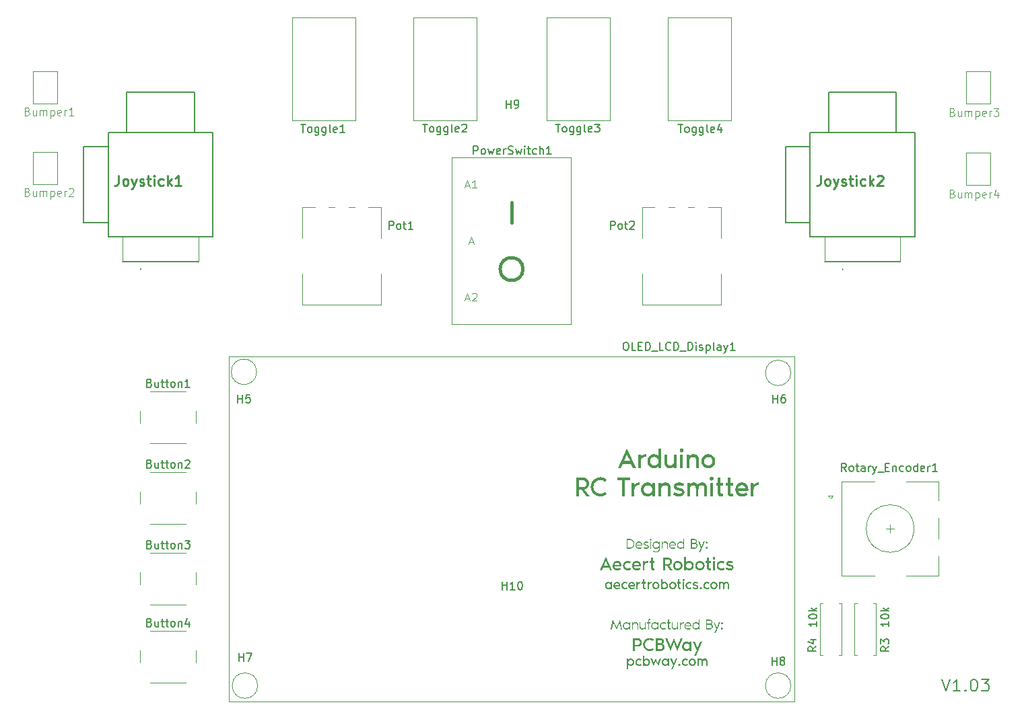
<source format=gbr>
%TF.GenerationSoftware,KiCad,Pcbnew,7.0.8*%
%TF.CreationDate,2024-11-24T12:41:57-05:00*%
%TF.ProjectId,RCTransmitterAecertRobotics,52435472-616e-4736-9d69-747465724165,V1.02*%
%TF.SameCoordinates,Original*%
%TF.FileFunction,Legend,Top*%
%TF.FilePolarity,Positive*%
%FSLAX46Y46*%
G04 Gerber Fmt 4.6, Leading zero omitted, Abs format (unit mm)*
G04 Created by KiCad (PCBNEW 7.0.8) date 2024-11-24 12:41:57*
%MOMM*%
%LPD*%
G01*
G04 APERTURE LIST*
%ADD10C,0.230000*%
%ADD11C,0.250000*%
%ADD12C,0.150000*%
%ADD13C,0.200000*%
%ADD14C,0.100000*%
%ADD15C,0.254000*%
%ADD16C,0.120000*%
%ADD17C,0.400000*%
G04 APERTURE END LIST*
D10*
G36*
X153629654Y-124657501D02*
G01*
X153380941Y-124657501D01*
X153225652Y-124312043D01*
X152503597Y-124312043D01*
X152347892Y-124657501D01*
X152099179Y-124657501D01*
X152370715Y-124072881D01*
X152608645Y-124072881D01*
X153120603Y-124072881D01*
X152864417Y-123518572D01*
X152608645Y-124072881D01*
X152370715Y-124072881D01*
X152864417Y-123009936D01*
X153629654Y-124657501D01*
G37*
G36*
X154299279Y-123488916D02*
G01*
X154327588Y-123490882D01*
X154355254Y-123494158D01*
X154382279Y-123498745D01*
X154408661Y-123504643D01*
X154434401Y-123511850D01*
X154459499Y-123520369D01*
X154483954Y-123530198D01*
X154507767Y-123541337D01*
X154530938Y-123553787D01*
X154553467Y-123567547D01*
X154575353Y-123582618D01*
X154596597Y-123599000D01*
X154617199Y-123616692D01*
X154637158Y-123635694D01*
X154656475Y-123656007D01*
X154674878Y-123677368D01*
X154692093Y-123699617D01*
X154708121Y-123722756D01*
X154722961Y-123746783D01*
X154736614Y-123771699D01*
X154749081Y-123797504D01*
X154760359Y-123824198D01*
X154770451Y-123851780D01*
X154779355Y-123880251D01*
X154787073Y-123909611D01*
X154793602Y-123939860D01*
X154798945Y-123970998D01*
X154803100Y-124003025D01*
X154806069Y-124035940D01*
X154807107Y-124052731D01*
X154807849Y-124069744D01*
X154808295Y-124086979D01*
X154808443Y-124104437D01*
X154808195Y-124124192D01*
X154807450Y-124143597D01*
X154806210Y-124162651D01*
X154804473Y-124181355D01*
X154802239Y-124199709D01*
X154801384Y-124205749D01*
X153933174Y-124205749D01*
X153938743Y-124227645D01*
X153945641Y-124248490D01*
X153953866Y-124268284D01*
X153963420Y-124287027D01*
X153974302Y-124304719D01*
X153986513Y-124321360D01*
X154000052Y-124336950D01*
X154014919Y-124351489D01*
X154031115Y-124364977D01*
X154048639Y-124377413D01*
X154061060Y-124385121D01*
X154080499Y-124395806D01*
X154100667Y-124405440D01*
X154121566Y-124414024D01*
X154143194Y-124421556D01*
X154165552Y-124428037D01*
X154188641Y-124433467D01*
X154212459Y-124437846D01*
X154237006Y-124441175D01*
X154253777Y-124442810D01*
X154270872Y-124443977D01*
X154288292Y-124444678D01*
X154306036Y-124444912D01*
X154329247Y-124444496D01*
X154352273Y-124443251D01*
X154375115Y-124441175D01*
X154397772Y-124438268D01*
X154420243Y-124434531D01*
X154442530Y-124429964D01*
X154464632Y-124424566D01*
X154486549Y-124418338D01*
X154508281Y-124411279D01*
X154529829Y-124403390D01*
X154551191Y-124394671D01*
X154572369Y-124385121D01*
X154593361Y-124374741D01*
X154614169Y-124363530D01*
X154634792Y-124351489D01*
X154655230Y-124338617D01*
X154732044Y-124539580D01*
X154710996Y-124557077D01*
X154689167Y-124573446D01*
X154666555Y-124588685D01*
X154643162Y-124602796D01*
X154618988Y-124615778D01*
X154594031Y-124627631D01*
X154568293Y-124638355D01*
X154541773Y-124647951D01*
X154514471Y-124656417D01*
X154486387Y-124663755D01*
X154457522Y-124669963D01*
X154427875Y-124675043D01*
X154397446Y-124678994D01*
X154366235Y-124681816D01*
X154334242Y-124683510D01*
X154301468Y-124684074D01*
X154283510Y-124683912D01*
X154265810Y-124683425D01*
X154248369Y-124682614D01*
X154231187Y-124681479D01*
X154214263Y-124680019D01*
X154197598Y-124678235D01*
X154165045Y-124673694D01*
X154133526Y-124667855D01*
X154103042Y-124660718D01*
X154073593Y-124652284D01*
X154045178Y-124642553D01*
X154017798Y-124631524D01*
X153991453Y-124619197D01*
X153966143Y-124605573D01*
X153941868Y-124590651D01*
X153918627Y-124574432D01*
X153896422Y-124556915D01*
X153875251Y-124538101D01*
X153855114Y-124517989D01*
X153836159Y-124496842D01*
X153818426Y-124475027D01*
X153801917Y-124452544D01*
X153786630Y-124429393D01*
X153772567Y-124405573D01*
X153759726Y-124381086D01*
X153748108Y-124355929D01*
X153737713Y-124330105D01*
X153728541Y-124303613D01*
X153720592Y-124276452D01*
X153713866Y-124248623D01*
X153708363Y-124220126D01*
X153704082Y-124190960D01*
X153701025Y-124161127D01*
X153699191Y-124130625D01*
X153698579Y-124099454D01*
X153699191Y-124067146D01*
X153701025Y-124035512D01*
X153704082Y-124004552D01*
X153705692Y-123993160D01*
X153933174Y-123993160D01*
X154574263Y-123993160D01*
X154572679Y-123974406D01*
X154569796Y-123955981D01*
X154565614Y-123937884D01*
X154560133Y-123920115D01*
X154553352Y-123902675D01*
X154545273Y-123885563D01*
X154535894Y-123868780D01*
X154525216Y-123852325D01*
X154513239Y-123836199D01*
X154499963Y-123820401D01*
X154490390Y-123810051D01*
X154474967Y-123795285D01*
X154458281Y-123781971D01*
X154440332Y-123770109D01*
X154421121Y-123759700D01*
X154400647Y-123750743D01*
X154378910Y-123743239D01*
X154355911Y-123737187D01*
X154331649Y-123732588D01*
X154314773Y-123730329D01*
X154297336Y-123728715D01*
X154279337Y-123727747D01*
X154260777Y-123727424D01*
X154242784Y-123727751D01*
X154225238Y-123728734D01*
X154208139Y-123730372D01*
X154191489Y-123732666D01*
X154167352Y-123737335D01*
X154144223Y-123743478D01*
X154122100Y-123751095D01*
X154100985Y-123760187D01*
X154080877Y-123770753D01*
X154061777Y-123782793D01*
X154043683Y-123796308D01*
X154026597Y-123811297D01*
X154010748Y-123827076D01*
X153996366Y-123843119D01*
X153983451Y-123859424D01*
X153972003Y-123875992D01*
X153962022Y-123892823D01*
X153953508Y-123909916D01*
X153946462Y-123927272D01*
X153940882Y-123944891D01*
X153936769Y-123962773D01*
X153934123Y-123980918D01*
X153933174Y-123993160D01*
X153705692Y-123993160D01*
X153708363Y-123974268D01*
X153713866Y-123944658D01*
X153720592Y-123915723D01*
X153728541Y-123887462D01*
X153737713Y-123859877D01*
X153748108Y-123832966D01*
X153759726Y-123806729D01*
X153772567Y-123781168D01*
X153786630Y-123756281D01*
X153801917Y-123732069D01*
X153818426Y-123708532D01*
X153836159Y-123685669D01*
X153855114Y-123663481D01*
X153875129Y-123642263D01*
X153895935Y-123622414D01*
X153917533Y-123603934D01*
X153939922Y-123586822D01*
X153963102Y-123571080D01*
X153987074Y-123556706D01*
X154011838Y-123543702D01*
X154037393Y-123532066D01*
X154063739Y-123521799D01*
X154090877Y-123512901D01*
X154118807Y-123505372D01*
X154147528Y-123499212D01*
X154177041Y-123494421D01*
X154207345Y-123490999D01*
X154238440Y-123488946D01*
X154270327Y-123488261D01*
X154299279Y-123488916D01*
G37*
G36*
X155158467Y-124510515D02*
G01*
X155138356Y-124488470D01*
X155119541Y-124465828D01*
X155102025Y-124442589D01*
X155085805Y-124418753D01*
X155070884Y-124394320D01*
X155057259Y-124369291D01*
X155044933Y-124343664D01*
X155033904Y-124317441D01*
X155024172Y-124290621D01*
X155015738Y-124263204D01*
X155008602Y-124235190D01*
X155002763Y-124206579D01*
X154998221Y-124177372D01*
X154994977Y-124147567D01*
X154993031Y-124117166D01*
X154992382Y-124086168D01*
X154993036Y-124055171D01*
X154994997Y-124024775D01*
X154998265Y-123994978D01*
X155002841Y-123965782D01*
X155008723Y-123937186D01*
X155015913Y-123909190D01*
X155024411Y-123881794D01*
X155034215Y-123854998D01*
X155045327Y-123828802D01*
X155057746Y-123803207D01*
X155071472Y-123778211D01*
X155086506Y-123753816D01*
X155102847Y-123730020D01*
X155120495Y-123706825D01*
X155139450Y-123684230D01*
X155159713Y-123662235D01*
X155181110Y-123641168D01*
X155203362Y-123621460D01*
X155226472Y-123603111D01*
X155250437Y-123586122D01*
X155275259Y-123570491D01*
X155300937Y-123556220D01*
X155327472Y-123543308D01*
X155354863Y-123531755D01*
X155383111Y-123521561D01*
X155412214Y-123512726D01*
X155442175Y-123505251D01*
X155472991Y-123499135D01*
X155504664Y-123494377D01*
X155537194Y-123490979D01*
X155553779Y-123489790D01*
X155570579Y-123488941D01*
X155587593Y-123488431D01*
X155604821Y-123488261D01*
X155634052Y-123488796D01*
X155662575Y-123490402D01*
X155690391Y-123493078D01*
X155717500Y-123496825D01*
X155743901Y-123501642D01*
X155769596Y-123507530D01*
X155794583Y-123514488D01*
X155818864Y-123522516D01*
X155842437Y-123531615D01*
X155865302Y-123541785D01*
X155887461Y-123553025D01*
X155908913Y-123565335D01*
X155929657Y-123578716D01*
X155949694Y-123593167D01*
X155969025Y-123608689D01*
X155987648Y-123625281D01*
X155889242Y-123840777D01*
X155874127Y-123827050D01*
X155858679Y-123814210D01*
X155842896Y-123802254D01*
X155826779Y-123791185D01*
X155810327Y-123781001D01*
X155793542Y-123771702D01*
X155776423Y-123763289D01*
X155758969Y-123755762D01*
X155741181Y-123749120D01*
X155723060Y-123743364D01*
X155704604Y-123738493D01*
X155685814Y-123734508D01*
X155666690Y-123731409D01*
X155647231Y-123729195D01*
X155627439Y-123727867D01*
X155607313Y-123727424D01*
X155587762Y-123727834D01*
X155568555Y-123729065D01*
X155549692Y-123731117D01*
X155531173Y-123733989D01*
X155512998Y-123737682D01*
X155495166Y-123742196D01*
X155477679Y-123747531D01*
X155460535Y-123753686D01*
X155443735Y-123760662D01*
X155427279Y-123768458D01*
X155411167Y-123777076D01*
X155395398Y-123786514D01*
X155379974Y-123796772D01*
X155364893Y-123807852D01*
X155350156Y-123819752D01*
X155335763Y-123832473D01*
X155321987Y-123845764D01*
X155309099Y-123859377D01*
X155297100Y-123873311D01*
X155285990Y-123887566D01*
X155275768Y-123902142D01*
X155266436Y-123917040D01*
X155257992Y-123932258D01*
X155250437Y-123947798D01*
X155243771Y-123963659D01*
X155237994Y-123979841D01*
X155233105Y-123996344D01*
X155229106Y-124013168D01*
X155225995Y-124030313D01*
X155223773Y-124047780D01*
X155222439Y-124065568D01*
X155221995Y-124083676D01*
X155222435Y-124102092D01*
X155223753Y-124120176D01*
X155225951Y-124137930D01*
X155229028Y-124155352D01*
X155232984Y-124172444D01*
X155237819Y-124189205D01*
X155243533Y-124205635D01*
X155250126Y-124221735D01*
X155257598Y-124237503D01*
X155265949Y-124252940D01*
X155275180Y-124268047D01*
X155285289Y-124282823D01*
X155296278Y-124297268D01*
X155308145Y-124311382D01*
X155320892Y-124325165D01*
X155334518Y-124338617D01*
X155348770Y-124351489D01*
X155363394Y-124363530D01*
X155378392Y-124374741D01*
X155393763Y-124385121D01*
X155409507Y-124394671D01*
X155425625Y-124403390D01*
X155442115Y-124411279D01*
X155458978Y-124418338D01*
X155476214Y-124424566D01*
X155493823Y-124429964D01*
X155511806Y-124434531D01*
X155530161Y-124438268D01*
X155548889Y-124441175D01*
X155567991Y-124443251D01*
X155587465Y-124444496D01*
X155607313Y-124444912D01*
X155627731Y-124444459D01*
X155647776Y-124443101D01*
X155667449Y-124440839D01*
X155686748Y-124437671D01*
X155705674Y-124433599D01*
X155724227Y-124428621D01*
X155742408Y-124422738D01*
X155760215Y-124415950D01*
X155777649Y-124408258D01*
X155794710Y-124399660D01*
X155811398Y-124390157D01*
X155827713Y-124379749D01*
X155843655Y-124368436D01*
X155859224Y-124356218D01*
X155874419Y-124343095D01*
X155889242Y-124329067D01*
X155987648Y-124547054D01*
X155969852Y-124563646D01*
X155951239Y-124579168D01*
X155931808Y-124593619D01*
X155911560Y-124607000D01*
X155890494Y-124619311D01*
X155868611Y-124630551D01*
X155845911Y-124640720D01*
X155822393Y-124649819D01*
X155798057Y-124657848D01*
X155772905Y-124664806D01*
X155746934Y-124670693D01*
X155720147Y-124675510D01*
X155692542Y-124679257D01*
X155664119Y-124681933D01*
X155634879Y-124683539D01*
X155604821Y-124684074D01*
X155587441Y-124683905D01*
X155570282Y-124683396D01*
X155553345Y-124682549D01*
X155536629Y-124681362D01*
X155503861Y-124677972D01*
X155471979Y-124673227D01*
X155440983Y-124667125D01*
X155410871Y-124659667D01*
X155381646Y-124650854D01*
X155353306Y-124640684D01*
X155325852Y-124629159D01*
X155299283Y-124616278D01*
X155273600Y-124602040D01*
X155248802Y-124586447D01*
X155224890Y-124569498D01*
X155201864Y-124551193D01*
X155179723Y-124531532D01*
X155158467Y-124510515D01*
G37*
G36*
X156734087Y-123488916D02*
G01*
X156762396Y-123490882D01*
X156790063Y-123494158D01*
X156817087Y-123498745D01*
X156843469Y-123504643D01*
X156869209Y-123511850D01*
X156894307Y-123520369D01*
X156918762Y-123530198D01*
X156942575Y-123541337D01*
X156965746Y-123553787D01*
X156988275Y-123567547D01*
X157010161Y-123582618D01*
X157031405Y-123599000D01*
X157052007Y-123616692D01*
X157071966Y-123635694D01*
X157091283Y-123656007D01*
X157109686Y-123677368D01*
X157126901Y-123699617D01*
X157142929Y-123722756D01*
X157157769Y-123746783D01*
X157171423Y-123771699D01*
X157183889Y-123797504D01*
X157195168Y-123824198D01*
X157205259Y-123851780D01*
X157214164Y-123880251D01*
X157221881Y-123909611D01*
X157228411Y-123939860D01*
X157233753Y-123970998D01*
X157237909Y-124003025D01*
X157240877Y-124035940D01*
X157241916Y-124052731D01*
X157242658Y-124069744D01*
X157243103Y-124086979D01*
X157243251Y-124104437D01*
X157243003Y-124124192D01*
X157242259Y-124143597D01*
X157241018Y-124162651D01*
X157239281Y-124181355D01*
X157237047Y-124199709D01*
X157236193Y-124205749D01*
X156367983Y-124205749D01*
X156373551Y-124227645D01*
X156380449Y-124248490D01*
X156388674Y-124268284D01*
X156398228Y-124287027D01*
X156409110Y-124304719D01*
X156421321Y-124321360D01*
X156434860Y-124336950D01*
X156449728Y-124351489D01*
X156465923Y-124364977D01*
X156483447Y-124377413D01*
X156495868Y-124385121D01*
X156515307Y-124395806D01*
X156535475Y-124405440D01*
X156556374Y-124414024D01*
X156578002Y-124421556D01*
X156600361Y-124428037D01*
X156623449Y-124433467D01*
X156647267Y-124437846D01*
X156671814Y-124441175D01*
X156688585Y-124442810D01*
X156705680Y-124443977D01*
X156723100Y-124444678D01*
X156740844Y-124444912D01*
X156764055Y-124444496D01*
X156787081Y-124443251D01*
X156809923Y-124441175D01*
X156832580Y-124438268D01*
X156855051Y-124434531D01*
X156877338Y-124429964D01*
X156899440Y-124424566D01*
X156921357Y-124418338D01*
X156943090Y-124411279D01*
X156964637Y-124403390D01*
X156985999Y-124394671D01*
X157007177Y-124385121D01*
X157028169Y-124374741D01*
X157048977Y-124363530D01*
X157069600Y-124351489D01*
X157090038Y-124338617D01*
X157166852Y-124539580D01*
X157145804Y-124557077D01*
X157123975Y-124573446D01*
X157101364Y-124588685D01*
X157077971Y-124602796D01*
X157053796Y-124615778D01*
X157028839Y-124627631D01*
X157003101Y-124638355D01*
X156976581Y-124647951D01*
X156949279Y-124656417D01*
X156921195Y-124663755D01*
X156892330Y-124669963D01*
X156862683Y-124675043D01*
X156832254Y-124678994D01*
X156801043Y-124681816D01*
X156769051Y-124683510D01*
X156736276Y-124684074D01*
X156718318Y-124683912D01*
X156700618Y-124683425D01*
X156683177Y-124682614D01*
X156665995Y-124681479D01*
X156649071Y-124680019D01*
X156632407Y-124678235D01*
X156599853Y-124673694D01*
X156568334Y-124667855D01*
X156537850Y-124660718D01*
X156508401Y-124652284D01*
X156479986Y-124642553D01*
X156452606Y-124631524D01*
X156426262Y-124619197D01*
X156400951Y-124605573D01*
X156376676Y-124590651D01*
X156353435Y-124574432D01*
X156331230Y-124556915D01*
X156310059Y-124538101D01*
X156289922Y-124517989D01*
X156270967Y-124496842D01*
X156253235Y-124475027D01*
X156236725Y-124452544D01*
X156221438Y-124429393D01*
X156207375Y-124405573D01*
X156194534Y-124381086D01*
X156182916Y-124355929D01*
X156172521Y-124330105D01*
X156163349Y-124303613D01*
X156155400Y-124276452D01*
X156148674Y-124248623D01*
X156143171Y-124220126D01*
X156138890Y-124190960D01*
X156135833Y-124161127D01*
X156133999Y-124130625D01*
X156133387Y-124099454D01*
X156133999Y-124067146D01*
X156135833Y-124035512D01*
X156138890Y-124004552D01*
X156140500Y-123993160D01*
X156367983Y-123993160D01*
X157009071Y-123993160D01*
X157007487Y-123974406D01*
X157004604Y-123955981D01*
X157000422Y-123937884D01*
X156994941Y-123920115D01*
X156988160Y-123902675D01*
X156980081Y-123885563D01*
X156970702Y-123868780D01*
X156960024Y-123852325D01*
X156948047Y-123836199D01*
X156934771Y-123820401D01*
X156925198Y-123810051D01*
X156909775Y-123795285D01*
X156893089Y-123781971D01*
X156875140Y-123770109D01*
X156855929Y-123759700D01*
X156835455Y-123750743D01*
X156813718Y-123743239D01*
X156790719Y-123737187D01*
X156766457Y-123732588D01*
X156749581Y-123730329D01*
X156732144Y-123728715D01*
X156714145Y-123727747D01*
X156695585Y-123727424D01*
X156677592Y-123727751D01*
X156660046Y-123728734D01*
X156642947Y-123730372D01*
X156626297Y-123732666D01*
X156602160Y-123737335D01*
X156579031Y-123743478D01*
X156556908Y-123751095D01*
X156535793Y-123760187D01*
X156515686Y-123770753D01*
X156496585Y-123782793D01*
X156478492Y-123796308D01*
X156461405Y-123811297D01*
X156445556Y-123827076D01*
X156431174Y-123843119D01*
X156418259Y-123859424D01*
X156406811Y-123875992D01*
X156396830Y-123892823D01*
X156388317Y-123909916D01*
X156381270Y-123927272D01*
X156375690Y-123944891D01*
X156371577Y-123962773D01*
X156368931Y-123980918D01*
X156367983Y-123993160D01*
X156140500Y-123993160D01*
X156143171Y-123974268D01*
X156148674Y-123944658D01*
X156155400Y-123915723D01*
X156163349Y-123887462D01*
X156172521Y-123859877D01*
X156182916Y-123832966D01*
X156194534Y-123806729D01*
X156207375Y-123781168D01*
X156221438Y-123756281D01*
X156236725Y-123732069D01*
X156253235Y-123708532D01*
X156270967Y-123685669D01*
X156289922Y-123663481D01*
X156309937Y-123642263D01*
X156330743Y-123622414D01*
X156352341Y-123603934D01*
X156374730Y-123586822D01*
X156397910Y-123571080D01*
X156421882Y-123556706D01*
X156446646Y-123543702D01*
X156472201Y-123532066D01*
X156498547Y-123521799D01*
X156525686Y-123512901D01*
X156553615Y-123505372D01*
X156582336Y-123499212D01*
X156611849Y-123494421D01*
X156642153Y-123490999D01*
X156673248Y-123488946D01*
X156705135Y-123488261D01*
X156734087Y-123488916D01*
G37*
G36*
X157695418Y-123741956D02*
G01*
X157707154Y-123720143D01*
X157719941Y-123699235D01*
X157733780Y-123679231D01*
X157748669Y-123660133D01*
X157764609Y-123641940D01*
X157781601Y-123624652D01*
X157799643Y-123608269D01*
X157818736Y-123592791D01*
X157838880Y-123578218D01*
X157852894Y-123569005D01*
X157867374Y-123560195D01*
X157874790Y-123555941D01*
X157889897Y-123547745D01*
X157905321Y-123540078D01*
X157921063Y-123532940D01*
X157937124Y-123526331D01*
X157953502Y-123520250D01*
X157970198Y-123514699D01*
X157987212Y-123509675D01*
X158004544Y-123505181D01*
X158022194Y-123501215D01*
X158040161Y-123497779D01*
X158058447Y-123494870D01*
X158077050Y-123492491D01*
X158095972Y-123490641D01*
X158115211Y-123489319D01*
X158134768Y-123488526D01*
X158154643Y-123488261D01*
X158154643Y-123727424D01*
X158135719Y-123722665D01*
X158116627Y-123719132D01*
X158097367Y-123716826D01*
X158077939Y-123715746D01*
X158058344Y-123715892D01*
X158038580Y-123717264D01*
X158018649Y-123719862D01*
X157998549Y-123723687D01*
X157978282Y-123728737D01*
X157957847Y-123735014D01*
X157944130Y-123739880D01*
X157914013Y-123752778D01*
X157885838Y-123767284D01*
X157859607Y-123783400D01*
X157835319Y-123801124D01*
X157812973Y-123820457D01*
X157792571Y-123841400D01*
X157774112Y-123863951D01*
X157757596Y-123888111D01*
X157743023Y-123913880D01*
X157730393Y-123941258D01*
X157719706Y-123970245D01*
X157710962Y-124000841D01*
X157704162Y-124033046D01*
X157701490Y-124049752D01*
X157699304Y-124066860D01*
X157697604Y-124084371D01*
X157696389Y-124102283D01*
X157695661Y-124120598D01*
X157695418Y-124139315D01*
X157695418Y-124657501D01*
X157465805Y-124657501D01*
X157465805Y-123514835D01*
X157695418Y-123514835D01*
X157695418Y-123741956D01*
G37*
G36*
X158512142Y-124292528D02*
G01*
X158512142Y-123753997D01*
X158358928Y-123753997D01*
X158358928Y-123514835D01*
X158512142Y-123514835D01*
X158512142Y-123063083D01*
X158741754Y-123063083D01*
X158741754Y-123514835D01*
X158971367Y-123514835D01*
X158971367Y-123753997D01*
X158741754Y-123753997D01*
X158741754Y-124228586D01*
X158741931Y-124248526D01*
X158742461Y-124267447D01*
X158743345Y-124285350D01*
X158744583Y-124302234D01*
X158747102Y-124325651D01*
X158750417Y-124346775D01*
X158754527Y-124365608D01*
X158759433Y-124382150D01*
X158767212Y-124400639D01*
X158776405Y-124415055D01*
X158787013Y-124425397D01*
X158805152Y-124436769D01*
X158824693Y-124444730D01*
X158845635Y-124449278D01*
X158862262Y-124450449D01*
X158879676Y-124449701D01*
X158897879Y-124447033D01*
X158916870Y-124442446D01*
X158936650Y-124435939D01*
X158957217Y-124427513D01*
X158971367Y-124420829D01*
X158971367Y-124650857D01*
X158953545Y-124658642D01*
X158934750Y-124665390D01*
X158914982Y-124671099D01*
X158894241Y-124675770D01*
X158872527Y-124679403D01*
X158855603Y-124681447D01*
X158838131Y-124682906D01*
X158820112Y-124683782D01*
X158801545Y-124684074D01*
X158783740Y-124683692D01*
X158766500Y-124682545D01*
X158749825Y-124680633D01*
X158718172Y-124674515D01*
X158688779Y-124665338D01*
X158661648Y-124653102D01*
X158636777Y-124637807D01*
X158614168Y-124619454D01*
X158593819Y-124598041D01*
X158575731Y-124573570D01*
X158559904Y-124546039D01*
X158546339Y-124515449D01*
X158540404Y-124499008D01*
X158535034Y-124481801D01*
X158530229Y-124463830D01*
X158525990Y-124445094D01*
X158522316Y-124425593D01*
X158519207Y-124405327D01*
X158516664Y-124384297D01*
X158514685Y-124362502D01*
X158513272Y-124339942D01*
X158512424Y-124316618D01*
X158512142Y-124292528D01*
G37*
G36*
X160549730Y-123063220D02*
G01*
X160568263Y-123063631D01*
X160586503Y-123064317D01*
X160604451Y-123065276D01*
X160622107Y-123066510D01*
X160639472Y-123068017D01*
X160656544Y-123069799D01*
X160673324Y-123071855D01*
X160689813Y-123074184D01*
X160721914Y-123079667D01*
X160752847Y-123086245D01*
X160782613Y-123093920D01*
X160811211Y-123102691D01*
X160838641Y-123112559D01*
X160864903Y-123123523D01*
X160889997Y-123135584D01*
X160913924Y-123148741D01*
X160936683Y-123162995D01*
X160958274Y-123178344D01*
X160978697Y-123194791D01*
X160988471Y-123203425D01*
X161007175Y-123221305D01*
X161024672Y-123239964D01*
X161040963Y-123259401D01*
X161056047Y-123279617D01*
X161069924Y-123300611D01*
X161082595Y-123322384D01*
X161094058Y-123344935D01*
X161104315Y-123368265D01*
X161113366Y-123392373D01*
X161121209Y-123417260D01*
X161127846Y-123442925D01*
X161133276Y-123469369D01*
X161137500Y-123496591D01*
X161140517Y-123524592D01*
X161142327Y-123553372D01*
X161142930Y-123582930D01*
X161142543Y-123605530D01*
X161141380Y-123627760D01*
X161139441Y-123649620D01*
X161136728Y-123671110D01*
X161133239Y-123692231D01*
X161128975Y-123712982D01*
X161123936Y-123733363D01*
X161118121Y-123753375D01*
X161111531Y-123773016D01*
X161104166Y-123792288D01*
X161096026Y-123811190D01*
X161087110Y-123829722D01*
X161077419Y-123847884D01*
X161066953Y-123865677D01*
X161055711Y-123883099D01*
X161043694Y-123900152D01*
X161030987Y-123916623D01*
X161017672Y-123932403D01*
X161003751Y-123947491D01*
X160989224Y-123961889D01*
X160974089Y-123975596D01*
X160958349Y-123988612D01*
X160942001Y-124000937D01*
X160925047Y-124012571D01*
X160907487Y-124023514D01*
X160889319Y-124033766D01*
X160870546Y-124043328D01*
X160851165Y-124052198D01*
X160831178Y-124060377D01*
X160810585Y-124067866D01*
X160789385Y-124074663D01*
X160767578Y-124080770D01*
X161181545Y-124657501D01*
X160913317Y-124657501D01*
X160513883Y-124126028D01*
X160263094Y-124126028D01*
X160263094Y-124657501D01*
X160033481Y-124657501D01*
X160033481Y-123302246D01*
X160263094Y-123302246D01*
X160263094Y-123886865D01*
X160604814Y-123886865D01*
X160621642Y-123886585D01*
X160646147Y-123885112D01*
X160669769Y-123882376D01*
X160692508Y-123878378D01*
X160714364Y-123873116D01*
X160735337Y-123866593D01*
X160755426Y-123858806D01*
X160774633Y-123849757D01*
X160792956Y-123839445D01*
X160810396Y-123827871D01*
X160826953Y-123815034D01*
X160842387Y-123800912D01*
X160856304Y-123785484D01*
X160868702Y-123768749D01*
X160879581Y-123750708D01*
X160888943Y-123731361D01*
X160896787Y-123710707D01*
X160903112Y-123688746D01*
X160907920Y-123665479D01*
X160911209Y-123640906D01*
X160912558Y-123623798D01*
X160913233Y-123606109D01*
X160913317Y-123597047D01*
X160912985Y-123578761D01*
X160911987Y-123561066D01*
X160910325Y-123543961D01*
X160907998Y-123527447D01*
X160903259Y-123503782D01*
X160897025Y-123481446D01*
X160889295Y-123460438D01*
X160880068Y-123440758D01*
X160869345Y-123422407D01*
X160857126Y-123405384D01*
X160843410Y-123389689D01*
X160828199Y-123375323D01*
X160811886Y-123362264D01*
X160794713Y-123350488D01*
X160776678Y-123339998D01*
X160757781Y-123330792D01*
X160738024Y-123322870D01*
X160717405Y-123316233D01*
X160695925Y-123310881D01*
X160673584Y-123306813D01*
X160650381Y-123304030D01*
X160626318Y-123302531D01*
X160609797Y-123302246D01*
X160263094Y-123302246D01*
X160033481Y-123302246D01*
X160033481Y-123063083D01*
X160530906Y-123063083D01*
X160549730Y-123063220D01*
G37*
G36*
X161912501Y-123488955D02*
G01*
X161942422Y-123491038D01*
X161971773Y-123494509D01*
X162000552Y-123499368D01*
X162028761Y-123505616D01*
X162056398Y-123513252D01*
X162083465Y-123522276D01*
X162109961Y-123532689D01*
X162135886Y-123544490D01*
X162161240Y-123557680D01*
X162186023Y-123572257D01*
X162210235Y-123588224D01*
X162233876Y-123605578D01*
X162256946Y-123624321D01*
X162279446Y-123644453D01*
X162301374Y-123665972D01*
X162322391Y-123688390D01*
X162342052Y-123711321D01*
X162360357Y-123734765D01*
X162377306Y-123758720D01*
X162392899Y-123783189D01*
X162407136Y-123808170D01*
X162420018Y-123833663D01*
X162431543Y-123859669D01*
X162441713Y-123886188D01*
X162450526Y-123913219D01*
X162457984Y-123940762D01*
X162464086Y-123968818D01*
X162468831Y-123997387D01*
X162472221Y-124026468D01*
X162474255Y-124056061D01*
X162474933Y-124086168D01*
X162474255Y-124116275D01*
X162472221Y-124145874D01*
X162468831Y-124174963D01*
X162464086Y-124203543D01*
X162457984Y-124231614D01*
X162450526Y-124259175D01*
X162441713Y-124286227D01*
X162431543Y-124312770D01*
X162420018Y-124338804D01*
X162407136Y-124364328D01*
X162392899Y-124389343D01*
X162377306Y-124413848D01*
X162360357Y-124437845D01*
X162342052Y-124461332D01*
X162322391Y-124484310D01*
X162301374Y-124506778D01*
X162279446Y-124528248D01*
X162256946Y-124548332D01*
X162233876Y-124567031D01*
X162210235Y-124584345D01*
X162186023Y-124600274D01*
X162161240Y-124614818D01*
X162135886Y-124627977D01*
X162109961Y-124639750D01*
X162083465Y-124650139D01*
X162056398Y-124659142D01*
X162028761Y-124666760D01*
X162000552Y-124672993D01*
X161971773Y-124677841D01*
X161942422Y-124681304D01*
X161912501Y-124683382D01*
X161882009Y-124684074D01*
X161851515Y-124683382D01*
X161821589Y-124681304D01*
X161792231Y-124677841D01*
X161763440Y-124672993D01*
X161735217Y-124666760D01*
X161707561Y-124659142D01*
X161680473Y-124650139D01*
X161653953Y-124639750D01*
X161628001Y-124627977D01*
X161602616Y-124614818D01*
X161577799Y-124600274D01*
X161553550Y-124584345D01*
X161529868Y-124567031D01*
X161506754Y-124548332D01*
X161484208Y-124528248D01*
X161462229Y-124506778D01*
X161441212Y-124484310D01*
X161421551Y-124461332D01*
X161403246Y-124437845D01*
X161386297Y-124413848D01*
X161370704Y-124389343D01*
X161356466Y-124364328D01*
X161343585Y-124338804D01*
X161332060Y-124312770D01*
X161321890Y-124286227D01*
X161313077Y-124259175D01*
X161305619Y-124231614D01*
X161299517Y-124203543D01*
X161294772Y-124174963D01*
X161291382Y-124145874D01*
X161289348Y-124116275D01*
X161288670Y-124086168D01*
X161518283Y-124086168D01*
X161518703Y-124104281D01*
X161519963Y-124122084D01*
X161522063Y-124139574D01*
X161525004Y-124156754D01*
X161528785Y-124173622D01*
X161533405Y-124190178D01*
X161538866Y-124206424D01*
X161545168Y-124222357D01*
X161552309Y-124237980D01*
X161560290Y-124253291D01*
X161569112Y-124268290D01*
X161578774Y-124282979D01*
X161589276Y-124297355D01*
X161600618Y-124311421D01*
X161612800Y-124325175D01*
X161625823Y-124338617D01*
X161639424Y-124351489D01*
X161653344Y-124363530D01*
X161667581Y-124374741D01*
X161682136Y-124385121D01*
X161697009Y-124394671D01*
X161712200Y-124403390D01*
X161727709Y-124411279D01*
X161743536Y-124418338D01*
X161759680Y-124424566D01*
X161776143Y-124429964D01*
X161792923Y-124434531D01*
X161810021Y-124438268D01*
X161827438Y-124441175D01*
X161845172Y-124443251D01*
X161863224Y-124444496D01*
X161881594Y-124444912D01*
X161900014Y-124444496D01*
X161918113Y-124443251D01*
X161935891Y-124441175D01*
X161953348Y-124438268D01*
X161970483Y-124434531D01*
X161987298Y-124429964D01*
X162003791Y-124424566D01*
X162019963Y-124418338D01*
X162035815Y-124411279D01*
X162051344Y-124403390D01*
X162066553Y-124394671D01*
X162081441Y-124385121D01*
X162096007Y-124374741D01*
X162110253Y-124363530D01*
X162124177Y-124351489D01*
X162137780Y-124338617D01*
X162150803Y-124325175D01*
X162162985Y-124311421D01*
X162174327Y-124297355D01*
X162184829Y-124282979D01*
X162194491Y-124268290D01*
X162203312Y-124253291D01*
X162211294Y-124237980D01*
X162218435Y-124222357D01*
X162224736Y-124206424D01*
X162230197Y-124190178D01*
X162234818Y-124173622D01*
X162238599Y-124156754D01*
X162241540Y-124139574D01*
X162243640Y-124122084D01*
X162244900Y-124104281D01*
X162245320Y-124086168D01*
X162244900Y-124068054D01*
X162243640Y-124050252D01*
X162241540Y-124032761D01*
X162238599Y-124015581D01*
X162234818Y-123998713D01*
X162230197Y-123982157D01*
X162224736Y-123965912D01*
X162218435Y-123949978D01*
X162211294Y-123934355D01*
X162203312Y-123919044D01*
X162194491Y-123904045D01*
X162184829Y-123889357D01*
X162174327Y-123874980D01*
X162162985Y-123860915D01*
X162150803Y-123847161D01*
X162137780Y-123833718D01*
X162124177Y-123820847D01*
X162110253Y-123808805D01*
X162096007Y-123797595D01*
X162081441Y-123787214D01*
X162066553Y-123777664D01*
X162051344Y-123768945D01*
X162035815Y-123761056D01*
X162019963Y-123753997D01*
X162003791Y-123747769D01*
X161987298Y-123742371D01*
X161970483Y-123737804D01*
X161953348Y-123734067D01*
X161935891Y-123731161D01*
X161918113Y-123729085D01*
X161900014Y-123727839D01*
X161881594Y-123727424D01*
X161863224Y-123727839D01*
X161845172Y-123729085D01*
X161827438Y-123731161D01*
X161810021Y-123734067D01*
X161792923Y-123737804D01*
X161776143Y-123742371D01*
X161759680Y-123747769D01*
X161743536Y-123753997D01*
X161727709Y-123761056D01*
X161712200Y-123768945D01*
X161697009Y-123777664D01*
X161682136Y-123787214D01*
X161667581Y-123797595D01*
X161653344Y-123808805D01*
X161639424Y-123820847D01*
X161625823Y-123833718D01*
X161612800Y-123847161D01*
X161600618Y-123860915D01*
X161589276Y-123874980D01*
X161578774Y-123889357D01*
X161569112Y-123904045D01*
X161560290Y-123919044D01*
X161552309Y-123934355D01*
X161545168Y-123949978D01*
X161538866Y-123965912D01*
X161533405Y-123982157D01*
X161528785Y-123998713D01*
X161525004Y-124015581D01*
X161522063Y-124032761D01*
X161519963Y-124050252D01*
X161518703Y-124068054D01*
X161518283Y-124086168D01*
X161288670Y-124086168D01*
X161289348Y-124056061D01*
X161291382Y-124026468D01*
X161294772Y-123997387D01*
X161299517Y-123968818D01*
X161305619Y-123940762D01*
X161313077Y-123913219D01*
X161321890Y-123886188D01*
X161332060Y-123859669D01*
X161343585Y-123833663D01*
X161356466Y-123808170D01*
X161370704Y-123783189D01*
X161386297Y-123758720D01*
X161403246Y-123734765D01*
X161421551Y-123711321D01*
X161441212Y-123688390D01*
X161462229Y-123665972D01*
X161484208Y-123644453D01*
X161506754Y-123624321D01*
X161529868Y-123605578D01*
X161553550Y-123588224D01*
X161577799Y-123572257D01*
X161602616Y-123557680D01*
X161628001Y-123544490D01*
X161653953Y-123532689D01*
X161680473Y-123522276D01*
X161707561Y-123513252D01*
X161735217Y-123505616D01*
X161763440Y-123499368D01*
X161792231Y-123494509D01*
X161821589Y-123491038D01*
X161851515Y-123488955D01*
X161882009Y-123488261D01*
X161912501Y-123488955D01*
G37*
G36*
X162927100Y-123682581D02*
G01*
X162945380Y-123659050D01*
X162964411Y-123637037D01*
X162984190Y-123616542D01*
X163004719Y-123597566D01*
X163025997Y-123580108D01*
X163048024Y-123564167D01*
X163070801Y-123549745D01*
X163094327Y-123536841D01*
X163118602Y-123525455D01*
X163143627Y-123515587D01*
X163169401Y-123507238D01*
X163195924Y-123500406D01*
X163223197Y-123495093D01*
X163251219Y-123491297D01*
X163279990Y-123489020D01*
X163309511Y-123488261D01*
X163340264Y-123488950D01*
X163370346Y-123491018D01*
X163399756Y-123494465D01*
X163428495Y-123499290D01*
X163456563Y-123505494D01*
X163483959Y-123513077D01*
X163510683Y-123522038D01*
X163536736Y-123532378D01*
X163562117Y-123544096D01*
X163586828Y-123557193D01*
X163610866Y-123571669D01*
X163634233Y-123587523D01*
X163656929Y-123604756D01*
X163678953Y-123623368D01*
X163700306Y-123643358D01*
X163720987Y-123664727D01*
X163740696Y-123687004D01*
X163759134Y-123709823D01*
X163776301Y-123733183D01*
X163792196Y-123757086D01*
X163806819Y-123781530D01*
X163820171Y-123806515D01*
X163832251Y-123832043D01*
X163843059Y-123858112D01*
X163852596Y-123884723D01*
X163860862Y-123911876D01*
X163867855Y-123939570D01*
X163873577Y-123967806D01*
X163878028Y-123996584D01*
X163881207Y-124025903D01*
X163883114Y-124055765D01*
X163883750Y-124086168D01*
X163883114Y-124116572D01*
X163881207Y-124146438D01*
X163878028Y-124175766D01*
X163873577Y-124204555D01*
X163867855Y-124232806D01*
X163860862Y-124260518D01*
X163852596Y-124287692D01*
X163843059Y-124314327D01*
X163832251Y-124340424D01*
X163820171Y-124365982D01*
X163806819Y-124391002D01*
X163792196Y-124415483D01*
X163776301Y-124439426D01*
X163759134Y-124462831D01*
X163740696Y-124485696D01*
X163720987Y-124508024D01*
X163700306Y-124529342D01*
X163678953Y-124549286D01*
X163656929Y-124567853D01*
X163634233Y-124585046D01*
X163610866Y-124600863D01*
X163586828Y-124615304D01*
X163562117Y-124628371D01*
X163536736Y-124640062D01*
X163510683Y-124650377D01*
X163483959Y-124659317D01*
X163456563Y-124666882D01*
X163428495Y-124673071D01*
X163399756Y-124677885D01*
X163370346Y-124681323D01*
X163340264Y-124683386D01*
X163309511Y-124684074D01*
X163279990Y-124683310D01*
X163251219Y-124681018D01*
X163223197Y-124677199D01*
X163195924Y-124671851D01*
X163169401Y-124664976D01*
X163143627Y-124656573D01*
X163118602Y-124646642D01*
X163094327Y-124635183D01*
X163070801Y-124622196D01*
X163048024Y-124607681D01*
X163025997Y-124591639D01*
X163004719Y-124574069D01*
X162984190Y-124554971D01*
X162964411Y-124534344D01*
X162945380Y-124512191D01*
X162927100Y-124488509D01*
X162927100Y-124657501D01*
X162697487Y-124657501D01*
X162697487Y-124086168D01*
X162927100Y-124086168D01*
X162927515Y-124104578D01*
X162928761Y-124122648D01*
X162930837Y-124140377D01*
X162933743Y-124157766D01*
X162937480Y-124174814D01*
X162942047Y-124191521D01*
X162947445Y-124207888D01*
X162953673Y-124223914D01*
X162960732Y-124239600D01*
X162968621Y-124254945D01*
X162977340Y-124269950D01*
X162986890Y-124284613D01*
X162997271Y-124298937D01*
X163008481Y-124312919D01*
X163020523Y-124326561D01*
X163033394Y-124339863D01*
X163046903Y-124352583D01*
X163060753Y-124364484D01*
X163074943Y-124375563D01*
X163089474Y-124385822D01*
X163104345Y-124395260D01*
X163119557Y-124403877D01*
X163135110Y-124411673D01*
X163151003Y-124418649D01*
X163167237Y-124424805D01*
X163183812Y-124430139D01*
X163200727Y-124434653D01*
X163217982Y-124438346D01*
X163235579Y-124441218D01*
X163253515Y-124443270D01*
X163271793Y-124444501D01*
X163290411Y-124444912D01*
X163309078Y-124444501D01*
X163327397Y-124443270D01*
X163345370Y-124441218D01*
X163362995Y-124438346D01*
X163380274Y-124434653D01*
X163397205Y-124430139D01*
X163413789Y-124424805D01*
X163430026Y-124418649D01*
X163445916Y-124411673D01*
X163461459Y-124403877D01*
X163476655Y-124395260D01*
X163491504Y-124385822D01*
X163506005Y-124375563D01*
X163520160Y-124364484D01*
X163533967Y-124352583D01*
X163547428Y-124339863D01*
X163560350Y-124326561D01*
X163572438Y-124312919D01*
X163583692Y-124298937D01*
X163594113Y-124284613D01*
X163603700Y-124269950D01*
X163612454Y-124254945D01*
X163620374Y-124239600D01*
X163627460Y-124223914D01*
X163633713Y-124207888D01*
X163639131Y-124191521D01*
X163643717Y-124174814D01*
X163647468Y-124157766D01*
X163650386Y-124140377D01*
X163652470Y-124122648D01*
X163653721Y-124104578D01*
X163654137Y-124086168D01*
X163653721Y-124067757D01*
X163652470Y-124049687D01*
X163650386Y-124031958D01*
X163647468Y-124014569D01*
X163643717Y-123997521D01*
X163639131Y-123980814D01*
X163633713Y-123964447D01*
X163627460Y-123948421D01*
X163620374Y-123932735D01*
X163612454Y-123917390D01*
X163603700Y-123902386D01*
X163594113Y-123887722D01*
X163583692Y-123873399D01*
X163572438Y-123859416D01*
X163560350Y-123845774D01*
X163547428Y-123832473D01*
X163533967Y-123819752D01*
X163520160Y-123807852D01*
X163506005Y-123796772D01*
X163491504Y-123786514D01*
X163476655Y-123777076D01*
X163461459Y-123768458D01*
X163445916Y-123760662D01*
X163430026Y-123753686D01*
X163413789Y-123747531D01*
X163397205Y-123742196D01*
X163380274Y-123737682D01*
X163362995Y-123733989D01*
X163345370Y-123731117D01*
X163327397Y-123729065D01*
X163309078Y-123727834D01*
X163290411Y-123727424D01*
X163271793Y-123727834D01*
X163253515Y-123729065D01*
X163235579Y-123731117D01*
X163217982Y-123733989D01*
X163200727Y-123737682D01*
X163183812Y-123742196D01*
X163167237Y-123747531D01*
X163151003Y-123753686D01*
X163135110Y-123760662D01*
X163119557Y-123768458D01*
X163104345Y-123777076D01*
X163089474Y-123786514D01*
X163074943Y-123796772D01*
X163060753Y-123807852D01*
X163046903Y-123819752D01*
X163033394Y-123832473D01*
X163020523Y-123845774D01*
X163008481Y-123859416D01*
X162997271Y-123873399D01*
X162986890Y-123887722D01*
X162977340Y-123902386D01*
X162968621Y-123917390D01*
X162960732Y-123932735D01*
X162953673Y-123948421D01*
X162947445Y-123964447D01*
X162942047Y-123980814D01*
X162937480Y-123997521D01*
X162933743Y-124014569D01*
X162930837Y-124031958D01*
X162928761Y-124049687D01*
X162927515Y-124067757D01*
X162927100Y-124086168D01*
X162697487Y-124086168D01*
X162697487Y-122983362D01*
X162927100Y-122983362D01*
X162927100Y-123682581D01*
G37*
G36*
X164691106Y-123488955D02*
G01*
X164721027Y-123491038D01*
X164750377Y-123494509D01*
X164779157Y-123499368D01*
X164807365Y-123505616D01*
X164835003Y-123513252D01*
X164862069Y-123522276D01*
X164888565Y-123532689D01*
X164914490Y-123544490D01*
X164939844Y-123557680D01*
X164964627Y-123572257D01*
X164988839Y-123588224D01*
X165012480Y-123605578D01*
X165035551Y-123624321D01*
X165058050Y-123644453D01*
X165079978Y-123665972D01*
X165100995Y-123688390D01*
X165120656Y-123711321D01*
X165138961Y-123734765D01*
X165155910Y-123758720D01*
X165171504Y-123783189D01*
X165185741Y-123808170D01*
X165198622Y-123833663D01*
X165210148Y-123859669D01*
X165220317Y-123886188D01*
X165229131Y-123913219D01*
X165236588Y-123940762D01*
X165242690Y-123968818D01*
X165247436Y-123997387D01*
X165250825Y-124026468D01*
X165252859Y-124056061D01*
X165253537Y-124086168D01*
X165252859Y-124116275D01*
X165250825Y-124145874D01*
X165247436Y-124174963D01*
X165242690Y-124203543D01*
X165236588Y-124231614D01*
X165229131Y-124259175D01*
X165220317Y-124286227D01*
X165210148Y-124312770D01*
X165198622Y-124338804D01*
X165185741Y-124364328D01*
X165171504Y-124389343D01*
X165155910Y-124413848D01*
X165138961Y-124437845D01*
X165120656Y-124461332D01*
X165100995Y-124484310D01*
X165079978Y-124506778D01*
X165058050Y-124528248D01*
X165035551Y-124548332D01*
X165012480Y-124567031D01*
X164988839Y-124584345D01*
X164964627Y-124600274D01*
X164939844Y-124614818D01*
X164914490Y-124627977D01*
X164888565Y-124639750D01*
X164862069Y-124650139D01*
X164835003Y-124659142D01*
X164807365Y-124666760D01*
X164779157Y-124672993D01*
X164750377Y-124677841D01*
X164721027Y-124681304D01*
X164691106Y-124683382D01*
X164660613Y-124684074D01*
X164630120Y-124683382D01*
X164600193Y-124681304D01*
X164570835Y-124677841D01*
X164542044Y-124672993D01*
X164513821Y-124666760D01*
X164486166Y-124659142D01*
X164459078Y-124650139D01*
X164432558Y-124639750D01*
X164406605Y-124627977D01*
X164381221Y-124614818D01*
X164356403Y-124600274D01*
X164332154Y-124584345D01*
X164308472Y-124567031D01*
X164285358Y-124548332D01*
X164262812Y-124528248D01*
X164240833Y-124506778D01*
X164219816Y-124484310D01*
X164200155Y-124461332D01*
X164181850Y-124437845D01*
X164164901Y-124413848D01*
X164149308Y-124389343D01*
X164135071Y-124364328D01*
X164122189Y-124338804D01*
X164110664Y-124312770D01*
X164100494Y-124286227D01*
X164091681Y-124259175D01*
X164084223Y-124231614D01*
X164078122Y-124203543D01*
X164073376Y-124174963D01*
X164069986Y-124145874D01*
X164067952Y-124116275D01*
X164067274Y-124086168D01*
X164296887Y-124086168D01*
X164297307Y-124104281D01*
X164298567Y-124122084D01*
X164300668Y-124139574D01*
X164303608Y-124156754D01*
X164307389Y-124173622D01*
X164312010Y-124190178D01*
X164317471Y-124206424D01*
X164323772Y-124222357D01*
X164330913Y-124237980D01*
X164338895Y-124253291D01*
X164347716Y-124268290D01*
X164357378Y-124282979D01*
X164367880Y-124297355D01*
X164379222Y-124311421D01*
X164391405Y-124325175D01*
X164404427Y-124338617D01*
X164418028Y-124351489D01*
X164431948Y-124363530D01*
X164446185Y-124374741D01*
X164460740Y-124385121D01*
X164475613Y-124394671D01*
X164490804Y-124403390D01*
X164506313Y-124411279D01*
X164522140Y-124418338D01*
X164538285Y-124424566D01*
X164554747Y-124429964D01*
X164571527Y-124434531D01*
X164588626Y-124438268D01*
X164606042Y-124441175D01*
X164623776Y-124443251D01*
X164641828Y-124444496D01*
X164660198Y-124444912D01*
X164678618Y-124444496D01*
X164696717Y-124443251D01*
X164714495Y-124441175D01*
X164731952Y-124438268D01*
X164749088Y-124434531D01*
X164765902Y-124429964D01*
X164782396Y-124424566D01*
X164798568Y-124418338D01*
X164814419Y-124411279D01*
X164829949Y-124403390D01*
X164845158Y-124394671D01*
X164860045Y-124385121D01*
X164874612Y-124374741D01*
X164888857Y-124363530D01*
X164902781Y-124351489D01*
X164916384Y-124338617D01*
X164929407Y-124325175D01*
X164941589Y-124311421D01*
X164952931Y-124297355D01*
X164963433Y-124282979D01*
X164973095Y-124268290D01*
X164981917Y-124253291D01*
X164989898Y-124237980D01*
X164997040Y-124222357D01*
X165003341Y-124206424D01*
X165008802Y-124190178D01*
X165013423Y-124173622D01*
X165017203Y-124156754D01*
X165020144Y-124139574D01*
X165022244Y-124122084D01*
X165023505Y-124104281D01*
X165023925Y-124086168D01*
X165023505Y-124068054D01*
X165022244Y-124050252D01*
X165020144Y-124032761D01*
X165017203Y-124015581D01*
X165013423Y-123998713D01*
X165008802Y-123982157D01*
X165003341Y-123965912D01*
X164997040Y-123949978D01*
X164989898Y-123934355D01*
X164981917Y-123919044D01*
X164973095Y-123904045D01*
X164963433Y-123889357D01*
X164952931Y-123874980D01*
X164941589Y-123860915D01*
X164929407Y-123847161D01*
X164916384Y-123833718D01*
X164902781Y-123820847D01*
X164888857Y-123808805D01*
X164874612Y-123797595D01*
X164860045Y-123787214D01*
X164845158Y-123777664D01*
X164829949Y-123768945D01*
X164814419Y-123761056D01*
X164798568Y-123753997D01*
X164782396Y-123747769D01*
X164765902Y-123742371D01*
X164749088Y-123737804D01*
X164731952Y-123734067D01*
X164714495Y-123731161D01*
X164696717Y-123729085D01*
X164678618Y-123727839D01*
X164660198Y-123727424D01*
X164641828Y-123727839D01*
X164623776Y-123729085D01*
X164606042Y-123731161D01*
X164588626Y-123734067D01*
X164571527Y-123737804D01*
X164554747Y-123742371D01*
X164538285Y-123747769D01*
X164522140Y-123753997D01*
X164506313Y-123761056D01*
X164490804Y-123768945D01*
X164475613Y-123777664D01*
X164460740Y-123787214D01*
X164446185Y-123797595D01*
X164431948Y-123808805D01*
X164418028Y-123820847D01*
X164404427Y-123833718D01*
X164391405Y-123847161D01*
X164379222Y-123860915D01*
X164367880Y-123874980D01*
X164357378Y-123889357D01*
X164347716Y-123904045D01*
X164338895Y-123919044D01*
X164330913Y-123934355D01*
X164323772Y-123949978D01*
X164317471Y-123965912D01*
X164312010Y-123982157D01*
X164307389Y-123998713D01*
X164303608Y-124015581D01*
X164300668Y-124032761D01*
X164298567Y-124050252D01*
X164297307Y-124068054D01*
X164296887Y-124086168D01*
X164067274Y-124086168D01*
X164067952Y-124056061D01*
X164069986Y-124026468D01*
X164073376Y-123997387D01*
X164078122Y-123968818D01*
X164084223Y-123940762D01*
X164091681Y-123913219D01*
X164100494Y-123886188D01*
X164110664Y-123859669D01*
X164122189Y-123833663D01*
X164135071Y-123808170D01*
X164149308Y-123783189D01*
X164164901Y-123758720D01*
X164181850Y-123734765D01*
X164200155Y-123711321D01*
X164219816Y-123688390D01*
X164240833Y-123665972D01*
X164262812Y-123644453D01*
X164285358Y-123624321D01*
X164308472Y-123605578D01*
X164332154Y-123588224D01*
X164356403Y-123572257D01*
X164381221Y-123557680D01*
X164406605Y-123544490D01*
X164432558Y-123532689D01*
X164459078Y-123522276D01*
X164486166Y-123513252D01*
X164513821Y-123505616D01*
X164542044Y-123499368D01*
X164570835Y-123494509D01*
X164600193Y-123491038D01*
X164630120Y-123488955D01*
X164660613Y-123488261D01*
X164691106Y-123488955D01*
G37*
G36*
X165552491Y-124292528D02*
G01*
X165552491Y-123753997D01*
X165399277Y-123753997D01*
X165399277Y-123514835D01*
X165552491Y-123514835D01*
X165552491Y-123063083D01*
X165782103Y-123063083D01*
X165782103Y-123514835D01*
X166011716Y-123514835D01*
X166011716Y-123753997D01*
X165782103Y-123753997D01*
X165782103Y-124228586D01*
X165782280Y-124248526D01*
X165782810Y-124267447D01*
X165783694Y-124285350D01*
X165784932Y-124302234D01*
X165787451Y-124325651D01*
X165790766Y-124346775D01*
X165794876Y-124365608D01*
X165799782Y-124382150D01*
X165807561Y-124400639D01*
X165816754Y-124415055D01*
X165827361Y-124425397D01*
X165845501Y-124436769D01*
X165865042Y-124444730D01*
X165885984Y-124449278D01*
X165902611Y-124450449D01*
X165920025Y-124449701D01*
X165938228Y-124447033D01*
X165957219Y-124442446D01*
X165976999Y-124435939D01*
X165997566Y-124427513D01*
X166011716Y-124420829D01*
X166011716Y-124650857D01*
X165993894Y-124658642D01*
X165975099Y-124665390D01*
X165955331Y-124671099D01*
X165934590Y-124675770D01*
X165912876Y-124679403D01*
X165895951Y-124681447D01*
X165878480Y-124682906D01*
X165860460Y-124683782D01*
X165841894Y-124684074D01*
X165824089Y-124683692D01*
X165806849Y-124682545D01*
X165790174Y-124680633D01*
X165758521Y-124674515D01*
X165729128Y-124665338D01*
X165701997Y-124653102D01*
X165677126Y-124637807D01*
X165654517Y-124619454D01*
X165634168Y-124598041D01*
X165616080Y-124573570D01*
X165600253Y-124546039D01*
X165586688Y-124515449D01*
X165580753Y-124499008D01*
X165575383Y-124481801D01*
X165570578Y-124463830D01*
X165566339Y-124445094D01*
X165562665Y-124425593D01*
X165559556Y-124405327D01*
X165557012Y-124384297D01*
X165555034Y-124362502D01*
X165553621Y-124339942D01*
X165552773Y-124316618D01*
X165552491Y-124292528D01*
G37*
G36*
X166549832Y-123278579D02*
G01*
X166536934Y-123290354D01*
X166523362Y-123300559D01*
X166509115Y-123309194D01*
X166490357Y-123317780D01*
X166470546Y-123323913D01*
X166453937Y-123327053D01*
X166436654Y-123328623D01*
X166427759Y-123328819D01*
X166410139Y-123328034D01*
X166393193Y-123325679D01*
X166376922Y-123321754D01*
X166357531Y-123314640D01*
X166339196Y-123305073D01*
X166325286Y-123295653D01*
X166312051Y-123284662D01*
X166305687Y-123278579D01*
X166293911Y-123265584D01*
X166283706Y-123251927D01*
X166275071Y-123237609D01*
X166266485Y-123218780D01*
X166261383Y-123202973D01*
X166257850Y-123186504D01*
X166255887Y-123169373D01*
X166255446Y-123156091D01*
X166256231Y-123138470D01*
X166258586Y-123121524D01*
X166262511Y-123105253D01*
X166269625Y-123085863D01*
X166279192Y-123067527D01*
X166288613Y-123053618D01*
X166299603Y-123040383D01*
X166305687Y-123034018D01*
X166318584Y-123022146D01*
X166332156Y-123011856D01*
X166346403Y-123003150D01*
X166365161Y-122994493D01*
X166384973Y-122988309D01*
X166401581Y-122985143D01*
X166418865Y-122983560D01*
X166427759Y-122983362D01*
X166445380Y-122984154D01*
X166462326Y-122986528D01*
X166478597Y-122990486D01*
X166497987Y-122997659D01*
X166516323Y-123007305D01*
X166530232Y-123016803D01*
X166543467Y-123027884D01*
X166549832Y-123034018D01*
X166561607Y-123046916D01*
X166571812Y-123060488D01*
X166580447Y-123074735D01*
X166589033Y-123093493D01*
X166595166Y-123113304D01*
X166598306Y-123129913D01*
X166599876Y-123147196D01*
X166600073Y-123156091D01*
X166599288Y-123173718D01*
X166596932Y-123190683D01*
X166593007Y-123206987D01*
X166585893Y-123226436D01*
X166576326Y-123244851D01*
X166566906Y-123258838D01*
X166555916Y-123272164D01*
X166549832Y-123278579D01*
G37*
G36*
X166313160Y-124657501D02*
G01*
X166313160Y-123514835D01*
X166542773Y-123514835D01*
X166542773Y-124657501D01*
X166313160Y-124657501D01*
G37*
G36*
X166935564Y-124510515D02*
G01*
X166915453Y-124488470D01*
X166896638Y-124465828D01*
X166879122Y-124442589D01*
X166862902Y-124418753D01*
X166847981Y-124394320D01*
X166834356Y-124369291D01*
X166822030Y-124343664D01*
X166811001Y-124317441D01*
X166801269Y-124290621D01*
X166792835Y-124263204D01*
X166785699Y-124235190D01*
X166779860Y-124206579D01*
X166775318Y-124177372D01*
X166772074Y-124147567D01*
X166770128Y-124117166D01*
X166769479Y-124086168D01*
X166770133Y-124055171D01*
X166772094Y-124024775D01*
X166775362Y-123994978D01*
X166779938Y-123965782D01*
X166785820Y-123937186D01*
X166793010Y-123909190D01*
X166801508Y-123881794D01*
X166811312Y-123854998D01*
X166822424Y-123828802D01*
X166834843Y-123803207D01*
X166848569Y-123778211D01*
X166863603Y-123753816D01*
X166879944Y-123730020D01*
X166897592Y-123706825D01*
X166916547Y-123684230D01*
X166936810Y-123662235D01*
X166958207Y-123641168D01*
X166980459Y-123621460D01*
X167003569Y-123603111D01*
X167027534Y-123586122D01*
X167052356Y-123570491D01*
X167078034Y-123556220D01*
X167104569Y-123543308D01*
X167131960Y-123531755D01*
X167160208Y-123521561D01*
X167189311Y-123512726D01*
X167219272Y-123505251D01*
X167250088Y-123499135D01*
X167281761Y-123494377D01*
X167314291Y-123490979D01*
X167330876Y-123489790D01*
X167347676Y-123488941D01*
X167364690Y-123488431D01*
X167381918Y-123488261D01*
X167411149Y-123488796D01*
X167439672Y-123490402D01*
X167467488Y-123493078D01*
X167494597Y-123496825D01*
X167520998Y-123501642D01*
X167546693Y-123507530D01*
X167571680Y-123514488D01*
X167595961Y-123522516D01*
X167619534Y-123531615D01*
X167642399Y-123541785D01*
X167664558Y-123553025D01*
X167686010Y-123565335D01*
X167706754Y-123578716D01*
X167726791Y-123593167D01*
X167746122Y-123608689D01*
X167764745Y-123625281D01*
X167666339Y-123840777D01*
X167651224Y-123827050D01*
X167635776Y-123814210D01*
X167619993Y-123802254D01*
X167603876Y-123791185D01*
X167587424Y-123781001D01*
X167570639Y-123771702D01*
X167553520Y-123763289D01*
X167536066Y-123755762D01*
X167518278Y-123749120D01*
X167500157Y-123743364D01*
X167481701Y-123738493D01*
X167462911Y-123734508D01*
X167443787Y-123731409D01*
X167424328Y-123729195D01*
X167404536Y-123727867D01*
X167384410Y-123727424D01*
X167364859Y-123727834D01*
X167345652Y-123729065D01*
X167326789Y-123731117D01*
X167308270Y-123733989D01*
X167290095Y-123737682D01*
X167272263Y-123742196D01*
X167254776Y-123747531D01*
X167237632Y-123753686D01*
X167220832Y-123760662D01*
X167204376Y-123768458D01*
X167188264Y-123777076D01*
X167172495Y-123786514D01*
X167157071Y-123796772D01*
X167141990Y-123807852D01*
X167127253Y-123819752D01*
X167112860Y-123832473D01*
X167099084Y-123845764D01*
X167086196Y-123859377D01*
X167074197Y-123873311D01*
X167063087Y-123887566D01*
X167052865Y-123902142D01*
X167043533Y-123917040D01*
X167035089Y-123932258D01*
X167027534Y-123947798D01*
X167020868Y-123963659D01*
X167015091Y-123979841D01*
X167010202Y-123996344D01*
X167006203Y-124013168D01*
X167003092Y-124030313D01*
X167000870Y-124047780D01*
X166999536Y-124065568D01*
X166999092Y-124083676D01*
X166999532Y-124102092D01*
X167000850Y-124120176D01*
X167003048Y-124137930D01*
X167006125Y-124155352D01*
X167010081Y-124172444D01*
X167014916Y-124189205D01*
X167020630Y-124205635D01*
X167027223Y-124221735D01*
X167034695Y-124237503D01*
X167043046Y-124252940D01*
X167052277Y-124268047D01*
X167062386Y-124282823D01*
X167073375Y-124297268D01*
X167085242Y-124311382D01*
X167097989Y-124325165D01*
X167111615Y-124338617D01*
X167125867Y-124351489D01*
X167140491Y-124363530D01*
X167155489Y-124374741D01*
X167170860Y-124385121D01*
X167186604Y-124394671D01*
X167202722Y-124403390D01*
X167219212Y-124411279D01*
X167236075Y-124418338D01*
X167253311Y-124424566D01*
X167270920Y-124429964D01*
X167288903Y-124434531D01*
X167307258Y-124438268D01*
X167325986Y-124441175D01*
X167345088Y-124443251D01*
X167364562Y-124444496D01*
X167384410Y-124444912D01*
X167404828Y-124444459D01*
X167424873Y-124443101D01*
X167444546Y-124440839D01*
X167463845Y-124437671D01*
X167482771Y-124433599D01*
X167501324Y-124428621D01*
X167519505Y-124422738D01*
X167537312Y-124415950D01*
X167554746Y-124408258D01*
X167571807Y-124399660D01*
X167588495Y-124390157D01*
X167604810Y-124379749D01*
X167620752Y-124368436D01*
X167636321Y-124356218D01*
X167651516Y-124343095D01*
X167666339Y-124329067D01*
X167764745Y-124547054D01*
X167746949Y-124563646D01*
X167728336Y-124579168D01*
X167708905Y-124593619D01*
X167688657Y-124607000D01*
X167667591Y-124619311D01*
X167645708Y-124630551D01*
X167623008Y-124640720D01*
X167599490Y-124649819D01*
X167575154Y-124657848D01*
X167550002Y-124664806D01*
X167524031Y-124670693D01*
X167497244Y-124675510D01*
X167469638Y-124679257D01*
X167441216Y-124681933D01*
X167411976Y-124683539D01*
X167381918Y-124684074D01*
X167364538Y-124683905D01*
X167347379Y-124683396D01*
X167330442Y-124682549D01*
X167313726Y-124681362D01*
X167280958Y-124677972D01*
X167249076Y-124673227D01*
X167218080Y-124667125D01*
X167187968Y-124659667D01*
X167158743Y-124650854D01*
X167130403Y-124640684D01*
X167102949Y-124629159D01*
X167076380Y-124616278D01*
X167050697Y-124602040D01*
X167025899Y-124586447D01*
X167001987Y-124569498D01*
X166978961Y-124551193D01*
X166956820Y-124531532D01*
X166935564Y-124510515D01*
G37*
G36*
X168468530Y-123955791D02*
G01*
X168494280Y-123960978D01*
X168519212Y-123966523D01*
X168543327Y-123972426D01*
X168566624Y-123978686D01*
X168589104Y-123985304D01*
X168610767Y-123992279D01*
X168631612Y-123999612D01*
X168651639Y-124007303D01*
X168670849Y-124015352D01*
X168689242Y-124023758D01*
X168706817Y-124032521D01*
X168723575Y-124041643D01*
X168739515Y-124051121D01*
X168754638Y-124060958D01*
X168768943Y-124071152D01*
X168782431Y-124081704D01*
X168795102Y-124092614D01*
X168817990Y-124115505D01*
X168837609Y-124139828D01*
X168853958Y-124165581D01*
X168867037Y-124192764D01*
X168876847Y-124221378D01*
X168883386Y-124251423D01*
X168886656Y-124282898D01*
X168887065Y-124299172D01*
X168886598Y-124321097D01*
X168885196Y-124342445D01*
X168882861Y-124363215D01*
X168879591Y-124383408D01*
X168875387Y-124403024D01*
X168870249Y-124422062D01*
X168864176Y-124440523D01*
X168857170Y-124458406D01*
X168849229Y-124475712D01*
X168840353Y-124492440D01*
X168830544Y-124508592D01*
X168819800Y-124524165D01*
X168808123Y-124539162D01*
X168795510Y-124553581D01*
X168781964Y-124567422D01*
X168767484Y-124580686D01*
X168752143Y-124593206D01*
X168736018Y-124604918D01*
X168719108Y-124615822D01*
X168701413Y-124625918D01*
X168682933Y-124635207D01*
X168663667Y-124643688D01*
X168643617Y-124651362D01*
X168622782Y-124658227D01*
X168601162Y-124664285D01*
X168578756Y-124669535D01*
X168555566Y-124673978D01*
X168531591Y-124677612D01*
X168506830Y-124680439D01*
X168481285Y-124682459D01*
X168454955Y-124683670D01*
X168427839Y-124684074D01*
X168407040Y-124683850D01*
X168386474Y-124683179D01*
X168366141Y-124682060D01*
X168346043Y-124680493D01*
X168326177Y-124678478D01*
X168306545Y-124676016D01*
X168287147Y-124673107D01*
X168267983Y-124669749D01*
X168249051Y-124665944D01*
X168230354Y-124661692D01*
X168211890Y-124656991D01*
X168193659Y-124651843D01*
X168175663Y-124646248D01*
X168157899Y-124640204D01*
X168140369Y-124633713D01*
X168123073Y-124626775D01*
X168106215Y-124619622D01*
X168089999Y-124612489D01*
X168074425Y-124605375D01*
X168052269Y-124594741D01*
X168031558Y-124584151D01*
X168012292Y-124573604D01*
X167994471Y-124563101D01*
X167978095Y-124552642D01*
X167963164Y-124542227D01*
X167949679Y-124531856D01*
X167933946Y-124518095D01*
X167930414Y-124514667D01*
X168021346Y-124289622D01*
X168034311Y-124301803D01*
X168048137Y-124313591D01*
X168062824Y-124324984D01*
X168078373Y-124335983D01*
X168094783Y-124346588D01*
X168112054Y-124356799D01*
X168130186Y-124366616D01*
X168149180Y-124376038D01*
X168169035Y-124385067D01*
X168189751Y-124393701D01*
X168204040Y-124399238D01*
X168225700Y-124406977D01*
X168247082Y-124414001D01*
X168268188Y-124420309D01*
X168289016Y-124425903D01*
X168309566Y-124430781D01*
X168329839Y-124434943D01*
X168349835Y-124438391D01*
X168369554Y-124441123D01*
X168388995Y-124443140D01*
X168408159Y-124444441D01*
X168420781Y-124444912D01*
X168440565Y-124445047D01*
X168459590Y-124444517D01*
X168477856Y-124443324D01*
X168495363Y-124441467D01*
X168512111Y-124438945D01*
X168533261Y-124434549D01*
X168553062Y-124428973D01*
X168571513Y-124422216D01*
X168588614Y-124414279D01*
X168592679Y-124412110D01*
X168607860Y-124403027D01*
X168623990Y-124390944D01*
X168636957Y-124378049D01*
X168646762Y-124364344D01*
X168654353Y-124346827D01*
X168657389Y-124328143D01*
X168657452Y-124324915D01*
X168656104Y-124307159D01*
X168652059Y-124290741D01*
X168643646Y-124272806D01*
X168633669Y-124259332D01*
X168620996Y-124247196D01*
X168605626Y-124236398D01*
X168602229Y-124234399D01*
X168583642Y-124224791D01*
X168566670Y-124217469D01*
X168547829Y-124210472D01*
X168527121Y-124203800D01*
X168510363Y-124199008D01*
X168492554Y-124194399D01*
X168473695Y-124189972D01*
X168453784Y-124185728D01*
X168432822Y-124181667D01*
X168416250Y-124178674D01*
X168384100Y-124172485D01*
X168353277Y-124166023D01*
X168323780Y-124159289D01*
X168295611Y-124152282D01*
X168268768Y-124145003D01*
X168243252Y-124137451D01*
X168219062Y-124129627D01*
X168196200Y-124121530D01*
X168174664Y-124113161D01*
X168154455Y-124104520D01*
X168135572Y-124095606D01*
X168118016Y-124086419D01*
X168101787Y-124076960D01*
X168086885Y-124067228D01*
X168073310Y-124057224D01*
X168067019Y-124052120D01*
X168049508Y-124036154D01*
X168033718Y-124019086D01*
X168019651Y-124000916D01*
X168007307Y-123981644D01*
X167996685Y-123961270D01*
X167987785Y-123939794D01*
X167980608Y-123917215D01*
X167975154Y-123893535D01*
X167972474Y-123877136D01*
X167970560Y-123860246D01*
X167969412Y-123842868D01*
X167969029Y-123824999D01*
X167969529Y-123807028D01*
X167971027Y-123789446D01*
X167973525Y-123772254D01*
X167977022Y-123755451D01*
X167981518Y-123739037D01*
X167987013Y-123723012D01*
X167993507Y-123707377D01*
X168001001Y-123692131D01*
X168009493Y-123677274D01*
X168018985Y-123662806D01*
X168029475Y-123648728D01*
X168040965Y-123635039D01*
X168053454Y-123621739D01*
X168066942Y-123608829D01*
X168081429Y-123596307D01*
X168096915Y-123584175D01*
X168113223Y-123572561D01*
X168130177Y-123561695D01*
X168147777Y-123551579D01*
X168166022Y-123542213D01*
X168184912Y-123533596D01*
X168204448Y-123525728D01*
X168224630Y-123518609D01*
X168245457Y-123512240D01*
X168266930Y-123506620D01*
X168289048Y-123501749D01*
X168311812Y-123497628D01*
X168335221Y-123494256D01*
X168359276Y-123491633D01*
X168383976Y-123489760D01*
X168409322Y-123488636D01*
X168435313Y-123488261D01*
X168461900Y-123488714D01*
X168488409Y-123490071D01*
X168514840Y-123492334D01*
X168541193Y-123495501D01*
X168567468Y-123499574D01*
X168593665Y-123504552D01*
X168619785Y-123510434D01*
X168645826Y-123517222D01*
X168671790Y-123524915D01*
X168697676Y-123533513D01*
X168723484Y-123543016D01*
X168749214Y-123553424D01*
X168774867Y-123564737D01*
X168800441Y-123576954D01*
X168825938Y-123590077D01*
X168851357Y-123604106D01*
X168772466Y-123823753D01*
X168757056Y-123813584D01*
X168739111Y-123803576D01*
X168722931Y-123795687D01*
X168705129Y-123787902D01*
X168685704Y-123780221D01*
X168670072Y-123774528D01*
X168653527Y-123768893D01*
X168636070Y-123763317D01*
X168630048Y-123761471D01*
X168611898Y-123756185D01*
X168593725Y-123751380D01*
X168575531Y-123747056D01*
X168557314Y-123743215D01*
X168539076Y-123739855D01*
X168520816Y-123736977D01*
X168502534Y-123734580D01*
X168484231Y-123732666D01*
X168465905Y-123731233D01*
X168447557Y-123730282D01*
X168435313Y-123729915D01*
X168417192Y-123729678D01*
X168399574Y-123729900D01*
X168382460Y-123730583D01*
X168365849Y-123731725D01*
X168344485Y-123733963D01*
X168324017Y-123737019D01*
X168304443Y-123740892D01*
X168285765Y-123745583D01*
X168267983Y-123751091D01*
X168251731Y-123757390D01*
X168234463Y-123766633D01*
X168220582Y-123777397D01*
X168208393Y-123792320D01*
X168201080Y-123809433D01*
X168198642Y-123828736D01*
X168200386Y-123845571D01*
X168206331Y-123862217D01*
X168216496Y-123876900D01*
X168229520Y-123888708D01*
X168244431Y-123898225D01*
X168260222Y-123905803D01*
X168271304Y-123910117D01*
X168287455Y-123915530D01*
X168305425Y-123921181D01*
X168322877Y-123926261D01*
X168339810Y-123930770D01*
X168341890Y-123931293D01*
X168360030Y-123935342D01*
X168378074Y-123939054D01*
X168395152Y-123942363D01*
X168413720Y-123945788D01*
X168430331Y-123948732D01*
X168447964Y-123951866D01*
X168464423Y-123954962D01*
X168468530Y-123955791D01*
G37*
D11*
G36*
X149843802Y-112992970D02*
G01*
X149871055Y-112993574D01*
X149897879Y-112994582D01*
X149924274Y-112995993D01*
X149950239Y-112997807D01*
X149975774Y-113000024D01*
X150000881Y-113002644D01*
X150025558Y-113005667D01*
X150049806Y-113009094D01*
X150097013Y-113017155D01*
X150142504Y-113026830D01*
X150186276Y-113038116D01*
X150228332Y-113051016D01*
X150268670Y-113065527D01*
X150307291Y-113081651D01*
X150344195Y-113099387D01*
X150379381Y-113118736D01*
X150412850Y-113139697D01*
X150444601Y-113162270D01*
X150474636Y-113186456D01*
X150489009Y-113199153D01*
X150516515Y-113225448D01*
X150542246Y-113252887D01*
X150566203Y-113281471D01*
X150588385Y-113311200D01*
X150608793Y-113342074D01*
X150627426Y-113374092D01*
X150644284Y-113407256D01*
X150659368Y-113441564D01*
X150672678Y-113477018D01*
X150684212Y-113513616D01*
X150693972Y-113551359D01*
X150701958Y-113590247D01*
X150708169Y-113630280D01*
X150712606Y-113671458D01*
X150715267Y-113713781D01*
X150716155Y-113757248D01*
X150715585Y-113790483D01*
X150713874Y-113823175D01*
X150711024Y-113855322D01*
X150707034Y-113886926D01*
X150701903Y-113917986D01*
X150695633Y-113948502D01*
X150688222Y-113978474D01*
X150679671Y-114007903D01*
X150669980Y-114036787D01*
X150659149Y-114065128D01*
X150647178Y-114092925D01*
X150634066Y-114120178D01*
X150619815Y-114146887D01*
X150604423Y-114173053D01*
X150587891Y-114198674D01*
X150570220Y-114223752D01*
X150551532Y-114247974D01*
X150531952Y-114271179D01*
X150511480Y-114293368D01*
X150490116Y-114314542D01*
X150467859Y-114334699D01*
X150444711Y-114353840D01*
X150420671Y-114371965D01*
X150395739Y-114389074D01*
X150369914Y-114405167D01*
X150343198Y-114420244D01*
X150315589Y-114434304D01*
X150287089Y-114447349D01*
X150257696Y-114459377D01*
X150227411Y-114470390D01*
X150196235Y-114480386D01*
X150164166Y-114489366D01*
X150772941Y-115337500D01*
X150378489Y-115337500D01*
X149791085Y-114555922D01*
X149422278Y-114555922D01*
X149422278Y-115337500D01*
X149084612Y-115337500D01*
X149084612Y-113344478D01*
X149422278Y-113344478D01*
X149422278Y-114204213D01*
X149924808Y-114204213D01*
X149949554Y-114203800D01*
X149985591Y-114201634D01*
X150020330Y-114197610D01*
X150053769Y-114191730D01*
X150085910Y-114183993D01*
X150116753Y-114174400D01*
X150146296Y-114162949D01*
X150174541Y-114149641D01*
X150201487Y-114134477D01*
X150227134Y-114117456D01*
X150251483Y-114098578D01*
X150274180Y-114077810D01*
X150294645Y-114055122D01*
X150312877Y-114030512D01*
X150328877Y-114003981D01*
X150342644Y-113975529D01*
X150354179Y-113945155D01*
X150363481Y-113912861D01*
X150370551Y-113878645D01*
X150375388Y-113842507D01*
X150377373Y-113817348D01*
X150378365Y-113791336D01*
X150378489Y-113778009D01*
X150378000Y-113751118D01*
X150376533Y-113725096D01*
X150374088Y-113699942D01*
X150370666Y-113675656D01*
X150363698Y-113640855D01*
X150354530Y-113608007D01*
X150343161Y-113577113D01*
X150329593Y-113548173D01*
X150313824Y-113521185D01*
X150295854Y-113496152D01*
X150275685Y-113473071D01*
X150253314Y-113451945D01*
X150229325Y-113432739D01*
X150204070Y-113415423D01*
X150177548Y-113399995D01*
X150149759Y-113386457D01*
X150120704Y-113374808D01*
X150090383Y-113365048D01*
X150058794Y-113357177D01*
X150025940Y-113351195D01*
X149991818Y-113347102D01*
X149956431Y-113344898D01*
X149932135Y-113344478D01*
X149422278Y-113344478D01*
X149084612Y-113344478D01*
X149084612Y-112992768D01*
X149816120Y-112992768D01*
X149843802Y-112992970D01*
G37*
G36*
X152140701Y-115024869D02*
G01*
X152186396Y-115023881D01*
X152231128Y-115020919D01*
X152274896Y-115015981D01*
X152317701Y-115009069D01*
X152359542Y-115000182D01*
X152400419Y-114989320D01*
X152440333Y-114976483D01*
X152479283Y-114961671D01*
X152517269Y-114944884D01*
X152554292Y-114926122D01*
X152590351Y-114905385D01*
X152625447Y-114882674D01*
X152659579Y-114857987D01*
X152692747Y-114831325D01*
X152724952Y-114802689D01*
X152756193Y-114772077D01*
X152900296Y-115087151D01*
X152882069Y-115104302D01*
X152863412Y-115120953D01*
X152844326Y-115137103D01*
X152824810Y-115152753D01*
X152804865Y-115167901D01*
X152784491Y-115182548D01*
X152763687Y-115196695D01*
X152742454Y-115210341D01*
X152720792Y-115223485D01*
X152698701Y-115236129D01*
X152676180Y-115248272D01*
X152653229Y-115259914D01*
X152629850Y-115271055D01*
X152606041Y-115281696D01*
X152581803Y-115291835D01*
X152557135Y-115301474D01*
X152532334Y-115310568D01*
X152507542Y-115319076D01*
X152482760Y-115326998D01*
X152457988Y-115334332D01*
X152433225Y-115341080D01*
X152408471Y-115347241D01*
X152383727Y-115352815D01*
X152358993Y-115357802D01*
X152334268Y-115362203D01*
X152309553Y-115366017D01*
X152284847Y-115369244D01*
X152260151Y-115371884D01*
X152235464Y-115373938D01*
X152210787Y-115375405D01*
X152186120Y-115376285D01*
X152161462Y-115376578D01*
X152129741Y-115376227D01*
X152098312Y-115375173D01*
X152067173Y-115373417D01*
X152036325Y-115370959D01*
X152005769Y-115367798D01*
X151975503Y-115363934D01*
X151945529Y-115359369D01*
X151915845Y-115354100D01*
X151886452Y-115348130D01*
X151857351Y-115341457D01*
X151828540Y-115334081D01*
X151800020Y-115326003D01*
X151771792Y-115317222D01*
X151743854Y-115307740D01*
X151716207Y-115297554D01*
X151688852Y-115286666D01*
X151661787Y-115275076D01*
X151635013Y-115262784D01*
X151608531Y-115249789D01*
X151582339Y-115236091D01*
X151556438Y-115221691D01*
X151530829Y-115206589D01*
X151505510Y-115190784D01*
X151480482Y-115174277D01*
X151455745Y-115157067D01*
X151431300Y-115139155D01*
X151407145Y-115120540D01*
X151383281Y-115101223D01*
X151359708Y-115081204D01*
X151336427Y-115060482D01*
X151313436Y-115039058D01*
X151290736Y-115016931D01*
X151268572Y-114994323D01*
X151247111Y-114971457D01*
X151226354Y-114948332D01*
X151206300Y-114924949D01*
X151186951Y-114901306D01*
X151168304Y-114877405D01*
X151150362Y-114853245D01*
X151133123Y-114828826D01*
X151116588Y-114804148D01*
X151100756Y-114779211D01*
X151085628Y-114754016D01*
X151071204Y-114728562D01*
X151057483Y-114702849D01*
X151044466Y-114676877D01*
X151032152Y-114650647D01*
X151020542Y-114624158D01*
X151009636Y-114597410D01*
X150999433Y-114570403D01*
X150989934Y-114543137D01*
X150981139Y-114515613D01*
X150973047Y-114487830D01*
X150965659Y-114459788D01*
X150958975Y-114431487D01*
X150952994Y-114402927D01*
X150947717Y-114374109D01*
X150943143Y-114345032D01*
X150939273Y-114315696D01*
X150936107Y-114286101D01*
X150933644Y-114256247D01*
X150931885Y-114226135D01*
X150930830Y-114195764D01*
X150930478Y-114165134D01*
X150930830Y-114134504D01*
X150931885Y-114104133D01*
X150933644Y-114074020D01*
X150936107Y-114044167D01*
X150939273Y-114014572D01*
X150943143Y-113985236D01*
X150947717Y-113956159D01*
X150952994Y-113927341D01*
X150958975Y-113898781D01*
X150965659Y-113870480D01*
X150973047Y-113842438D01*
X150981139Y-113814655D01*
X150989934Y-113787130D01*
X150999433Y-113759865D01*
X151009636Y-113732858D01*
X151020542Y-113706110D01*
X151032152Y-113679621D01*
X151044466Y-113653390D01*
X151057483Y-113627419D01*
X151071204Y-113601706D01*
X151085628Y-113576252D01*
X151100756Y-113551056D01*
X151116588Y-113526120D01*
X151133123Y-113501442D01*
X151150362Y-113477023D01*
X151168304Y-113452863D01*
X151186951Y-113428962D01*
X151206300Y-113405319D01*
X151226354Y-113381935D01*
X151247111Y-113358810D01*
X151268572Y-113335944D01*
X151290736Y-113313337D01*
X151313436Y-113291210D01*
X151336427Y-113269786D01*
X151359708Y-113249064D01*
X151383281Y-113229044D01*
X151407145Y-113209727D01*
X151431300Y-113191113D01*
X151455745Y-113173201D01*
X151480482Y-113155991D01*
X151505510Y-113139484D01*
X151530829Y-113123679D01*
X151556438Y-113108577D01*
X151582339Y-113094177D01*
X151608531Y-113080479D01*
X151635013Y-113067484D01*
X151661787Y-113055191D01*
X151688852Y-113043601D01*
X151716207Y-113032713D01*
X151743854Y-113022528D01*
X151771792Y-113013045D01*
X151800020Y-113004265D01*
X151828540Y-112996187D01*
X151857351Y-112988811D01*
X151886452Y-112982138D01*
X151915845Y-112976167D01*
X151945529Y-112970899D01*
X151975503Y-112966333D01*
X152005769Y-112962470D01*
X152036325Y-112959309D01*
X152067173Y-112956850D01*
X152098312Y-112955094D01*
X152129741Y-112954041D01*
X152161462Y-112953689D01*
X152186556Y-112953976D01*
X152211617Y-112954834D01*
X152236645Y-112956265D01*
X152261639Y-112958269D01*
X152286600Y-112960845D01*
X152311528Y-112963993D01*
X152336422Y-112967714D01*
X152361283Y-112972008D01*
X152386110Y-112976873D01*
X152410904Y-112982312D01*
X152435665Y-112988322D01*
X152460392Y-112994905D01*
X152485086Y-113002061D01*
X152509746Y-113009789D01*
X152534373Y-113018089D01*
X152558967Y-113026962D01*
X152583413Y-113036379D01*
X152607443Y-113046311D01*
X152631059Y-113056758D01*
X152654260Y-113067720D01*
X152677045Y-113079198D01*
X152699416Y-113091190D01*
X152721372Y-113103698D01*
X152742912Y-113116721D01*
X152764038Y-113130260D01*
X152784748Y-113144313D01*
X152805044Y-113158882D01*
X152824925Y-113173966D01*
X152844390Y-113189565D01*
X152863440Y-113205679D01*
X152882076Y-113222309D01*
X152900296Y-113239453D01*
X152756193Y-113555137D01*
X152724952Y-113524896D01*
X152692747Y-113496605D01*
X152659579Y-113470265D01*
X152625447Y-113445877D01*
X152590351Y-113423439D01*
X152554292Y-113402953D01*
X152517269Y-113384418D01*
X152479283Y-113367834D01*
X152440333Y-113353200D01*
X152400419Y-113340518D01*
X152359542Y-113329788D01*
X152317701Y-113321008D01*
X152274896Y-113314179D01*
X152231128Y-113309301D01*
X152186396Y-113306375D01*
X152140701Y-113305399D01*
X152095857Y-113306382D01*
X152051848Y-113309330D01*
X152008674Y-113314243D01*
X151966335Y-113321122D01*
X151924830Y-113329966D01*
X151884160Y-113340776D01*
X151844325Y-113353551D01*
X151805325Y-113368292D01*
X151767160Y-113384997D01*
X151729829Y-113403669D01*
X151693334Y-113424305D01*
X151657673Y-113446907D01*
X151622847Y-113471475D01*
X151588855Y-113498007D01*
X151555699Y-113526506D01*
X151523377Y-113556969D01*
X151492470Y-113588754D01*
X151463557Y-113621369D01*
X151436638Y-113654814D01*
X151411713Y-113689089D01*
X151388781Y-113724194D01*
X151367844Y-113760130D01*
X151348901Y-113796895D01*
X151331952Y-113834490D01*
X151316997Y-113872915D01*
X151304036Y-113912171D01*
X151293069Y-113952256D01*
X151284096Y-113993172D01*
X151277117Y-114034917D01*
X151272132Y-114077493D01*
X151269141Y-114120898D01*
X151268144Y-114165134D01*
X151269141Y-114209372D01*
X151272132Y-114252785D01*
X151277117Y-114295372D01*
X151284096Y-114337134D01*
X151293069Y-114378071D01*
X151304036Y-114418183D01*
X151316997Y-114457469D01*
X151331952Y-114495930D01*
X151348901Y-114533566D01*
X151367844Y-114570377D01*
X151388781Y-114606362D01*
X151411713Y-114641522D01*
X151436638Y-114675857D01*
X151463557Y-114709366D01*
X151492470Y-114742050D01*
X151523377Y-114773909D01*
X151555699Y-114804299D01*
X151588855Y-114832728D01*
X151622847Y-114859196D01*
X151657673Y-114883704D01*
X151693334Y-114906251D01*
X151729829Y-114926838D01*
X151767160Y-114945463D01*
X151805325Y-114962129D01*
X151844325Y-114976833D01*
X151884160Y-114989577D01*
X151924830Y-115000361D01*
X151966335Y-115009184D01*
X152008674Y-115016046D01*
X152051848Y-115020947D01*
X152095857Y-115023888D01*
X152140701Y-115024869D01*
G37*
G36*
X154288817Y-112992768D02*
G01*
X155864794Y-112992768D01*
X155864794Y-113344478D01*
X155245638Y-113344478D01*
X155245638Y-115337500D01*
X154907973Y-115337500D01*
X154907973Y-113344478D01*
X154288817Y-113344478D01*
X154288817Y-112992768D01*
G37*
G36*
X156417393Y-113991111D02*
G01*
X156434653Y-113959032D01*
X156453457Y-113928285D01*
X156473808Y-113898869D01*
X156495704Y-113870783D01*
X156519145Y-113844028D01*
X156544132Y-113818605D01*
X156570665Y-113794512D01*
X156598744Y-113771750D01*
X156628368Y-113750319D01*
X156648976Y-113736771D01*
X156670271Y-113723815D01*
X156681176Y-113717559D01*
X156703391Y-113705506D01*
X156726074Y-113694232D01*
X156749225Y-113683735D01*
X156772843Y-113674015D01*
X156796929Y-113665073D01*
X156821482Y-113656908D01*
X156846502Y-113649521D01*
X156871990Y-113642912D01*
X156897946Y-113637080D01*
X156924369Y-113632026D01*
X156951260Y-113627749D01*
X156978618Y-113624250D01*
X157006443Y-113621529D01*
X157034736Y-113619585D01*
X157063497Y-113618419D01*
X157092725Y-113618030D01*
X157092725Y-113969740D01*
X157064895Y-113962741D01*
X157036818Y-113957546D01*
X157008495Y-113954155D01*
X156979925Y-113952566D01*
X156951107Y-113952781D01*
X156922043Y-113954799D01*
X156892732Y-113958620D01*
X156863175Y-113964244D01*
X156833370Y-113971672D01*
X156803318Y-113980902D01*
X156783147Y-113988058D01*
X156738857Y-114007025D01*
X156697423Y-114028358D01*
X156658848Y-114052057D01*
X156623130Y-114078122D01*
X156590269Y-114106554D01*
X156560266Y-114137351D01*
X156533120Y-114170515D01*
X156508832Y-114206045D01*
X156487401Y-114243940D01*
X156468827Y-114284202D01*
X156453111Y-114326830D01*
X156440253Y-114371824D01*
X156430252Y-114419185D01*
X156426323Y-114443752D01*
X156423108Y-114468911D01*
X156420608Y-114494661D01*
X156418822Y-114521003D01*
X156417751Y-114547937D01*
X156417393Y-114575462D01*
X156417393Y-115337500D01*
X156079728Y-115337500D01*
X156079728Y-113657109D01*
X156417393Y-113657109D01*
X156417393Y-113991111D01*
G37*
G36*
X158141807Y-113619153D02*
G01*
X158184118Y-113622524D01*
X158225327Y-113628141D01*
X158265434Y-113636005D01*
X158304439Y-113646115D01*
X158342342Y-113658473D01*
X158379143Y-113673078D01*
X158414842Y-113689929D01*
X158449439Y-113709027D01*
X158482934Y-113730372D01*
X158515327Y-113753964D01*
X158546619Y-113779803D01*
X158576808Y-113807888D01*
X158605895Y-113838221D01*
X158633880Y-113870800D01*
X158660764Y-113905626D01*
X158660764Y-113657109D01*
X158998430Y-113657109D01*
X158998430Y-115337500D01*
X158660764Y-115337500D01*
X158660764Y-115088982D01*
X158633880Y-115123808D01*
X158605895Y-115156388D01*
X158576808Y-115186720D01*
X158546619Y-115214806D01*
X158515327Y-115240644D01*
X158482934Y-115264236D01*
X158449439Y-115285581D01*
X158414842Y-115304679D01*
X158379143Y-115321531D01*
X158342342Y-115336135D01*
X158304439Y-115348493D01*
X158265434Y-115358604D01*
X158225327Y-115366468D01*
X158184118Y-115372085D01*
X158141807Y-115375455D01*
X158098395Y-115376578D01*
X158053169Y-115375567D01*
X158008931Y-115372533D01*
X157965681Y-115367476D01*
X157923418Y-115360397D01*
X157882142Y-115351295D01*
X157841854Y-115340171D01*
X157802553Y-115327024D01*
X157764240Y-115311854D01*
X157726914Y-115294662D01*
X157690576Y-115275447D01*
X157655225Y-115254209D01*
X157620862Y-115230949D01*
X157587486Y-115205666D01*
X157555098Y-115178360D01*
X157523697Y-115149032D01*
X157493283Y-115117681D01*
X157464298Y-115084846D01*
X157437184Y-115051220D01*
X157411939Y-115016802D01*
X157388564Y-114981592D01*
X157367059Y-114945590D01*
X157347424Y-114908796D01*
X157329659Y-114871210D01*
X157313765Y-114832833D01*
X157299740Y-114793663D01*
X157287585Y-114753702D01*
X157277300Y-114712949D01*
X157268885Y-114671403D01*
X157262340Y-114629066D01*
X157257665Y-114585938D01*
X157254860Y-114542017D01*
X157253925Y-114497304D01*
X157591591Y-114497304D01*
X157592201Y-114524378D01*
X157594033Y-114550952D01*
X157597086Y-114577024D01*
X157601361Y-114602596D01*
X157606856Y-114627666D01*
X157613573Y-114652236D01*
X157621511Y-114676305D01*
X157630670Y-114699873D01*
X157641050Y-114722940D01*
X157652652Y-114745506D01*
X157665474Y-114767572D01*
X157679518Y-114789136D01*
X157694783Y-114810200D01*
X157711270Y-114830762D01*
X157728977Y-114850824D01*
X157747906Y-114870385D01*
X157767772Y-114889092D01*
X157788140Y-114906592D01*
X157809008Y-114922885D01*
X157830376Y-114937972D01*
X157852246Y-114951851D01*
X157874617Y-114964523D01*
X157897488Y-114975989D01*
X157920861Y-114986248D01*
X157944734Y-114995300D01*
X157969108Y-115003144D01*
X157993983Y-115009782D01*
X158019359Y-115015213D01*
X158045236Y-115019438D01*
X158071614Y-115022455D01*
X158098493Y-115024265D01*
X158125872Y-115024869D01*
X158153323Y-115024265D01*
X158180264Y-115022455D01*
X158206694Y-115019438D01*
X158232614Y-115015213D01*
X158258023Y-115009782D01*
X158282922Y-115003144D01*
X158307311Y-114995300D01*
X158331189Y-114986248D01*
X158354556Y-114975989D01*
X158377414Y-114964523D01*
X158399760Y-114951851D01*
X158421597Y-114937972D01*
X158442923Y-114922885D01*
X158463738Y-114906592D01*
X158484043Y-114889092D01*
X158503838Y-114870385D01*
X158522841Y-114850824D01*
X158540617Y-114830762D01*
X158557168Y-114810200D01*
X158572493Y-114789136D01*
X158586592Y-114767572D01*
X158599465Y-114745506D01*
X158611112Y-114722940D01*
X158621532Y-114699873D01*
X158630727Y-114676305D01*
X158638696Y-114652236D01*
X158645439Y-114627666D01*
X158650956Y-114602596D01*
X158655247Y-114577024D01*
X158658312Y-114550952D01*
X158660151Y-114524378D01*
X158660764Y-114497304D01*
X158660151Y-114470230D01*
X158658312Y-114443657D01*
X158655247Y-114417584D01*
X158650956Y-114392013D01*
X158645439Y-114366942D01*
X158638696Y-114342372D01*
X158630727Y-114318303D01*
X158621532Y-114294735D01*
X158611112Y-114271668D01*
X158599465Y-114249102D01*
X158586592Y-114227037D01*
X158572493Y-114205472D01*
X158557168Y-114184409D01*
X158540617Y-114163846D01*
X158522841Y-114143784D01*
X158503838Y-114124223D01*
X158484043Y-114105516D01*
X158463738Y-114088016D01*
X158442923Y-114071723D01*
X158421597Y-114056637D01*
X158399760Y-114042757D01*
X158377414Y-114030085D01*
X158354556Y-114018619D01*
X158331189Y-114008360D01*
X158307311Y-113999309D01*
X158282922Y-113991464D01*
X158258023Y-113984826D01*
X158232614Y-113979395D01*
X158206694Y-113975171D01*
X158180264Y-113972153D01*
X158153323Y-113970343D01*
X158125872Y-113969740D01*
X158098493Y-113970343D01*
X158071614Y-113972153D01*
X158045236Y-113975171D01*
X158019359Y-113979395D01*
X157993983Y-113984826D01*
X157969108Y-113991464D01*
X157944734Y-113999309D01*
X157920861Y-114008360D01*
X157897488Y-114018619D01*
X157874617Y-114030085D01*
X157852246Y-114042757D01*
X157830376Y-114056637D01*
X157809008Y-114071723D01*
X157788140Y-114088016D01*
X157767772Y-114105516D01*
X157747906Y-114124223D01*
X157728977Y-114143784D01*
X157711270Y-114163846D01*
X157694783Y-114184409D01*
X157679518Y-114205472D01*
X157665474Y-114227037D01*
X157652652Y-114249102D01*
X157641050Y-114271668D01*
X157630670Y-114294735D01*
X157621511Y-114318303D01*
X157613573Y-114342372D01*
X157606856Y-114366942D01*
X157601361Y-114392013D01*
X157597086Y-114417584D01*
X157594033Y-114443657D01*
X157592201Y-114470230D01*
X157591591Y-114497304D01*
X157253925Y-114497304D01*
X157254860Y-114452594D01*
X157257665Y-114408680D01*
X157262340Y-114365563D01*
X157268885Y-114323243D01*
X157277300Y-114281719D01*
X157287585Y-114240992D01*
X157299740Y-114201062D01*
X157313765Y-114161928D01*
X157329659Y-114123591D01*
X157347424Y-114086051D01*
X157367059Y-114049307D01*
X157388564Y-114013360D01*
X157411939Y-113978209D01*
X157437184Y-113943856D01*
X157464298Y-113910298D01*
X157493283Y-113877538D01*
X157523697Y-113846113D01*
X157555098Y-113816716D01*
X157587486Y-113789346D01*
X157620862Y-113764003D01*
X157655225Y-113740688D01*
X157690576Y-113719400D01*
X157726914Y-113700140D01*
X157764240Y-113682907D01*
X157802553Y-113667701D01*
X157841854Y-113654523D01*
X157882142Y-113643372D01*
X157923418Y-113634249D01*
X157965681Y-113627153D01*
X158008931Y-113622085D01*
X158053169Y-113619044D01*
X158098395Y-113618030D01*
X158141807Y-113619153D01*
G37*
G36*
X160330164Y-113618030D02*
G01*
X160367888Y-113618774D01*
X160404581Y-113621007D01*
X160440245Y-113624727D01*
X160474878Y-113629937D01*
X160508480Y-113636634D01*
X160541052Y-113644820D01*
X160572594Y-113654495D01*
X160603105Y-113665657D01*
X160632586Y-113678308D01*
X160661036Y-113692448D01*
X160688457Y-113708075D01*
X160714846Y-113725191D01*
X160740206Y-113743796D01*
X160764534Y-113763889D01*
X160787833Y-113785470D01*
X160810101Y-113808539D01*
X160831174Y-113832966D01*
X160850888Y-113858771D01*
X160869242Y-113885955D01*
X160886236Y-113914518D01*
X160901871Y-113944459D01*
X160916146Y-113975779D01*
X160929062Y-114008477D01*
X160940618Y-114042554D01*
X160950815Y-114078010D01*
X160959652Y-114114845D01*
X160967130Y-114153058D01*
X160973248Y-114192649D01*
X160978006Y-114233620D01*
X160981405Y-114275969D01*
X160983444Y-114319696D01*
X160984124Y-114364802D01*
X160984124Y-115337500D01*
X160646458Y-115337500D01*
X160646458Y-114402660D01*
X160646122Y-114376425D01*
X160645113Y-114350997D01*
X160643431Y-114326375D01*
X160639648Y-114290953D01*
X160634351Y-114257345D01*
X160627541Y-114225551D01*
X160619217Y-114195571D01*
X160609380Y-114167405D01*
X160598029Y-114141053D01*
X160585166Y-114116515D01*
X160570788Y-114093791D01*
X160560363Y-114079649D01*
X160543152Y-114060007D01*
X160523805Y-114042297D01*
X160502322Y-114026519D01*
X160478703Y-114012673D01*
X160452949Y-114000759D01*
X160425058Y-113990777D01*
X160395032Y-113982727D01*
X160362869Y-113976609D01*
X160328571Y-113972423D01*
X160292137Y-113970169D01*
X160266661Y-113969740D01*
X160235244Y-113970829D01*
X160204193Y-113974097D01*
X160173506Y-113979544D01*
X160143184Y-113987170D01*
X160113228Y-113996975D01*
X160083636Y-114008959D01*
X160054409Y-114023122D01*
X160025547Y-114039463D01*
X159997050Y-114057984D01*
X159968918Y-114078683D01*
X159950366Y-114093693D01*
X159923959Y-114117589D01*
X159900148Y-114142794D01*
X159878936Y-114169309D01*
X159860321Y-114197133D01*
X159844303Y-114226267D01*
X159830883Y-114256711D01*
X159820060Y-114288463D01*
X159811835Y-114321526D01*
X159806207Y-114355897D01*
X159803176Y-114391578D01*
X159802599Y-114416093D01*
X159802599Y-115337500D01*
X159464933Y-115337500D01*
X159464933Y-113657109D01*
X159802599Y-113657109D01*
X159802599Y-113856167D01*
X159827772Y-113827330D01*
X159853986Y-113800353D01*
X159881239Y-113775237D01*
X159909532Y-113751982D01*
X159938865Y-113730587D01*
X159969238Y-113711052D01*
X160000651Y-113693378D01*
X160033103Y-113677564D01*
X160066596Y-113663611D01*
X160101129Y-113651518D01*
X160136701Y-113641285D01*
X160173314Y-113632913D01*
X160210967Y-113626402D01*
X160249659Y-113621751D01*
X160289391Y-113618960D01*
X160330164Y-113618030D01*
G37*
G36*
X162102146Y-114305573D02*
G01*
X162140013Y-114313202D01*
X162176678Y-114321356D01*
X162212141Y-114330037D01*
X162246402Y-114339243D01*
X162279460Y-114348975D01*
X162311317Y-114359233D01*
X162341971Y-114370017D01*
X162371423Y-114381327D01*
X162399673Y-114393163D01*
X162426721Y-114405525D01*
X162452567Y-114418412D01*
X162477211Y-114431826D01*
X162500653Y-114445766D01*
X162522892Y-114460231D01*
X162543929Y-114475223D01*
X162563765Y-114490740D01*
X162582398Y-114506783D01*
X162616057Y-114540448D01*
X162644909Y-114576216D01*
X162668951Y-114614088D01*
X162688185Y-114654064D01*
X162702611Y-114696143D01*
X162712228Y-114740326D01*
X162717037Y-114786613D01*
X162717638Y-114810546D01*
X162716951Y-114842788D01*
X162714890Y-114874182D01*
X162711455Y-114904727D01*
X162706647Y-114934422D01*
X162700464Y-114963269D01*
X162692908Y-114991266D01*
X162683978Y-115018414D01*
X162673674Y-115044713D01*
X162661996Y-115070163D01*
X162648944Y-115094764D01*
X162634519Y-115118516D01*
X162618719Y-115141418D01*
X162601546Y-115163472D01*
X162582999Y-115184676D01*
X162563078Y-115205031D01*
X162541783Y-115224537D01*
X162519224Y-115242948D01*
X162495510Y-115260172D01*
X162470642Y-115276207D01*
X162444620Y-115291055D01*
X162417443Y-115304715D01*
X162389112Y-115317187D01*
X162359626Y-115328472D01*
X162328986Y-115338568D01*
X162297192Y-115347477D01*
X162264243Y-115355198D01*
X162230139Y-115361731D01*
X162194882Y-115367076D01*
X162158469Y-115371233D01*
X162120903Y-115374203D01*
X162082182Y-115375984D01*
X162042306Y-115376578D01*
X162011719Y-115376249D01*
X161981474Y-115375262D01*
X161951574Y-115373616D01*
X161922017Y-115371312D01*
X161892803Y-115368349D01*
X161863932Y-115364729D01*
X161835406Y-115360450D01*
X161807222Y-115355512D01*
X161779382Y-115349917D01*
X161751886Y-115343663D01*
X161724733Y-115336751D01*
X161697924Y-115329180D01*
X161671458Y-115320951D01*
X161645335Y-115312064D01*
X161619556Y-115302518D01*
X161594120Y-115292315D01*
X161569329Y-115281796D01*
X161545482Y-115271306D01*
X161522579Y-115260844D01*
X161489996Y-115245206D01*
X161459539Y-115229632D01*
X161431206Y-115214122D01*
X161404999Y-115198677D01*
X161380917Y-115183296D01*
X161358960Y-115167980D01*
X161339129Y-115152728D01*
X161315993Y-115132492D01*
X161310799Y-115127451D01*
X161444522Y-114796502D01*
X161463588Y-114814416D01*
X161483920Y-114831750D01*
X161505519Y-114848505D01*
X161528385Y-114864680D01*
X161552517Y-114880275D01*
X161577916Y-114895291D01*
X161604581Y-114909727D01*
X161632512Y-114923584D01*
X161661711Y-114936861D01*
X161692175Y-114949559D01*
X161713189Y-114957702D01*
X161745042Y-114969083D01*
X161776487Y-114979412D01*
X161807524Y-114988689D01*
X161838153Y-114996914D01*
X161868375Y-115004088D01*
X161898189Y-115010209D01*
X161927594Y-115015279D01*
X161956592Y-115019297D01*
X161985182Y-115022263D01*
X162013364Y-115024177D01*
X162031926Y-115024869D01*
X162061020Y-115025067D01*
X162088998Y-115024289D01*
X162115860Y-115022534D01*
X162141606Y-115019803D01*
X162166235Y-115016094D01*
X162197338Y-115009630D01*
X162226457Y-115001430D01*
X162253590Y-114991493D01*
X162278740Y-114979820D01*
X162284717Y-114976631D01*
X162307042Y-114963274D01*
X162330763Y-114945504D01*
X162349833Y-114926542D01*
X162364251Y-114906387D01*
X162375414Y-114880627D01*
X162379879Y-114853150D01*
X162379972Y-114848403D01*
X162377989Y-114822291D01*
X162372041Y-114798147D01*
X162359669Y-114771772D01*
X162344997Y-114751957D01*
X162326360Y-114734110D01*
X162303757Y-114718231D01*
X162298761Y-114715291D01*
X162271427Y-114701162D01*
X162246468Y-114690395D01*
X162218762Y-114680105D01*
X162188308Y-114670293D01*
X162163664Y-114663246D01*
X162137475Y-114656468D01*
X162109740Y-114649958D01*
X162080460Y-114643717D01*
X162049633Y-114637744D01*
X162025262Y-114633343D01*
X161977983Y-114624241D01*
X161932655Y-114614739D01*
X161889278Y-114604835D01*
X161847852Y-114594531D01*
X161808377Y-114583827D01*
X161770854Y-114572721D01*
X161735281Y-114561215D01*
X161701659Y-114549308D01*
X161669989Y-114537001D01*
X161640270Y-114524292D01*
X161612501Y-114511183D01*
X161586684Y-114497674D01*
X161562818Y-114483763D01*
X161540903Y-114469452D01*
X161520939Y-114454740D01*
X161511689Y-114447234D01*
X161485936Y-114423755D01*
X161462716Y-114398655D01*
X161442029Y-114371935D01*
X161423876Y-114343593D01*
X161408255Y-114313631D01*
X161395168Y-114282048D01*
X161384613Y-114248845D01*
X161376592Y-114214021D01*
X161372651Y-114189904D01*
X161369837Y-114165067D01*
X161368148Y-114139510D01*
X161367585Y-114113232D01*
X161368320Y-114086804D01*
X161370524Y-114060949D01*
X161374197Y-114035666D01*
X161379339Y-114010956D01*
X161385951Y-113986817D01*
X161394032Y-113963252D01*
X161403582Y-113940259D01*
X161414602Y-113917838D01*
X161427091Y-113895990D01*
X161441049Y-113874714D01*
X161456476Y-113854010D01*
X161473373Y-113833879D01*
X161491739Y-113814321D01*
X161511574Y-113795335D01*
X161532878Y-113776921D01*
X161555652Y-113759080D01*
X161579635Y-113742000D01*
X161604568Y-113726021D01*
X161630449Y-113711145D01*
X161657280Y-113697371D01*
X161685060Y-113684698D01*
X161713790Y-113673128D01*
X161743469Y-113662659D01*
X161774097Y-113653292D01*
X161805674Y-113645028D01*
X161838201Y-113637865D01*
X161871677Y-113631804D01*
X161906103Y-113626845D01*
X161941477Y-113622989D01*
X161977801Y-113620234D01*
X162015074Y-113618581D01*
X162053297Y-113618030D01*
X162092395Y-113618695D01*
X162131378Y-113620692D01*
X162170247Y-113624019D01*
X162209002Y-113628677D01*
X162247642Y-113634667D01*
X162286167Y-113641987D01*
X162324578Y-113650638D01*
X162362875Y-113660620D01*
X162401057Y-113671933D01*
X162439124Y-113684576D01*
X162477077Y-113698551D01*
X162514916Y-113713857D01*
X162552640Y-113730494D01*
X162590250Y-113748461D01*
X162627745Y-113767760D01*
X162665125Y-113788389D01*
X162549110Y-114111400D01*
X162526448Y-114096445D01*
X162500059Y-114081729D01*
X162476264Y-114070127D01*
X162450084Y-114058678D01*
X162421519Y-114047382D01*
X162398530Y-114039010D01*
X162374200Y-114030724D01*
X162348527Y-114022524D01*
X162339672Y-114019809D01*
X162312980Y-114012035D01*
X162286256Y-114004969D01*
X162259499Y-113998611D01*
X162232711Y-113992962D01*
X162205890Y-113988021D01*
X162179037Y-113983788D01*
X162152152Y-113980264D01*
X162125234Y-113977448D01*
X162098285Y-113975341D01*
X162071303Y-113973942D01*
X162053297Y-113973403D01*
X162026648Y-113973054D01*
X162000740Y-113973382D01*
X161975572Y-113974385D01*
X161951144Y-113976065D01*
X161919727Y-113979357D01*
X161889626Y-113983850D01*
X161860841Y-113989546D01*
X161833374Y-113996444D01*
X161807222Y-114004544D01*
X161783323Y-114013808D01*
X161757930Y-114027401D01*
X161737515Y-114043229D01*
X161719591Y-114065176D01*
X161708836Y-114090342D01*
X161705251Y-114118728D01*
X161707815Y-114143486D01*
X161716559Y-114167965D01*
X161731507Y-114189558D01*
X161750660Y-114206922D01*
X161772588Y-114220919D01*
X161795810Y-114232062D01*
X161812107Y-114238407D01*
X161835858Y-114246367D01*
X161862286Y-114254677D01*
X161887950Y-114262147D01*
X161912851Y-114268778D01*
X161915910Y-114269548D01*
X161942586Y-114275501D01*
X161969121Y-114280961D01*
X161994237Y-114285827D01*
X162021542Y-114290864D01*
X162045970Y-114295193D01*
X162071901Y-114299801D01*
X162096105Y-114304354D01*
X162102146Y-114305573D01*
G37*
G36*
X164953070Y-113618030D02*
G01*
X164987775Y-113618815D01*
X165021515Y-113621169D01*
X165054293Y-113625092D01*
X165086106Y-113630585D01*
X165116956Y-113637648D01*
X165146843Y-113646280D01*
X165175765Y-113656481D01*
X165203724Y-113668252D01*
X165230720Y-113681593D01*
X165256752Y-113696502D01*
X165281820Y-113712982D01*
X165305925Y-113731030D01*
X165329066Y-113750648D01*
X165351243Y-113771836D01*
X165372457Y-113794593D01*
X165392707Y-113818920D01*
X165411858Y-113844706D01*
X165429773Y-113871842D01*
X165446453Y-113900328D01*
X165461897Y-113930165D01*
X165476105Y-113961351D01*
X165489078Y-113993887D01*
X165500816Y-114027773D01*
X165511318Y-114063010D01*
X165520584Y-114099596D01*
X165528615Y-114137532D01*
X165535411Y-114176819D01*
X165540970Y-114217455D01*
X165545295Y-114259442D01*
X165548384Y-114302778D01*
X165550237Y-114347464D01*
X165550855Y-114393501D01*
X165550855Y-115337500D01*
X165213189Y-115337500D01*
X165213189Y-114402660D01*
X165212873Y-114376025D01*
X165211925Y-114350236D01*
X165210345Y-114325292D01*
X165205288Y-114277942D01*
X165197703Y-114233973D01*
X165187590Y-114193387D01*
X165174948Y-114156183D01*
X165159779Y-114122361D01*
X165142081Y-114091921D01*
X165121854Y-114064864D01*
X165099100Y-114041188D01*
X165073817Y-114020895D01*
X165046005Y-114003984D01*
X165015666Y-113990455D01*
X164982798Y-113980309D01*
X164947402Y-113973545D01*
X164909477Y-113970162D01*
X164889567Y-113969740D01*
X164859566Y-113970813D01*
X164830240Y-113974033D01*
X164801591Y-113979400D01*
X164773619Y-113986913D01*
X164746322Y-113996573D01*
X164719701Y-114008380D01*
X164693757Y-114022333D01*
X164668489Y-114038433D01*
X164643897Y-114056680D01*
X164619982Y-114077073D01*
X164604414Y-114091861D01*
X164582480Y-114115462D01*
X164562704Y-114140469D01*
X164545085Y-114166882D01*
X164529624Y-114194701D01*
X164516320Y-114223926D01*
X164505173Y-114254557D01*
X164496184Y-114286594D01*
X164489352Y-114320037D01*
X164484678Y-114354887D01*
X164482161Y-114391142D01*
X164481682Y-114416093D01*
X164481682Y-115337500D01*
X164144016Y-115337500D01*
X164144016Y-114402660D01*
X164143700Y-114376025D01*
X164142752Y-114350236D01*
X164141171Y-114325292D01*
X164136115Y-114277942D01*
X164128530Y-114233973D01*
X164118417Y-114193387D01*
X164105775Y-114156183D01*
X164090606Y-114122361D01*
X164072908Y-114091921D01*
X164052681Y-114064864D01*
X164029926Y-114041188D01*
X164004644Y-114020895D01*
X163976832Y-114003984D01*
X163946493Y-113990455D01*
X163913625Y-113980309D01*
X163878229Y-113973545D01*
X163840304Y-113970162D01*
X163820394Y-113969740D01*
X163790393Y-113970813D01*
X163761067Y-113974033D01*
X163732418Y-113979400D01*
X163704445Y-113986913D01*
X163677149Y-113996573D01*
X163650528Y-114008380D01*
X163624584Y-114022333D01*
X163599316Y-114038433D01*
X163574724Y-114056680D01*
X163550809Y-114077073D01*
X163535241Y-114091861D01*
X163513307Y-114115462D01*
X163493531Y-114140469D01*
X163475912Y-114166882D01*
X163460451Y-114194701D01*
X163447147Y-114223926D01*
X163436000Y-114254557D01*
X163427011Y-114286594D01*
X163420179Y-114320037D01*
X163415505Y-114354887D01*
X163412988Y-114391142D01*
X163412508Y-114416093D01*
X163412508Y-115337500D01*
X163074843Y-115337500D01*
X163074843Y-113657109D01*
X163412508Y-113657109D01*
X163412508Y-113856167D01*
X163431906Y-113833662D01*
X163450409Y-113812709D01*
X163468018Y-113793305D01*
X163484732Y-113775452D01*
X163503608Y-113756075D01*
X163521197Y-113738930D01*
X163540152Y-113723030D01*
X163562670Y-113707388D01*
X163584158Y-113694550D01*
X163608120Y-113681891D01*
X163634557Y-113669410D01*
X163657488Y-113659555D01*
X163663468Y-113657109D01*
X163688150Y-113647950D01*
X163713652Y-113640012D01*
X163739975Y-113633295D01*
X163767119Y-113627800D01*
X163795082Y-113623525D01*
X163823867Y-113620472D01*
X163853472Y-113618640D01*
X163883897Y-113618030D01*
X163924503Y-113619127D01*
X163963734Y-113622419D01*
X164001592Y-113627905D01*
X164038075Y-113635585D01*
X164073185Y-113645459D01*
X164106921Y-113657529D01*
X164139284Y-113671792D01*
X164170272Y-113688250D01*
X164199886Y-113706902D01*
X164228127Y-113727748D01*
X164254994Y-113750789D01*
X164280486Y-113776024D01*
X164304605Y-113803454D01*
X164327351Y-113833078D01*
X164348722Y-113864896D01*
X164368719Y-113898909D01*
X164385442Y-113880319D01*
X164402179Y-113862406D01*
X164427311Y-113836807D01*
X164452475Y-113812732D01*
X164477671Y-113790182D01*
X164502900Y-113769155D01*
X164528161Y-113749653D01*
X164553454Y-113731674D01*
X164578779Y-113715220D01*
X164604137Y-113700290D01*
X164629527Y-113686884D01*
X164637997Y-113682754D01*
X164663800Y-113671187D01*
X164690376Y-113660758D01*
X164717724Y-113651467D01*
X164745845Y-113643313D01*
X164774740Y-113636297D01*
X164804406Y-113630419D01*
X164834846Y-113625678D01*
X164866059Y-113622075D01*
X164898044Y-113619610D01*
X164930802Y-113618283D01*
X164953070Y-113618030D01*
G37*
G36*
X166304954Y-113309673D02*
G01*
X166285987Y-113326990D01*
X166266028Y-113341997D01*
X166245077Y-113354696D01*
X166217492Y-113367323D01*
X166188357Y-113376342D01*
X166163933Y-113380959D01*
X166138516Y-113383268D01*
X166125436Y-113383557D01*
X166099523Y-113382402D01*
X166074603Y-113378939D01*
X166050675Y-113373167D01*
X166022160Y-113362705D01*
X165995195Y-113348635D01*
X165974740Y-113334782D01*
X165955277Y-113318620D01*
X165945917Y-113309673D01*
X165928601Y-113290563D01*
X165913593Y-113270480D01*
X165900895Y-113249424D01*
X165888268Y-113221735D01*
X165880764Y-113198489D01*
X165875569Y-113174269D01*
X165872683Y-113149077D01*
X165872034Y-113129544D01*
X165873188Y-113103632D01*
X165876652Y-113078711D01*
X165882424Y-113054783D01*
X165892886Y-113026268D01*
X165906955Y-112999304D01*
X165920809Y-112978848D01*
X165936971Y-112959385D01*
X165945917Y-112950026D01*
X165964884Y-112932566D01*
X165984844Y-112917435D01*
X166005795Y-112904631D01*
X166033380Y-112891900D01*
X166062515Y-112882806D01*
X166086939Y-112878151D01*
X166112356Y-112875823D01*
X166125436Y-112875532D01*
X166151349Y-112876696D01*
X166176269Y-112880187D01*
X166200197Y-112886007D01*
X166228712Y-112896556D01*
X166255676Y-112910742D01*
X166276132Y-112924709D01*
X166295595Y-112941005D01*
X166304954Y-112950026D01*
X166322271Y-112968993D01*
X166337278Y-112988952D01*
X166349977Y-113009903D01*
X166362604Y-113037488D01*
X166371623Y-113066623D01*
X166376240Y-113091047D01*
X166378549Y-113116464D01*
X166378838Y-113129544D01*
X166377683Y-113155466D01*
X166374220Y-113180415D01*
X166368448Y-113204391D01*
X166357986Y-113232993D01*
X166343916Y-113260073D01*
X166330063Y-113280643D01*
X166313901Y-113300240D01*
X166304954Y-113309673D01*
G37*
G36*
X165956908Y-115337500D02*
G01*
X165956908Y-113657109D01*
X166294574Y-113657109D01*
X166294574Y-115337500D01*
X165956908Y-115337500D01*
G37*
G36*
X166909455Y-114800776D02*
G01*
X166909455Y-114008818D01*
X166684141Y-114008818D01*
X166684141Y-113657109D01*
X166909455Y-113657109D01*
X166909455Y-112992768D01*
X167247121Y-112992768D01*
X167247121Y-113657109D01*
X167584787Y-113657109D01*
X167584787Y-114008818D01*
X167247121Y-114008818D01*
X167247121Y-114706742D01*
X167247381Y-114736066D01*
X167248161Y-114763891D01*
X167249461Y-114790219D01*
X167251281Y-114815049D01*
X167254986Y-114849485D01*
X167259860Y-114880551D01*
X167265905Y-114908246D01*
X167273120Y-114932572D01*
X167284559Y-114959763D01*
X167298078Y-114980962D01*
X167313677Y-114996170D01*
X167340353Y-115012895D01*
X167369090Y-115024602D01*
X167399887Y-115031290D01*
X167424338Y-115033012D01*
X167449948Y-115031912D01*
X167476717Y-115027989D01*
X167504645Y-115021243D01*
X167533732Y-115011674D01*
X167563979Y-114999283D01*
X167584787Y-114989453D01*
X167584787Y-115327730D01*
X167558579Y-115339179D01*
X167530939Y-115349101D01*
X167501868Y-115357497D01*
X167471367Y-115364366D01*
X167439434Y-115369709D01*
X167414545Y-115372714D01*
X167388851Y-115374861D01*
X167362352Y-115376149D01*
X167335049Y-115376578D01*
X167308865Y-115376016D01*
X167283512Y-115374329D01*
X167258990Y-115371518D01*
X167212441Y-115362521D01*
X167169217Y-115349025D01*
X167129318Y-115331031D01*
X167092743Y-115308539D01*
X167059494Y-115281548D01*
X167029569Y-115250059D01*
X167002970Y-115214072D01*
X166979695Y-115173585D01*
X166959745Y-115128601D01*
X166951017Y-115104422D01*
X166943121Y-115079118D01*
X166936055Y-115052689D01*
X166929821Y-115025136D01*
X166924418Y-114996459D01*
X166919846Y-114966656D01*
X166916105Y-114935730D01*
X166913196Y-114903678D01*
X166911118Y-114870502D01*
X166909871Y-114836201D01*
X166909455Y-114800776D01*
G37*
G36*
X168140439Y-114800776D02*
G01*
X168140439Y-114008818D01*
X167915125Y-114008818D01*
X167915125Y-113657109D01*
X168140439Y-113657109D01*
X168140439Y-112992768D01*
X168478105Y-112992768D01*
X168478105Y-113657109D01*
X168815771Y-113657109D01*
X168815771Y-114008818D01*
X168478105Y-114008818D01*
X168478105Y-114706742D01*
X168478365Y-114736066D01*
X168479145Y-114763891D01*
X168480445Y-114790219D01*
X168482265Y-114815049D01*
X168485970Y-114849485D01*
X168490844Y-114880551D01*
X168496889Y-114908246D01*
X168504104Y-114932572D01*
X168515543Y-114959763D01*
X168529062Y-114980962D01*
X168544661Y-114996170D01*
X168571337Y-115012895D01*
X168600074Y-115024602D01*
X168630871Y-115031290D01*
X168655322Y-115033012D01*
X168680932Y-115031912D01*
X168707701Y-115027989D01*
X168735629Y-115021243D01*
X168764716Y-115011674D01*
X168794963Y-114999283D01*
X168815771Y-114989453D01*
X168815771Y-115327730D01*
X168789562Y-115339179D01*
X168761923Y-115349101D01*
X168732852Y-115357497D01*
X168702351Y-115364366D01*
X168670418Y-115369709D01*
X168645529Y-115372714D01*
X168619835Y-115374861D01*
X168593336Y-115376149D01*
X168566033Y-115376578D01*
X168539849Y-115376016D01*
X168514496Y-115374329D01*
X168489974Y-115371518D01*
X168443425Y-115362521D01*
X168400201Y-115349025D01*
X168360301Y-115331031D01*
X168323727Y-115308539D01*
X168290478Y-115281548D01*
X168260553Y-115250059D01*
X168233954Y-115214072D01*
X168210679Y-115173585D01*
X168190729Y-115128601D01*
X168182001Y-115104422D01*
X168174104Y-115079118D01*
X168167039Y-115052689D01*
X168160805Y-115025136D01*
X168155402Y-114996459D01*
X168150830Y-114966656D01*
X168147089Y-114935730D01*
X168144180Y-114903678D01*
X168142102Y-114870502D01*
X168140855Y-114836201D01*
X168140439Y-114800776D01*
G37*
G36*
X170002624Y-113618993D02*
G01*
X170044255Y-113621884D01*
X170084942Y-113626702D01*
X170124684Y-113633448D01*
X170163481Y-113642120D01*
X170201334Y-113652720D01*
X170238242Y-113665247D01*
X170274206Y-113679701D01*
X170309225Y-113696083D01*
X170343300Y-113714391D01*
X170376430Y-113734627D01*
X170408616Y-113756790D01*
X170439857Y-113780881D01*
X170470154Y-113806898D01*
X170499506Y-113834843D01*
X170527913Y-113864715D01*
X170554976Y-113896128D01*
X170580292Y-113928848D01*
X170603862Y-113962875D01*
X170625687Y-113998209D01*
X170645765Y-114034850D01*
X170664098Y-114072799D01*
X170680684Y-114112054D01*
X170695525Y-114152616D01*
X170708620Y-114194486D01*
X170719968Y-114237663D01*
X170729571Y-114282146D01*
X170737428Y-114327937D01*
X170743539Y-114375035D01*
X170747904Y-114423440D01*
X170749431Y-114448132D01*
X170750522Y-114473152D01*
X170751177Y-114498498D01*
X170751395Y-114524171D01*
X170751030Y-114553222D01*
X170749936Y-114581759D01*
X170748111Y-114609780D01*
X170745556Y-114637286D01*
X170742272Y-114664277D01*
X170741015Y-114673159D01*
X169464236Y-114673159D01*
X169472425Y-114705359D01*
X169482568Y-114736013D01*
X169494665Y-114765122D01*
X169508715Y-114792685D01*
X169524718Y-114818703D01*
X169542675Y-114843175D01*
X169562585Y-114866101D01*
X169584449Y-114887482D01*
X169608266Y-114907317D01*
X169634037Y-114925607D01*
X169652303Y-114936941D01*
X169680889Y-114952655D01*
X169710549Y-114966823D01*
X169741282Y-114979445D01*
X169773088Y-114990522D01*
X169805968Y-115000053D01*
X169839921Y-115008039D01*
X169874948Y-115014479D01*
X169911047Y-115019373D01*
X169935710Y-115021777D01*
X169960850Y-115023495D01*
X169986467Y-115024525D01*
X170012561Y-115024869D01*
X170046695Y-115024258D01*
X170080558Y-115022426D01*
X170114148Y-115019373D01*
X170147467Y-115015099D01*
X170180514Y-115009603D01*
X170213288Y-115002887D01*
X170245791Y-114994949D01*
X170278022Y-114985790D01*
X170309981Y-114975409D01*
X170341669Y-114963808D01*
X170373084Y-114950985D01*
X170404227Y-114936941D01*
X170435099Y-114921676D01*
X170465698Y-114905190D01*
X170496026Y-114887482D01*
X170526081Y-114868553D01*
X170639044Y-115164087D01*
X170608091Y-115189818D01*
X170575989Y-115213890D01*
X170542737Y-115236301D01*
X170508336Y-115257052D01*
X170472784Y-115276143D01*
X170436084Y-115293574D01*
X170398233Y-115309345D01*
X170359233Y-115323456D01*
X170319083Y-115335906D01*
X170277784Y-115346697D01*
X170235335Y-115355827D01*
X170191736Y-115363298D01*
X170146987Y-115369108D01*
X170101089Y-115373258D01*
X170054042Y-115375748D01*
X170005844Y-115376578D01*
X169979435Y-115376340D01*
X169953406Y-115375624D01*
X169927757Y-115374432D01*
X169902489Y-115372762D01*
X169877602Y-115370615D01*
X169853095Y-115367992D01*
X169805222Y-115361313D01*
X169758870Y-115352727D01*
X169714041Y-115342232D01*
X169670733Y-115329829D01*
X169628947Y-115315518D01*
X169588683Y-115299298D01*
X169549940Y-115281171D01*
X169512719Y-115261135D01*
X169477020Y-115239192D01*
X169442843Y-115215340D01*
X169410187Y-115189580D01*
X169379054Y-115161912D01*
X169349441Y-115132336D01*
X169321566Y-115101237D01*
X169295489Y-115069157D01*
X169271210Y-115036093D01*
X169248729Y-115002047D01*
X169228048Y-114967018D01*
X169209164Y-114931007D01*
X169192079Y-114894013D01*
X169176792Y-114856036D01*
X169163304Y-114817076D01*
X169151614Y-114777134D01*
X169141723Y-114736209D01*
X169133630Y-114694301D01*
X169127336Y-114651411D01*
X169122839Y-114607538D01*
X169120142Y-114562682D01*
X169119243Y-114516844D01*
X169120142Y-114469331D01*
X169122839Y-114422810D01*
X169127336Y-114377282D01*
X169129704Y-114360528D01*
X169464236Y-114360528D01*
X170407013Y-114360528D01*
X170404684Y-114332949D01*
X170400444Y-114305853D01*
X170394294Y-114279239D01*
X170386233Y-114253109D01*
X170376262Y-114227462D01*
X170364380Y-114202297D01*
X170350588Y-114177616D01*
X170334885Y-114153418D01*
X170317272Y-114129703D01*
X170297748Y-114106470D01*
X170283670Y-114091250D01*
X170260989Y-114069535D01*
X170236451Y-114049956D01*
X170210056Y-114032512D01*
X170181804Y-114017205D01*
X170151695Y-114004033D01*
X170119730Y-113992997D01*
X170085907Y-113984098D01*
X170050228Y-113977334D01*
X170025410Y-113974011D01*
X169999767Y-113971638D01*
X169973298Y-113970214D01*
X169946005Y-113969740D01*
X169919543Y-113970221D01*
X169893740Y-113971667D01*
X169868596Y-113974076D01*
X169844110Y-113977448D01*
X169808614Y-113984314D01*
X169774601Y-113993348D01*
X169742068Y-114004550D01*
X169711016Y-114017920D01*
X169681446Y-114033459D01*
X169653357Y-114051165D01*
X169626749Y-114071040D01*
X169601622Y-114093082D01*
X169578315Y-114116288D01*
X169557165Y-114139880D01*
X169538172Y-114163858D01*
X169521337Y-114188222D01*
X169506659Y-114212973D01*
X169494139Y-114238111D01*
X169483776Y-114263635D01*
X169475570Y-114289545D01*
X169469522Y-114315842D01*
X169465631Y-114342525D01*
X169464236Y-114360528D01*
X169129704Y-114360528D01*
X169133630Y-114332745D01*
X169141723Y-114289202D01*
X169151614Y-114246650D01*
X169163304Y-114205090D01*
X169176792Y-114164523D01*
X169192079Y-114124948D01*
X169209164Y-114086366D01*
X169228048Y-114048775D01*
X169248729Y-114012177D01*
X169271210Y-113976571D01*
X169295489Y-113941957D01*
X169321566Y-113908335D01*
X169349441Y-113875706D01*
X169378875Y-113844503D01*
X169409472Y-113815313D01*
X169441233Y-113788136D01*
X169474158Y-113762973D01*
X169508247Y-113739822D01*
X169543500Y-113718685D01*
X169579917Y-113699560D01*
X169617498Y-113682449D01*
X169656243Y-113667351D01*
X169696152Y-113654266D01*
X169737225Y-113643194D01*
X169779462Y-113634135D01*
X169822862Y-113627089D01*
X169867427Y-113622056D01*
X169913156Y-113619036D01*
X169960049Y-113618030D01*
X170002624Y-113618993D01*
G37*
G36*
X171416347Y-113991111D02*
G01*
X171433606Y-113959032D01*
X171452411Y-113928285D01*
X171472761Y-113898869D01*
X171494657Y-113870783D01*
X171518099Y-113844028D01*
X171543086Y-113818605D01*
X171569619Y-113794512D01*
X171597697Y-113771750D01*
X171627321Y-113750319D01*
X171647929Y-113736771D01*
X171669224Y-113723815D01*
X171680129Y-113717559D01*
X171702344Y-113705506D01*
X171725028Y-113694232D01*
X171748178Y-113683735D01*
X171771796Y-113674015D01*
X171795882Y-113665073D01*
X171820435Y-113656908D01*
X171845456Y-113649521D01*
X171870944Y-113642912D01*
X171896899Y-113637080D01*
X171923322Y-113632026D01*
X171950213Y-113627749D01*
X171977571Y-113624250D01*
X172005396Y-113621529D01*
X172033689Y-113619585D01*
X172062450Y-113618419D01*
X172091678Y-113618030D01*
X172091678Y-113969740D01*
X172063848Y-113962741D01*
X172035772Y-113957546D01*
X172007448Y-113954155D01*
X171978878Y-113952566D01*
X171950061Y-113952781D01*
X171920997Y-113954799D01*
X171891686Y-113958620D01*
X171862128Y-113964244D01*
X171832323Y-113971672D01*
X171802272Y-113980902D01*
X171782100Y-113988058D01*
X171737810Y-114007025D01*
X171696377Y-114028358D01*
X171657801Y-114052057D01*
X171622083Y-114078122D01*
X171589222Y-114106554D01*
X171559219Y-114137351D01*
X171532073Y-114170515D01*
X171507785Y-114206045D01*
X171486354Y-114243940D01*
X171467781Y-114284202D01*
X171452065Y-114326830D01*
X171439206Y-114371824D01*
X171429205Y-114419185D01*
X171425276Y-114443752D01*
X171422061Y-114468911D01*
X171419561Y-114494661D01*
X171417775Y-114521003D01*
X171416704Y-114547937D01*
X171416347Y-114575462D01*
X171416347Y-115337500D01*
X171078681Y-115337500D01*
X171078681Y-113657109D01*
X171416347Y-113657109D01*
X171416347Y-113991111D01*
G37*
D12*
G36*
X154158635Y-132131821D02*
G01*
X153730624Y-131230076D01*
X153591870Y-132111500D01*
X153470896Y-132111500D01*
X153679504Y-130849375D01*
X154158635Y-131879713D01*
X154637766Y-130852232D01*
X154846374Y-132111500D01*
X154725718Y-132111500D01*
X154586646Y-131236744D01*
X154158635Y-132131821D01*
G37*
G36*
X155451712Y-131217546D02*
G01*
X155464711Y-131218057D01*
X155477540Y-131218910D01*
X155490197Y-131220104D01*
X155514998Y-131223515D01*
X155539114Y-131228290D01*
X155562546Y-131234429D01*
X155585293Y-131241933D01*
X155607355Y-131250801D01*
X155628733Y-131261034D01*
X155649426Y-131272630D01*
X155669434Y-131285592D01*
X155688758Y-131299917D01*
X155707397Y-131315607D01*
X155725352Y-131332661D01*
X155742622Y-131351079D01*
X155751000Y-131360800D01*
X155759207Y-131370862D01*
X155767243Y-131381265D01*
X155775108Y-131392009D01*
X155775108Y-131237696D01*
X155891953Y-131237696D01*
X155891953Y-132111500D01*
X155775108Y-132111500D01*
X155775108Y-131957187D01*
X155767243Y-131967931D01*
X155759207Y-131978334D01*
X155751000Y-131988396D01*
X155742622Y-131998117D01*
X155725352Y-132016535D01*
X155707397Y-132033589D01*
X155688758Y-132049279D01*
X155669434Y-132063604D01*
X155649426Y-132076565D01*
X155628733Y-132088162D01*
X155607355Y-132098395D01*
X155585293Y-132107263D01*
X155562546Y-132114766D01*
X155539114Y-132120906D01*
X155514998Y-132125681D01*
X155490197Y-132129092D01*
X155477540Y-132130286D01*
X155464711Y-132131138D01*
X155451712Y-132131650D01*
X155438541Y-132131821D01*
X155415222Y-132131295D01*
X155392337Y-132129717D01*
X155369887Y-132127088D01*
X155347870Y-132123406D01*
X155326288Y-132118673D01*
X155305140Y-132112889D01*
X155284425Y-132106052D01*
X155264145Y-132098164D01*
X155244299Y-132089224D01*
X155224888Y-132079232D01*
X155205910Y-132068188D01*
X155187366Y-132056093D01*
X155169257Y-132042946D01*
X155151581Y-132028747D01*
X155134340Y-132013496D01*
X155117533Y-131997194D01*
X155101461Y-131980120D01*
X155086426Y-131962634D01*
X155072428Y-131944737D01*
X155059467Y-131926428D01*
X155047543Y-131907707D01*
X155036655Y-131888574D01*
X155026805Y-131869029D01*
X155017991Y-131849073D01*
X155010215Y-131828705D01*
X155003475Y-131807925D01*
X154997772Y-131786733D01*
X154993106Y-131765130D01*
X154989477Y-131743114D01*
X154986885Y-131720687D01*
X154985329Y-131697848D01*
X154984811Y-131674598D01*
X155101974Y-131674598D01*
X155102360Y-131691746D01*
X155103517Y-131708582D01*
X155105446Y-131725105D01*
X155108146Y-131741316D01*
X155111618Y-131757214D01*
X155115861Y-131772800D01*
X155120875Y-131788073D01*
X155126661Y-131803033D01*
X155133219Y-131817681D01*
X155140547Y-131832016D01*
X155148648Y-131846039D01*
X155157520Y-131859749D01*
X155167163Y-131873147D01*
X155177578Y-131886232D01*
X155188764Y-131899005D01*
X155200722Y-131911465D01*
X155213223Y-131923384D01*
X155226039Y-131934534D01*
X155239170Y-131944915D01*
X155252616Y-131954528D01*
X155266377Y-131963371D01*
X155280453Y-131971445D01*
X155294844Y-131978751D01*
X155309550Y-131985287D01*
X155324571Y-131991054D01*
X155339908Y-131996053D01*
X155355559Y-132000282D01*
X155371525Y-132003743D01*
X155387807Y-132006434D01*
X155404403Y-132008357D01*
X155421314Y-132009510D01*
X155438541Y-132009894D01*
X155455767Y-132009510D01*
X155472679Y-132008357D01*
X155489275Y-132006434D01*
X155505557Y-132003743D01*
X155521523Y-132000282D01*
X155537174Y-131996053D01*
X155552510Y-131991054D01*
X155567532Y-131985287D01*
X155582238Y-131978751D01*
X155596629Y-131971445D01*
X155610705Y-131963371D01*
X155624466Y-131954528D01*
X155637912Y-131944915D01*
X155651043Y-131934534D01*
X155663859Y-131923384D01*
X155676360Y-131911465D01*
X155688318Y-131899005D01*
X155699504Y-131886232D01*
X155709919Y-131873147D01*
X155719562Y-131859749D01*
X155728434Y-131846039D01*
X155736534Y-131832016D01*
X155743863Y-131817681D01*
X155750421Y-131803033D01*
X155756207Y-131788073D01*
X155761221Y-131772800D01*
X155765464Y-131757214D01*
X155768936Y-131741316D01*
X155771636Y-131725105D01*
X155773565Y-131708582D01*
X155774722Y-131691746D01*
X155775108Y-131674598D01*
X155774722Y-131657450D01*
X155773565Y-131640614D01*
X155771636Y-131624091D01*
X155768936Y-131607880D01*
X155765464Y-131591982D01*
X155761221Y-131576396D01*
X155756207Y-131561123D01*
X155750421Y-131546163D01*
X155743863Y-131531515D01*
X155736534Y-131517180D01*
X155728434Y-131503157D01*
X155719562Y-131489447D01*
X155709919Y-131476049D01*
X155699504Y-131462964D01*
X155688318Y-131450191D01*
X155676360Y-131437731D01*
X155663859Y-131425812D01*
X155651043Y-131414662D01*
X155637912Y-131404280D01*
X155624466Y-131394668D01*
X155610705Y-131385825D01*
X155596629Y-131377750D01*
X155582238Y-131370445D01*
X155567532Y-131363909D01*
X155552510Y-131358141D01*
X155537174Y-131353143D01*
X155521523Y-131348914D01*
X155505557Y-131345453D01*
X155489275Y-131342762D01*
X155472679Y-131340839D01*
X155455767Y-131339686D01*
X155438541Y-131339301D01*
X155421314Y-131339686D01*
X155404403Y-131340839D01*
X155387807Y-131342762D01*
X155371525Y-131345453D01*
X155355559Y-131348914D01*
X155339908Y-131353143D01*
X155324571Y-131358141D01*
X155309550Y-131363909D01*
X155294844Y-131370445D01*
X155280453Y-131377750D01*
X155266377Y-131385825D01*
X155252616Y-131394668D01*
X155239170Y-131404280D01*
X155226039Y-131414662D01*
X155213223Y-131425812D01*
X155200722Y-131437731D01*
X155188764Y-131450191D01*
X155177578Y-131462964D01*
X155167163Y-131476049D01*
X155157520Y-131489447D01*
X155148648Y-131503157D01*
X155140547Y-131517180D01*
X155133219Y-131531515D01*
X155126661Y-131546163D01*
X155120875Y-131561123D01*
X155115861Y-131576396D01*
X155111618Y-131591982D01*
X155108146Y-131607880D01*
X155105446Y-131624091D01*
X155103517Y-131640614D01*
X155102360Y-131657450D01*
X155101974Y-131674598D01*
X154984811Y-131674598D01*
X154985329Y-131651349D01*
X154986885Y-131628513D01*
X154989477Y-131606093D01*
X154993106Y-131584086D01*
X154997772Y-131562494D01*
X155003475Y-131541316D01*
X155010215Y-131520552D01*
X155017991Y-131500202D01*
X155026805Y-131480267D01*
X155036655Y-131460746D01*
X155047543Y-131441639D01*
X155059467Y-131422947D01*
X155072428Y-131404669D01*
X155086426Y-131386805D01*
X155101461Y-131369355D01*
X155117533Y-131352319D01*
X155134340Y-131335979D01*
X155151581Y-131320692D01*
X155169257Y-131306460D01*
X155187366Y-131293281D01*
X155205910Y-131281157D01*
X155224888Y-131270088D01*
X155244299Y-131260072D01*
X155264145Y-131251111D01*
X155284425Y-131243204D01*
X155305140Y-131236352D01*
X155326288Y-131230553D01*
X155347870Y-131225809D01*
X155369887Y-131222119D01*
X155392337Y-131219484D01*
X155415222Y-131217902D01*
X155438541Y-131217375D01*
X155451712Y-131217546D01*
G37*
G36*
X156540320Y-131217375D02*
G01*
X156563030Y-131217773D01*
X156584961Y-131218968D01*
X156606113Y-131220958D01*
X156626486Y-131223745D01*
X156646080Y-131227329D01*
X156664896Y-131231708D01*
X156682932Y-131236884D01*
X156700190Y-131242856D01*
X156716668Y-131249624D01*
X156732368Y-131257189D01*
X156747289Y-131265550D01*
X156761430Y-131274707D01*
X156774793Y-131284660D01*
X156787377Y-131295410D01*
X156799183Y-131306956D01*
X156810209Y-131319298D01*
X156820513Y-131332382D01*
X156830153Y-131346232D01*
X156839127Y-131360849D01*
X156847437Y-131376232D01*
X156855083Y-131392382D01*
X156862063Y-131409299D01*
X156868379Y-131426982D01*
X156874029Y-131445431D01*
X156879015Y-131464647D01*
X156883337Y-131484629D01*
X156886993Y-131505378D01*
X156889985Y-131526894D01*
X156892311Y-131549175D01*
X156893973Y-131572224D01*
X156894971Y-131596039D01*
X156895303Y-131620620D01*
X156895303Y-132111500D01*
X156778140Y-132111500D01*
X156778140Y-131594266D01*
X156777911Y-131578580D01*
X156777226Y-131563392D01*
X156776083Y-131548701D01*
X156774483Y-131534509D01*
X156772427Y-131520815D01*
X156769913Y-131507618D01*
X156766942Y-131494920D01*
X156759629Y-131471017D01*
X156750488Y-131449106D01*
X156739519Y-131429186D01*
X156726722Y-131411259D01*
X156712096Y-131395324D01*
X156695642Y-131381381D01*
X156677360Y-131369429D01*
X156657250Y-131359469D01*
X156635312Y-131351502D01*
X156611545Y-131345526D01*
X156598976Y-131343285D01*
X156585951Y-131341542D01*
X156572468Y-131340297D01*
X156558528Y-131339550D01*
X156544131Y-131339301D01*
X156530470Y-131339587D01*
X156516953Y-131340442D01*
X156503580Y-131341869D01*
X156490351Y-131343866D01*
X156477266Y-131346433D01*
X156464325Y-131349571D01*
X156451528Y-131353279D01*
X156438874Y-131357558D01*
X156426365Y-131362408D01*
X156413999Y-131367828D01*
X156401777Y-131373819D01*
X156389699Y-131380380D01*
X156377765Y-131387512D01*
X156365975Y-131395214D01*
X156354328Y-131403487D01*
X156342826Y-131412330D01*
X156331752Y-131421590D01*
X156321393Y-131431192D01*
X156311749Y-131441137D01*
X156302819Y-131451424D01*
X156294603Y-131462053D01*
X156287102Y-131473025D01*
X156280315Y-131484339D01*
X156274242Y-131495995D01*
X156268884Y-131507994D01*
X156264240Y-131520335D01*
X156260311Y-131533018D01*
X156257096Y-131546044D01*
X156254596Y-131559412D01*
X156252810Y-131573122D01*
X156251738Y-131587174D01*
X156251381Y-131601569D01*
X156251381Y-132111500D01*
X156134535Y-132111500D01*
X156134535Y-131237696D01*
X156251381Y-131237696D01*
X156251381Y-131372005D01*
X156258629Y-131360811D01*
X156266681Y-131349851D01*
X156275537Y-131339126D01*
X156285197Y-131328635D01*
X156295660Y-131318378D01*
X156306927Y-131308356D01*
X156318997Y-131298568D01*
X156331871Y-131289015D01*
X156345549Y-131279696D01*
X156360031Y-131270611D01*
X156370132Y-131264685D01*
X156385656Y-131256230D01*
X156401268Y-131248607D01*
X156416971Y-131241816D01*
X156432762Y-131235856D01*
X156448643Y-131230727D01*
X156464613Y-131226431D01*
X156480672Y-131222966D01*
X156496821Y-131220332D01*
X156513059Y-131218530D01*
X156529386Y-131217560D01*
X156540320Y-131217375D01*
G37*
G36*
X157435397Y-132131821D02*
G01*
X157412687Y-132131424D01*
X157390756Y-132130233D01*
X157369604Y-132128248D01*
X157349231Y-132125470D01*
X157329637Y-132121898D01*
X157310822Y-132117532D01*
X157292785Y-132112373D01*
X157275528Y-132106419D01*
X157259049Y-132099672D01*
X157243350Y-132092131D01*
X157228429Y-132083796D01*
X157214287Y-132074668D01*
X157200924Y-132064745D01*
X157188340Y-132054029D01*
X157176535Y-132042519D01*
X157165509Y-132030215D01*
X157155243Y-132017093D01*
X157145639Y-132003207D01*
X157136698Y-131988556D01*
X157128419Y-131973142D01*
X157120802Y-131956964D01*
X157113848Y-131940021D01*
X157107556Y-131922315D01*
X157101926Y-131903844D01*
X157096959Y-131884610D01*
X157092654Y-131864611D01*
X157089011Y-131843849D01*
X157086031Y-131822322D01*
X157083713Y-131800031D01*
X157082057Y-131776977D01*
X157081063Y-131753158D01*
X157080732Y-131728576D01*
X157080732Y-131237696D01*
X157197578Y-131237696D01*
X157197578Y-131754929D01*
X157197806Y-131770616D01*
X157198492Y-131785804D01*
X157199635Y-131800494D01*
X157201234Y-131814687D01*
X157203291Y-131828381D01*
X157205805Y-131841578D01*
X157208776Y-131854276D01*
X157216088Y-131878179D01*
X157225229Y-131900090D01*
X157236199Y-131920009D01*
X157248996Y-131937937D01*
X157263621Y-131953872D01*
X157280075Y-131967815D01*
X157298357Y-131979767D01*
X157318467Y-131989726D01*
X157340406Y-131997694D01*
X157364172Y-132003670D01*
X157376741Y-132005911D01*
X157389767Y-132007654D01*
X157403250Y-132008899D01*
X157417190Y-132009645D01*
X157431587Y-132009894D01*
X157445248Y-132009610D01*
X157458764Y-132008758D01*
X157472137Y-132007338D01*
X157485366Y-132005350D01*
X157498451Y-132002794D01*
X157511393Y-131999669D01*
X157524190Y-131995977D01*
X157536843Y-131991717D01*
X157549353Y-131986888D01*
X157561719Y-131981492D01*
X157573941Y-131975527D01*
X157586019Y-131968994D01*
X157597953Y-131961894D01*
X157609743Y-131954225D01*
X157621389Y-131945988D01*
X157632892Y-131937183D01*
X157643965Y-131927885D01*
X157654324Y-131918247D01*
X157663969Y-131908268D01*
X157672899Y-131897950D01*
X157681115Y-131887292D01*
X157688616Y-131876295D01*
X157695403Y-131864957D01*
X157701475Y-131853280D01*
X157706833Y-131841263D01*
X157711477Y-131828906D01*
X157715406Y-131816209D01*
X157718621Y-131803172D01*
X157721122Y-131789795D01*
X157722908Y-131776079D01*
X157723979Y-131762023D01*
X157724336Y-131747627D01*
X157724336Y-131237696D01*
X157841500Y-131237696D01*
X157841500Y-132111500D01*
X157724336Y-132111500D01*
X157724336Y-131977190D01*
X157717085Y-131988387D01*
X157709025Y-131999356D01*
X157700155Y-132010095D01*
X157690476Y-132020606D01*
X157679988Y-132030887D01*
X157668691Y-132040940D01*
X157656584Y-132050764D01*
X157643668Y-132060360D01*
X157629942Y-132069726D01*
X157615407Y-132078864D01*
X157605268Y-132084828D01*
X157589801Y-132093226D01*
X157574240Y-132100798D01*
X157558583Y-132107544D01*
X157542832Y-132113464D01*
X157526985Y-132118558D01*
X157511044Y-132122826D01*
X157495008Y-132126268D01*
X157478877Y-132128883D01*
X157462651Y-132130673D01*
X157446330Y-132131637D01*
X157435397Y-132131821D01*
G37*
G36*
X158026611Y-131237696D02*
G01*
X158143775Y-131237696D01*
X158143775Y-131145617D01*
X158143961Y-131123930D01*
X158144519Y-131103005D01*
X158145449Y-131082842D01*
X158146751Y-131063440D01*
X158148426Y-131044799D01*
X158150472Y-131026920D01*
X158152891Y-131009803D01*
X158155682Y-130993447D01*
X158158844Y-130977853D01*
X158162379Y-130963020D01*
X158166286Y-130948949D01*
X158170565Y-130935640D01*
X158175216Y-130923092D01*
X158180239Y-130911305D01*
X158188472Y-130895053D01*
X158191402Y-130890017D01*
X158200910Y-130875887D01*
X158211573Y-130863148D01*
X158223391Y-130851798D01*
X158236365Y-130841839D01*
X158250494Y-130833268D01*
X158265779Y-130826088D01*
X158282219Y-130820297D01*
X158299814Y-130815897D01*
X158318564Y-130812885D01*
X158331706Y-130811650D01*
X158345362Y-130811032D01*
X158352383Y-130810955D01*
X158366517Y-130811372D01*
X158380661Y-130812622D01*
X158394816Y-130814706D01*
X158408980Y-130817623D01*
X158423154Y-130821374D01*
X158437338Y-130825958D01*
X158451532Y-130831375D01*
X158465736Y-130837627D01*
X158465736Y-130954790D01*
X158451864Y-130948478D01*
X158437637Y-130943236D01*
X158423052Y-130939064D01*
X158408111Y-130935962D01*
X158392814Y-130933930D01*
X158377160Y-130932967D01*
X158370798Y-130932881D01*
X158356629Y-130933452D01*
X158343492Y-130935163D01*
X158328522Y-130938908D01*
X158315164Y-130944435D01*
X158303418Y-130951745D01*
X158293285Y-130960837D01*
X158286339Y-130969396D01*
X158279021Y-130981994D01*
X158274060Y-130993925D01*
X158269893Y-131007504D01*
X158266519Y-131022730D01*
X158263939Y-131039603D01*
X158262526Y-131053339D01*
X158261558Y-131068001D01*
X158261037Y-131083590D01*
X158260938Y-131094497D01*
X158260938Y-131237696D01*
X158465736Y-131237696D01*
X158465736Y-131359622D01*
X158260938Y-131359622D01*
X158260938Y-132111500D01*
X158143775Y-132111500D01*
X158143775Y-131359622D01*
X158026611Y-131359622D01*
X158026611Y-131237696D01*
G37*
G36*
X159016778Y-131217546D02*
G01*
X159029777Y-131218057D01*
X159042606Y-131218910D01*
X159055263Y-131220104D01*
X159080064Y-131223515D01*
X159104180Y-131228290D01*
X159127612Y-131234429D01*
X159150359Y-131241933D01*
X159172421Y-131250801D01*
X159193799Y-131261034D01*
X159214492Y-131272630D01*
X159234501Y-131285592D01*
X159253824Y-131299917D01*
X159272464Y-131315607D01*
X159290418Y-131332661D01*
X159307688Y-131351079D01*
X159316066Y-131360800D01*
X159324273Y-131370862D01*
X159332309Y-131381265D01*
X159340174Y-131392009D01*
X159340174Y-131237696D01*
X159457020Y-131237696D01*
X159457020Y-132111500D01*
X159340174Y-132111500D01*
X159340174Y-131957187D01*
X159332309Y-131967931D01*
X159324273Y-131978334D01*
X159316066Y-131988396D01*
X159307688Y-131998117D01*
X159290418Y-132016535D01*
X159272464Y-132033589D01*
X159253824Y-132049279D01*
X159234501Y-132063604D01*
X159214492Y-132076565D01*
X159193799Y-132088162D01*
X159172421Y-132098395D01*
X159150359Y-132107263D01*
X159127612Y-132114766D01*
X159104180Y-132120906D01*
X159080064Y-132125681D01*
X159055263Y-132129092D01*
X159042606Y-132130286D01*
X159029777Y-132131138D01*
X159016778Y-132131650D01*
X159003607Y-132131821D01*
X158980288Y-132131295D01*
X158957404Y-132129717D01*
X158934953Y-132127088D01*
X158912937Y-132123406D01*
X158891354Y-132118673D01*
X158870206Y-132112889D01*
X158849492Y-132106052D01*
X158829212Y-132098164D01*
X158809366Y-132089224D01*
X158789954Y-132079232D01*
X158770976Y-132068188D01*
X158752432Y-132056093D01*
X158734323Y-132042946D01*
X158716647Y-132028747D01*
X158699406Y-132013496D01*
X158682599Y-131997194D01*
X158666527Y-131980120D01*
X158651492Y-131962634D01*
X158637494Y-131944737D01*
X158624533Y-131926428D01*
X158612609Y-131907707D01*
X158601722Y-131888574D01*
X158591871Y-131869029D01*
X158583058Y-131849073D01*
X158575281Y-131828705D01*
X158568541Y-131807925D01*
X158562838Y-131786733D01*
X158558172Y-131765130D01*
X158554543Y-131743114D01*
X158551951Y-131720687D01*
X158550396Y-131697848D01*
X158549877Y-131674598D01*
X158667041Y-131674598D01*
X158667426Y-131691746D01*
X158668583Y-131708582D01*
X158670512Y-131725105D01*
X158673212Y-131741316D01*
X158676684Y-131757214D01*
X158680927Y-131772800D01*
X158685941Y-131788073D01*
X158691727Y-131803033D01*
X158698285Y-131817681D01*
X158705614Y-131832016D01*
X158713714Y-131846039D01*
X158722586Y-131859749D01*
X158732229Y-131873147D01*
X158742644Y-131886232D01*
X158753830Y-131899005D01*
X158765788Y-131911465D01*
X158778289Y-131923384D01*
X158791105Y-131934534D01*
X158804236Y-131944915D01*
X158817682Y-131954528D01*
X158831443Y-131963371D01*
X158845519Y-131971445D01*
X158859910Y-131978751D01*
X158874616Y-131985287D01*
X158889638Y-131991054D01*
X158904974Y-131996053D01*
X158920625Y-132000282D01*
X158936592Y-132003743D01*
X158952873Y-132006434D01*
X158969469Y-132008357D01*
X158986381Y-132009510D01*
X159003607Y-132009894D01*
X159020834Y-132009510D01*
X159037745Y-132008357D01*
X159054342Y-132006434D01*
X159070623Y-132003743D01*
X159086589Y-132000282D01*
X159102240Y-131996053D01*
X159117577Y-131991054D01*
X159132598Y-131985287D01*
X159147304Y-131978751D01*
X159161695Y-131971445D01*
X159175771Y-131963371D01*
X159189532Y-131954528D01*
X159202979Y-131944915D01*
X159216110Y-131934534D01*
X159228926Y-131923384D01*
X159241426Y-131911465D01*
X159253384Y-131899005D01*
X159264570Y-131886232D01*
X159274985Y-131873147D01*
X159284628Y-131859749D01*
X159293500Y-131846039D01*
X159301601Y-131832016D01*
X159308930Y-131817681D01*
X159315487Y-131803033D01*
X159321273Y-131788073D01*
X159326287Y-131772800D01*
X159330531Y-131757214D01*
X159334002Y-131741316D01*
X159336702Y-131725105D01*
X159338631Y-131708582D01*
X159339788Y-131691746D01*
X159340174Y-131674598D01*
X159339788Y-131657450D01*
X159338631Y-131640614D01*
X159336702Y-131624091D01*
X159334002Y-131607880D01*
X159330531Y-131591982D01*
X159326287Y-131576396D01*
X159321273Y-131561123D01*
X159315487Y-131546163D01*
X159308930Y-131531515D01*
X159301601Y-131517180D01*
X159293500Y-131503157D01*
X159284628Y-131489447D01*
X159274985Y-131476049D01*
X159264570Y-131462964D01*
X159253384Y-131450191D01*
X159241426Y-131437731D01*
X159228926Y-131425812D01*
X159216110Y-131414662D01*
X159202979Y-131404280D01*
X159189532Y-131394668D01*
X159175771Y-131385825D01*
X159161695Y-131377750D01*
X159147304Y-131370445D01*
X159132598Y-131363909D01*
X159117577Y-131358141D01*
X159102240Y-131353143D01*
X159086589Y-131348914D01*
X159070623Y-131345453D01*
X159054342Y-131342762D01*
X159037745Y-131340839D01*
X159020834Y-131339686D01*
X159003607Y-131339301D01*
X158986381Y-131339686D01*
X158969469Y-131340839D01*
X158952873Y-131342762D01*
X158936592Y-131345453D01*
X158920625Y-131348914D01*
X158904974Y-131353143D01*
X158889638Y-131358141D01*
X158874616Y-131363909D01*
X158859910Y-131370445D01*
X158845519Y-131377750D01*
X158831443Y-131385825D01*
X158817682Y-131394668D01*
X158804236Y-131404280D01*
X158791105Y-131414662D01*
X158778289Y-131425812D01*
X158765788Y-131437731D01*
X158753830Y-131450191D01*
X158742644Y-131462964D01*
X158732229Y-131476049D01*
X158722586Y-131489447D01*
X158713714Y-131503157D01*
X158705614Y-131517180D01*
X158698285Y-131531515D01*
X158691727Y-131546163D01*
X158685941Y-131561123D01*
X158680927Y-131576396D01*
X158676684Y-131591982D01*
X158673212Y-131607880D01*
X158670512Y-131624091D01*
X158668583Y-131640614D01*
X158667426Y-131657450D01*
X158667041Y-131674598D01*
X158549877Y-131674598D01*
X158550396Y-131651349D01*
X158551951Y-131628513D01*
X158554543Y-131606093D01*
X158558172Y-131584086D01*
X158562838Y-131562494D01*
X158568541Y-131541316D01*
X158575281Y-131520552D01*
X158583058Y-131500202D01*
X158591871Y-131480267D01*
X158601722Y-131460746D01*
X158612609Y-131441639D01*
X158624533Y-131422947D01*
X158637494Y-131404669D01*
X158651492Y-131386805D01*
X158666527Y-131369355D01*
X158682599Y-131352319D01*
X158699406Y-131335979D01*
X158716647Y-131320692D01*
X158734323Y-131306460D01*
X158752432Y-131293281D01*
X158770976Y-131281157D01*
X158789954Y-131270088D01*
X158809366Y-131260072D01*
X158829212Y-131251111D01*
X158849492Y-131243204D01*
X158870206Y-131236352D01*
X158891354Y-131230553D01*
X158912937Y-131225809D01*
X158934953Y-131222119D01*
X158957404Y-131219484D01*
X158980288Y-131217902D01*
X159003607Y-131217375D01*
X159016778Y-131217546D01*
G37*
G36*
X160338443Y-131922578D02*
G01*
X160387976Y-132028945D01*
X160374202Y-132041403D01*
X160359871Y-132053057D01*
X160344981Y-132063907D01*
X160329533Y-132073953D01*
X160313527Y-132083196D01*
X160296963Y-132091635D01*
X160279840Y-132099270D01*
X160262160Y-132106102D01*
X160243922Y-132112130D01*
X160225125Y-132117354D01*
X160205770Y-132121774D01*
X160185857Y-132125391D01*
X160165386Y-132128204D01*
X160144357Y-132130213D01*
X160122769Y-132131419D01*
X160100624Y-132131821D01*
X160087117Y-132131692D01*
X160073785Y-132131305D01*
X160060627Y-132130660D01*
X160047643Y-132129757D01*
X160034834Y-132128596D01*
X160022199Y-132127177D01*
X159997451Y-132123565D01*
X159973401Y-132118921D01*
X159950047Y-132113246D01*
X159927391Y-132106538D01*
X159905431Y-132098799D01*
X159884169Y-132090028D01*
X159863603Y-132080224D01*
X159843735Y-132069389D01*
X159824564Y-132057522D01*
X159806090Y-132044623D01*
X159788313Y-132030692D01*
X159771232Y-132015729D01*
X159754849Y-131999734D01*
X159739354Y-131982985D01*
X159724859Y-131965760D01*
X159711363Y-131948058D01*
X159698867Y-131929881D01*
X159687371Y-131911226D01*
X159676874Y-131892096D01*
X159667378Y-131872490D01*
X159658880Y-131852407D01*
X159651383Y-131831848D01*
X159644885Y-131810812D01*
X159639387Y-131789300D01*
X159634888Y-131767312D01*
X159631389Y-131744848D01*
X159628890Y-131721908D01*
X159627390Y-131698491D01*
X159626891Y-131674598D01*
X159627394Y-131650705D01*
X159628905Y-131627288D01*
X159631423Y-131604348D01*
X159634947Y-131581883D01*
X159639480Y-131559895D01*
X159645019Y-131538384D01*
X159651565Y-131517348D01*
X159659118Y-131496789D01*
X159667679Y-131476706D01*
X159677247Y-131457100D01*
X159687821Y-131437969D01*
X159699403Y-131419315D01*
X159711992Y-131401137D01*
X159725588Y-131383436D01*
X159740192Y-131366211D01*
X159755802Y-131349462D01*
X159772293Y-131333467D01*
X159789459Y-131318504D01*
X159807299Y-131304573D01*
X159825814Y-131291674D01*
X159845004Y-131279807D01*
X159864869Y-131268972D01*
X159885408Y-131259168D01*
X159906622Y-131250397D01*
X159928511Y-131242657D01*
X159951074Y-131235950D01*
X159974312Y-131230274D01*
X159998225Y-131225631D01*
X160022813Y-131222019D01*
X160048075Y-131219439D01*
X160060959Y-131218536D01*
X160074012Y-131217891D01*
X160087234Y-131217504D01*
X160100624Y-131217375D01*
X160122100Y-131217747D01*
X160143107Y-131218864D01*
X160163645Y-131220724D01*
X160183714Y-131223329D01*
X160203314Y-131226678D01*
X160222446Y-131230770D01*
X160241109Y-131235608D01*
X160259302Y-131241189D01*
X160277027Y-131247514D01*
X160294284Y-131254584D01*
X160311071Y-131262398D01*
X160327390Y-131270956D01*
X160343239Y-131280258D01*
X160358620Y-131290305D01*
X160373532Y-131301095D01*
X160387976Y-131312630D01*
X160336538Y-131419633D01*
X160324893Y-131409905D01*
X160312819Y-131400805D01*
X160300315Y-131392333D01*
X160287383Y-131384488D01*
X160274021Y-131377270D01*
X160260230Y-131370681D01*
X160246010Y-131364719D01*
X160231361Y-131359384D01*
X160216283Y-131354677D01*
X160200775Y-131350598D01*
X160184839Y-131347146D01*
X160168473Y-131344322D01*
X160151678Y-131342125D01*
X160134454Y-131340556D01*
X160116801Y-131339615D01*
X160098719Y-131339301D01*
X160079074Y-131339678D01*
X160059908Y-131340810D01*
X160041220Y-131342695D01*
X160023011Y-131345334D01*
X160005281Y-131348728D01*
X159988030Y-131352875D01*
X159971257Y-131357777D01*
X159954964Y-131363433D01*
X159939149Y-131369842D01*
X159923812Y-131377006D01*
X159908955Y-131384924D01*
X159894576Y-131393596D01*
X159880676Y-131403023D01*
X159867255Y-131413203D01*
X159854312Y-131424138D01*
X159841849Y-131435826D01*
X159830006Y-131448070D01*
X159818928Y-131460672D01*
X159808614Y-131473630D01*
X159799063Y-131486946D01*
X159790277Y-131500619D01*
X159782255Y-131514649D01*
X159774997Y-131529037D01*
X159768503Y-131543781D01*
X159762772Y-131558883D01*
X159757806Y-131574342D01*
X159753604Y-131590159D01*
X159750166Y-131606332D01*
X159747492Y-131622863D01*
X159745582Y-131639751D01*
X159744436Y-131656996D01*
X159744054Y-131674598D01*
X159744432Y-131692390D01*
X159745567Y-131709807D01*
X159747458Y-131726850D01*
X159750106Y-131743519D01*
X159753511Y-131759812D01*
X159757672Y-131775732D01*
X159762590Y-131791276D01*
X159768264Y-131806446D01*
X159774695Y-131821242D01*
X159781883Y-131835663D01*
X159789827Y-131849709D01*
X159798528Y-131863381D01*
X159807985Y-131876678D01*
X159818199Y-131889601D01*
X159829169Y-131902149D01*
X159840896Y-131914322D01*
X159853289Y-131925895D01*
X159866178Y-131936722D01*
X159879564Y-131946802D01*
X159893445Y-131956135D01*
X159907822Y-131964722D01*
X159922696Y-131972562D01*
X159938066Y-131979655D01*
X159953932Y-131986001D01*
X159970294Y-131991601D01*
X159987152Y-131996455D01*
X160004506Y-132000561D01*
X160022356Y-132003921D01*
X160040703Y-132006535D01*
X160059545Y-132008401D01*
X160078884Y-132009521D01*
X160098719Y-132009894D01*
X160116176Y-132009553D01*
X160133303Y-132008530D01*
X160150101Y-132006825D01*
X160166568Y-132004437D01*
X160182705Y-132001367D01*
X160198513Y-131997616D01*
X160213991Y-131993181D01*
X160229138Y-131988065D01*
X160243956Y-131982267D01*
X160258444Y-131975786D01*
X160272602Y-131968624D01*
X160286430Y-131960779D01*
X160299928Y-131952252D01*
X160313097Y-131943043D01*
X160325935Y-131933151D01*
X160338443Y-131922578D01*
G37*
G36*
X160645798Y-131831451D02*
G01*
X160645798Y-131359622D01*
X160528635Y-131359622D01*
X160528635Y-131237696D01*
X160645798Y-131237696D01*
X160645798Y-130892239D01*
X160762962Y-130892239D01*
X160762962Y-131237696D01*
X160938548Y-131237696D01*
X160938548Y-131359622D01*
X160762962Y-131359622D01*
X160762962Y-131837166D01*
X160763097Y-131852376D01*
X160763502Y-131866809D01*
X160764178Y-131880466D01*
X160765125Y-131893346D01*
X160767051Y-131911211D01*
X160769586Y-131927329D01*
X160772729Y-131941700D01*
X160776481Y-131954324D01*
X160782429Y-131968439D01*
X160789459Y-131979448D01*
X160797571Y-131987351D01*
X160809115Y-131994762D01*
X160821005Y-132000683D01*
X160833241Y-132005113D01*
X160845823Y-132008054D01*
X160858752Y-132009504D01*
X160872026Y-132009464D01*
X160885646Y-132007934D01*
X160899613Y-132004913D01*
X160913925Y-132000403D01*
X160928583Y-131994402D01*
X160938548Y-131989573D01*
X160938548Y-132111500D01*
X160926557Y-132116262D01*
X160914397Y-132120390D01*
X160902068Y-132123883D01*
X160889571Y-132126740D01*
X160876905Y-132128963D01*
X160864071Y-132130550D01*
X160851067Y-132131503D01*
X160837895Y-132131821D01*
X160823430Y-132131444D01*
X160809561Y-132130314D01*
X160796289Y-132128430D01*
X160783615Y-132125793D01*
X160767645Y-132121104D01*
X160752737Y-132115077D01*
X160738890Y-132107709D01*
X160726105Y-132099002D01*
X160714382Y-132088956D01*
X160703700Y-132077972D01*
X160694041Y-132066452D01*
X160685404Y-132054396D01*
X160677788Y-132041805D01*
X160671195Y-132028678D01*
X160665623Y-132015014D01*
X160661074Y-132000816D01*
X160657546Y-131986081D01*
X160654793Y-131970537D01*
X160652407Y-131953912D01*
X160650858Y-131940734D01*
X160649516Y-131926947D01*
X160648380Y-131912552D01*
X160647450Y-131897548D01*
X160646728Y-131881937D01*
X160646211Y-131865716D01*
X160645902Y-131848888D01*
X160645798Y-131831451D01*
G37*
G36*
X161494518Y-132131821D02*
G01*
X161471808Y-132131424D01*
X161449877Y-132130233D01*
X161428725Y-132128248D01*
X161408352Y-132125470D01*
X161388758Y-132121898D01*
X161369943Y-132117532D01*
X161351906Y-132112373D01*
X161334649Y-132106419D01*
X161318170Y-132099672D01*
X161302470Y-132092131D01*
X161287550Y-132083796D01*
X161273408Y-132074668D01*
X161260045Y-132064745D01*
X161247461Y-132054029D01*
X161235656Y-132042519D01*
X161224630Y-132030215D01*
X161214364Y-132017093D01*
X161204760Y-132003207D01*
X161195819Y-131988556D01*
X161187540Y-131973142D01*
X161179923Y-131956964D01*
X161172969Y-131940021D01*
X161166677Y-131922315D01*
X161161047Y-131903844D01*
X161156080Y-131884610D01*
X161151775Y-131864611D01*
X161148132Y-131843849D01*
X161145151Y-131822322D01*
X161142833Y-131800031D01*
X161141177Y-131776977D01*
X161140184Y-131753158D01*
X161139853Y-131728576D01*
X161139853Y-131237696D01*
X161256699Y-131237696D01*
X161256699Y-131754929D01*
X161256927Y-131770616D01*
X161257613Y-131785804D01*
X161258755Y-131800494D01*
X161260355Y-131814687D01*
X161262412Y-131828381D01*
X161264926Y-131841578D01*
X161267896Y-131854276D01*
X161275209Y-131878179D01*
X161284350Y-131900090D01*
X161295319Y-131920009D01*
X161308117Y-131937937D01*
X161322742Y-131953872D01*
X161339196Y-131967815D01*
X161357478Y-131979767D01*
X161377588Y-131989726D01*
X161399526Y-131997694D01*
X161423293Y-132003670D01*
X161435862Y-132005911D01*
X161448888Y-132007654D01*
X161462371Y-132008899D01*
X161476311Y-132009645D01*
X161490708Y-132009894D01*
X161504368Y-132009610D01*
X161517885Y-132008758D01*
X161531258Y-132007338D01*
X161544487Y-132005350D01*
X161557572Y-132002794D01*
X161570513Y-131999669D01*
X161583311Y-131995977D01*
X161595964Y-131991717D01*
X161608474Y-131986888D01*
X161620840Y-131981492D01*
X161633061Y-131975527D01*
X161645139Y-131968994D01*
X161657074Y-131961894D01*
X161668864Y-131954225D01*
X161680510Y-131945988D01*
X161692013Y-131937183D01*
X161703086Y-131927885D01*
X161713445Y-131918247D01*
X161723089Y-131908268D01*
X161732020Y-131897950D01*
X161740235Y-131887292D01*
X161747737Y-131876295D01*
X161754524Y-131864957D01*
X161760596Y-131853280D01*
X161765954Y-131841263D01*
X161770598Y-131828906D01*
X161774527Y-131816209D01*
X161777742Y-131803172D01*
X161780242Y-131789795D01*
X161782028Y-131776079D01*
X161783100Y-131762023D01*
X161783457Y-131747627D01*
X161783457Y-131237696D01*
X161900620Y-131237696D01*
X161900620Y-132111500D01*
X161783457Y-132111500D01*
X161783457Y-131977190D01*
X161776206Y-131988387D01*
X161768146Y-131999356D01*
X161759276Y-132010095D01*
X161749597Y-132020606D01*
X161739109Y-132030887D01*
X161727811Y-132040940D01*
X161715704Y-132050764D01*
X161702788Y-132060360D01*
X161689063Y-132069726D01*
X161674528Y-132078864D01*
X161664389Y-132084828D01*
X161648922Y-132093226D01*
X161633360Y-132100798D01*
X161617704Y-132107544D01*
X161601952Y-132113464D01*
X161586106Y-132118558D01*
X161570165Y-132122826D01*
X161554129Y-132126268D01*
X161537998Y-132128883D01*
X161521772Y-132130673D01*
X161505451Y-132131637D01*
X161494518Y-132131821D01*
G37*
G36*
X162261318Y-131428523D02*
G01*
X162267073Y-131416536D01*
X162273305Y-131404863D01*
X162280012Y-131393506D01*
X162287196Y-131382464D01*
X162294856Y-131371736D01*
X162302992Y-131361324D01*
X162311605Y-131351227D01*
X162320694Y-131341445D01*
X162330259Y-131331977D01*
X162340300Y-131322825D01*
X162350818Y-131313988D01*
X162361812Y-131305466D01*
X162373282Y-131297259D01*
X162385229Y-131289367D01*
X162397652Y-131281790D01*
X162410551Y-131274528D01*
X162423770Y-131267607D01*
X162437153Y-131261133D01*
X162450699Y-131255105D01*
X162464409Y-131249524D01*
X162478283Y-131244389D01*
X162492321Y-131239701D01*
X162506522Y-131235459D01*
X162520887Y-131231663D01*
X162535416Y-131228315D01*
X162550109Y-131225412D01*
X162564965Y-131222957D01*
X162579985Y-131220947D01*
X162595169Y-131219385D01*
X162610516Y-131218268D01*
X162626027Y-131217599D01*
X162641702Y-131217375D01*
X162641702Y-131359622D01*
X162623639Y-131355524D01*
X162605766Y-131352396D01*
X162588082Y-131350240D01*
X162570589Y-131349055D01*
X162553285Y-131348841D01*
X162536170Y-131349598D01*
X162519246Y-131351327D01*
X162502511Y-131354026D01*
X162485966Y-131357697D01*
X162469611Y-131362339D01*
X162458813Y-131365973D01*
X162442337Y-131372227D01*
X162426486Y-131379442D01*
X162411260Y-131387617D01*
X162396659Y-131396752D01*
X162382684Y-131406847D01*
X162369333Y-131417901D01*
X162356608Y-131429916D01*
X162344507Y-131442891D01*
X162333032Y-131456826D01*
X162322182Y-131471720D01*
X162315296Y-131482183D01*
X162305650Y-131498507D01*
X162299746Y-131509799D01*
X162294264Y-131521418D01*
X162289203Y-131533364D01*
X162284565Y-131545638D01*
X162280348Y-131558240D01*
X162276552Y-131571168D01*
X162273179Y-131584425D01*
X162270227Y-131598008D01*
X162267697Y-131611920D01*
X162265588Y-131626158D01*
X162263901Y-131640724D01*
X162262636Y-131655618D01*
X162261793Y-131670839D01*
X162261371Y-131686387D01*
X162261318Y-131694284D01*
X162261318Y-132111500D01*
X162144473Y-132111500D01*
X162144473Y-131237696D01*
X162261318Y-131237696D01*
X162261318Y-131428523D01*
G37*
G36*
X163185202Y-131217865D02*
G01*
X163206850Y-131219335D01*
X163228007Y-131221785D01*
X163248673Y-131225214D01*
X163268848Y-131229623D01*
X163288531Y-131235012D01*
X163307724Y-131241381D01*
X163326425Y-131248730D01*
X163344635Y-131257059D01*
X163362354Y-131266367D01*
X163379581Y-131276655D01*
X163396318Y-131287923D01*
X163412563Y-131300171D01*
X163428317Y-131313399D01*
X163443581Y-131327607D01*
X163458352Y-131342794D01*
X163472425Y-131358775D01*
X163485589Y-131375444D01*
X163497846Y-131392799D01*
X163509195Y-131410842D01*
X163519636Y-131429571D01*
X163529168Y-131448988D01*
X163537793Y-131469092D01*
X163545511Y-131489883D01*
X163552320Y-131511361D01*
X163558221Y-131533527D01*
X163563215Y-131556379D01*
X163567300Y-131579919D01*
X163570478Y-131604145D01*
X163572747Y-131629059D01*
X163573542Y-131641774D01*
X163574109Y-131654660D01*
X163574450Y-131667718D01*
X163574563Y-131680948D01*
X163574373Y-131693674D01*
X163573672Y-131708181D01*
X163572455Y-131722324D01*
X163570720Y-131736103D01*
X163569165Y-131745721D01*
X162846817Y-131745721D01*
X162848726Y-131760310D01*
X162851277Y-131774546D01*
X162854471Y-131788430D01*
X162858307Y-131801961D01*
X162862786Y-131815141D01*
X162867907Y-131827968D01*
X162873671Y-131840443D01*
X162880077Y-131852565D01*
X162887126Y-131864336D01*
X162894817Y-131875754D01*
X162903150Y-131886820D01*
X162912126Y-131897534D01*
X162921745Y-131907895D01*
X162932006Y-131917904D01*
X162942909Y-131927561D01*
X162954455Y-131936866D01*
X162966539Y-131945709D01*
X162978978Y-131953982D01*
X162991772Y-131961684D01*
X163004920Y-131968816D01*
X163018423Y-131975377D01*
X163032281Y-131981368D01*
X163046494Y-131986788D01*
X163061061Y-131991637D01*
X163075983Y-131995916D01*
X163091260Y-131999625D01*
X163106891Y-132002763D01*
X163122877Y-132005330D01*
X163139218Y-132007327D01*
X163155914Y-132008753D01*
X163172964Y-132009609D01*
X163190369Y-132009894D01*
X163210148Y-132009541D01*
X163229637Y-132008481D01*
X163248836Y-132006713D01*
X163267744Y-132004239D01*
X163286362Y-132001057D01*
X163304690Y-131997169D01*
X163322727Y-131992574D01*
X163340475Y-131987271D01*
X163357932Y-131981262D01*
X163375099Y-131974546D01*
X163391976Y-131967123D01*
X163408562Y-131958993D01*
X163424858Y-131950156D01*
X163440864Y-131940612D01*
X163456580Y-131930361D01*
X163472006Y-131919403D01*
X163516140Y-132021325D01*
X163500045Y-132034705D01*
X163483352Y-132047222D01*
X163466061Y-132058876D01*
X163448172Y-132069667D01*
X163429686Y-132079594D01*
X163410601Y-132088658D01*
X163390919Y-132096859D01*
X163370639Y-132104197D01*
X163349761Y-132110671D01*
X163328285Y-132116282D01*
X163306212Y-132121030D01*
X163283540Y-132124915D01*
X163260271Y-132127936D01*
X163236404Y-132130094D01*
X163211939Y-132131389D01*
X163186877Y-132131821D01*
X163173822Y-132131695D01*
X163160933Y-132131317D01*
X163148210Y-132130687D01*
X163123260Y-132128673D01*
X163098973Y-132125652D01*
X163075348Y-132121623D01*
X163052385Y-132116588D01*
X163030084Y-132110545D01*
X163008446Y-132103495D01*
X162987470Y-132095438D01*
X162967157Y-132086374D01*
X162947505Y-132076303D01*
X162928516Y-132065225D01*
X162910190Y-132053139D01*
X162892526Y-132040047D01*
X162875524Y-132025947D01*
X162859184Y-132010840D01*
X162851262Y-132002909D01*
X162836075Y-131986560D01*
X162821867Y-131969739D01*
X162808640Y-131952446D01*
X162796392Y-131934683D01*
X162785124Y-131916448D01*
X162774835Y-131897742D01*
X162765527Y-131878565D01*
X162757198Y-131858916D01*
X162749850Y-131838796D01*
X162743481Y-131818204D01*
X162738092Y-131797142D01*
X162733682Y-131775608D01*
X162730253Y-131753602D01*
X162727803Y-131731126D01*
X162726334Y-131708178D01*
X162725844Y-131684758D01*
X162726311Y-131659825D01*
X162727714Y-131635429D01*
X162728854Y-131623795D01*
X162846817Y-131623795D01*
X163455812Y-131623795D01*
X163454828Y-131610302D01*
X163453302Y-131596970D01*
X163451236Y-131583800D01*
X163448629Y-131570790D01*
X163445481Y-131557942D01*
X163441792Y-131545255D01*
X163437563Y-131532729D01*
X163432792Y-131520365D01*
X163427482Y-131508161D01*
X163421630Y-131496119D01*
X163415237Y-131484239D01*
X163408304Y-131472519D01*
X163400830Y-131460961D01*
X163392815Y-131449564D01*
X163384260Y-131438328D01*
X163375163Y-131427253D01*
X163365532Y-131416603D01*
X163355373Y-131406639D01*
X163344686Y-131397363D01*
X163333470Y-131388774D01*
X163321725Y-131380872D01*
X163309453Y-131373658D01*
X163296651Y-131367130D01*
X163283322Y-131361289D01*
X163269464Y-131356136D01*
X163255078Y-131351670D01*
X163240163Y-131347890D01*
X163224720Y-131344798D01*
X163208749Y-131342393D01*
X163192250Y-131340676D01*
X163175222Y-131339645D01*
X163157665Y-131339301D01*
X163139856Y-131339645D01*
X163122545Y-131340676D01*
X163105733Y-131342393D01*
X163089419Y-131344798D01*
X163073604Y-131347890D01*
X163058288Y-131351670D01*
X163043470Y-131356136D01*
X163029151Y-131361289D01*
X163015330Y-131367130D01*
X163002008Y-131373658D01*
X162989185Y-131380872D01*
X162976860Y-131388774D01*
X162965034Y-131397363D01*
X162953706Y-131406639D01*
X162942877Y-131416603D01*
X162932546Y-131427253D01*
X162922798Y-131438328D01*
X162913634Y-131449564D01*
X162905057Y-131460961D01*
X162897064Y-131472519D01*
X162889657Y-131484239D01*
X162882835Y-131496119D01*
X162876599Y-131508161D01*
X162870948Y-131520365D01*
X162865883Y-131532729D01*
X162861403Y-131545255D01*
X162857509Y-131557942D01*
X162854199Y-131570790D01*
X162851476Y-131583800D01*
X162849338Y-131596970D01*
X162847785Y-131610302D01*
X162846817Y-131623795D01*
X162728854Y-131623795D01*
X162730052Y-131611572D01*
X162733325Y-131588253D01*
X162737534Y-131565473D01*
X162742677Y-131543231D01*
X162748756Y-131521527D01*
X162755770Y-131500361D01*
X162763719Y-131479734D01*
X162772603Y-131459645D01*
X162782422Y-131440094D01*
X162793177Y-131421081D01*
X162804867Y-131402607D01*
X162817492Y-131384671D01*
X162831052Y-131367274D01*
X162845547Y-131350414D01*
X162860852Y-131334304D01*
X162876763Y-131319233D01*
X162893279Y-131305202D01*
X162910400Y-131292210D01*
X162928126Y-131280257D01*
X162946458Y-131269344D01*
X162965394Y-131259470D01*
X162984937Y-131250635D01*
X163005084Y-131242840D01*
X163025837Y-131236084D01*
X163047194Y-131230367D01*
X163069158Y-131225690D01*
X163091726Y-131222052D01*
X163114900Y-131219454D01*
X163138679Y-131217895D01*
X163163063Y-131217375D01*
X163185202Y-131217865D01*
G37*
G36*
X164622365Y-132111500D02*
G01*
X164505519Y-132111500D01*
X164505519Y-131957187D01*
X164497655Y-131967931D01*
X164489619Y-131978334D01*
X164481412Y-131988396D01*
X164473033Y-131998117D01*
X164455764Y-132016535D01*
X164437809Y-132033589D01*
X164419170Y-132049279D01*
X164399846Y-132063604D01*
X164379838Y-132076565D01*
X164359145Y-132088162D01*
X164337767Y-132098395D01*
X164315704Y-132107263D01*
X164292957Y-132114766D01*
X164269526Y-132120906D01*
X164245409Y-132125681D01*
X164220608Y-132129092D01*
X164207951Y-132130286D01*
X164195123Y-132131138D01*
X164182123Y-132131650D01*
X164168953Y-132131821D01*
X164145634Y-132131295D01*
X164122749Y-132129717D01*
X164100299Y-132127088D01*
X164078282Y-132123406D01*
X164056700Y-132118673D01*
X164035551Y-132112889D01*
X164014837Y-132106052D01*
X163994557Y-132098164D01*
X163974711Y-132089224D01*
X163955299Y-132079232D01*
X163936322Y-132068188D01*
X163917778Y-132056093D01*
X163899668Y-132042946D01*
X163881993Y-132028747D01*
X163864752Y-132013496D01*
X163847944Y-131997194D01*
X163831873Y-131980120D01*
X163816838Y-131962634D01*
X163802840Y-131944737D01*
X163789879Y-131926428D01*
X163777954Y-131907707D01*
X163767067Y-131888574D01*
X163757217Y-131869029D01*
X163748403Y-131849073D01*
X163740626Y-131828705D01*
X163733887Y-131807925D01*
X163728184Y-131786733D01*
X163723518Y-131765130D01*
X163719889Y-131743114D01*
X163717296Y-131720687D01*
X163715741Y-131697848D01*
X163715223Y-131674598D01*
X163832386Y-131674598D01*
X163832772Y-131691746D01*
X163833929Y-131708582D01*
X163835858Y-131725105D01*
X163838558Y-131741316D01*
X163842029Y-131757214D01*
X163846272Y-131772800D01*
X163851287Y-131788073D01*
X163857073Y-131803033D01*
X163863630Y-131817681D01*
X163870959Y-131832016D01*
X163879060Y-131846039D01*
X163887931Y-131859749D01*
X163897575Y-131873147D01*
X163907989Y-131886232D01*
X163919176Y-131899005D01*
X163931133Y-131911465D01*
X163943634Y-131923384D01*
X163956450Y-131934534D01*
X163969581Y-131944915D01*
X163983027Y-131954528D01*
X163996788Y-131963371D01*
X164010865Y-131971445D01*
X164025256Y-131978751D01*
X164039962Y-131985287D01*
X164054983Y-131991054D01*
X164070319Y-131996053D01*
X164085971Y-132000282D01*
X164101937Y-132003743D01*
X164118218Y-132006434D01*
X164134815Y-132008357D01*
X164151726Y-132009510D01*
X164168953Y-132009894D01*
X164186179Y-132009510D01*
X164203091Y-132008357D01*
X164219687Y-132006434D01*
X164235968Y-132003743D01*
X164251935Y-132000282D01*
X164267586Y-131996053D01*
X164282922Y-131991054D01*
X164297943Y-131985287D01*
X164312650Y-131978751D01*
X164327041Y-131971445D01*
X164341117Y-131963371D01*
X164354878Y-131954528D01*
X164368324Y-131944915D01*
X164381455Y-131934534D01*
X164394271Y-131923384D01*
X164406772Y-131911465D01*
X164418730Y-131899005D01*
X164429916Y-131886232D01*
X164440331Y-131873147D01*
X164449974Y-131859749D01*
X164458846Y-131846039D01*
X164466946Y-131832016D01*
X164474275Y-131817681D01*
X164480832Y-131803033D01*
X164486618Y-131788073D01*
X164491633Y-131772800D01*
X164495876Y-131757214D01*
X164499348Y-131741316D01*
X164502048Y-131725105D01*
X164503976Y-131708582D01*
X164505134Y-131691746D01*
X164505519Y-131674598D01*
X164505134Y-131657450D01*
X164503976Y-131640614D01*
X164502048Y-131624091D01*
X164499348Y-131607880D01*
X164495876Y-131591982D01*
X164491633Y-131576396D01*
X164486618Y-131561123D01*
X164480832Y-131546163D01*
X164474275Y-131531515D01*
X164466946Y-131517180D01*
X164458846Y-131503157D01*
X164449974Y-131489447D01*
X164440331Y-131476049D01*
X164429916Y-131462964D01*
X164418730Y-131450191D01*
X164406772Y-131437731D01*
X164394271Y-131425812D01*
X164381455Y-131414662D01*
X164368324Y-131404280D01*
X164354878Y-131394668D01*
X164341117Y-131385825D01*
X164327041Y-131377750D01*
X164312650Y-131370445D01*
X164297943Y-131363909D01*
X164282922Y-131358141D01*
X164267586Y-131353143D01*
X164251935Y-131348914D01*
X164235968Y-131345453D01*
X164219687Y-131342762D01*
X164203091Y-131340839D01*
X164186179Y-131339686D01*
X164168953Y-131339301D01*
X164151726Y-131339686D01*
X164134815Y-131340839D01*
X164118218Y-131342762D01*
X164101937Y-131345453D01*
X164085971Y-131348914D01*
X164070319Y-131353143D01*
X164054983Y-131358141D01*
X164039962Y-131363909D01*
X164025256Y-131370445D01*
X164010865Y-131377750D01*
X163996788Y-131385825D01*
X163983027Y-131394668D01*
X163969581Y-131404280D01*
X163956450Y-131414662D01*
X163943634Y-131425812D01*
X163931133Y-131437731D01*
X163919176Y-131450191D01*
X163907989Y-131462964D01*
X163897575Y-131476049D01*
X163887931Y-131489447D01*
X163879060Y-131503157D01*
X163870959Y-131517180D01*
X163863630Y-131531515D01*
X163857073Y-131546163D01*
X163851287Y-131561123D01*
X163846272Y-131576396D01*
X163842029Y-131591982D01*
X163838558Y-131607880D01*
X163835858Y-131624091D01*
X163833929Y-131640614D01*
X163832772Y-131657450D01*
X163832386Y-131674598D01*
X163715223Y-131674598D01*
X163715741Y-131651349D01*
X163717296Y-131628513D01*
X163719889Y-131606093D01*
X163723518Y-131584086D01*
X163728184Y-131562494D01*
X163733887Y-131541316D01*
X163740626Y-131520552D01*
X163748403Y-131500202D01*
X163757217Y-131480267D01*
X163767067Y-131460746D01*
X163777954Y-131441639D01*
X163789879Y-131422947D01*
X163802840Y-131404669D01*
X163816838Y-131386805D01*
X163831873Y-131369355D01*
X163847944Y-131352319D01*
X163864752Y-131335979D01*
X163881993Y-131320692D01*
X163899668Y-131306460D01*
X163917778Y-131293281D01*
X163936322Y-131281157D01*
X163955299Y-131270088D01*
X163974711Y-131260072D01*
X163994557Y-131251111D01*
X164014837Y-131243204D01*
X164035551Y-131236352D01*
X164056700Y-131230553D01*
X164078282Y-131225809D01*
X164100299Y-131222119D01*
X164122749Y-131219484D01*
X164145634Y-131217902D01*
X164168953Y-131217375D01*
X164182123Y-131217546D01*
X164195123Y-131218057D01*
X164207951Y-131218910D01*
X164220608Y-131220104D01*
X164245409Y-131223515D01*
X164269526Y-131228290D01*
X164292957Y-131234429D01*
X164315704Y-131241933D01*
X164337767Y-131250801D01*
X164359145Y-131261034D01*
X164379838Y-131272630D01*
X164399846Y-131285592D01*
X164419170Y-131299917D01*
X164437809Y-131315607D01*
X164455764Y-131332661D01*
X164473033Y-131351079D01*
X164481412Y-131360800D01*
X164489619Y-131370862D01*
X164497655Y-131381265D01*
X164505519Y-131392009D01*
X164505519Y-130831276D01*
X164622365Y-130831276D01*
X164622365Y-132111500D01*
G37*
G36*
X165810489Y-130892558D02*
G01*
X165834878Y-130893514D01*
X165858593Y-130895108D01*
X165881632Y-130897339D01*
X165903997Y-130900208D01*
X165925688Y-130903714D01*
X165946703Y-130907858D01*
X165967044Y-130912640D01*
X165986710Y-130918058D01*
X166005702Y-130924115D01*
X166024018Y-130930809D01*
X166041660Y-130938140D01*
X166058627Y-130946109D01*
X166074920Y-130954715D01*
X166090538Y-130963959D01*
X166105481Y-130973841D01*
X166119669Y-130984278D01*
X166132941Y-130995268D01*
X166145298Y-131006812D01*
X166156740Y-131018908D01*
X166167266Y-131031558D01*
X166176877Y-131044761D01*
X166185573Y-131058517D01*
X166193353Y-131072826D01*
X166200218Y-131087689D01*
X166206168Y-131103104D01*
X166211202Y-131119073D01*
X166215321Y-131135595D01*
X166218525Y-131152670D01*
X166220814Y-131170299D01*
X166222187Y-131188480D01*
X166222644Y-131207215D01*
X166222265Y-131221606D01*
X166221126Y-131235847D01*
X166219228Y-131249937D01*
X166216572Y-131263876D01*
X166213156Y-131277665D01*
X166208981Y-131291303D01*
X166204047Y-131304790D01*
X166198354Y-131318127D01*
X166191902Y-131331313D01*
X166184691Y-131344348D01*
X166179462Y-131352954D01*
X166171271Y-131365355D01*
X166162774Y-131376958D01*
X166153969Y-131387762D01*
X166144858Y-131397769D01*
X166135439Y-131406977D01*
X166125714Y-131415387D01*
X166112269Y-131425359D01*
X166098279Y-131433912D01*
X166083742Y-131441046D01*
X166076269Y-131444081D01*
X166092776Y-131448151D01*
X166108719Y-131453454D01*
X166124099Y-131459991D01*
X166138914Y-131467761D01*
X166153166Y-131476765D01*
X166166854Y-131487002D01*
X166179979Y-131498472D01*
X166192540Y-131511177D01*
X166204537Y-131525114D01*
X166215970Y-131540285D01*
X166223279Y-131551084D01*
X166230277Y-131562194D01*
X166236823Y-131573375D01*
X166242918Y-131584628D01*
X166251214Y-131601643D01*
X166258494Y-131618819D01*
X166264758Y-131636158D01*
X166270006Y-131653658D01*
X166274239Y-131671320D01*
X166277455Y-131689144D01*
X166279656Y-131707130D01*
X166280841Y-131725278D01*
X166281067Y-131737466D01*
X166280649Y-131757830D01*
X166279395Y-131777726D01*
X166277305Y-131797153D01*
X166274379Y-131816111D01*
X166270618Y-131834600D01*
X166266020Y-131852620D01*
X166260586Y-131870171D01*
X166254316Y-131887254D01*
X166247211Y-131903868D01*
X166239269Y-131920013D01*
X166230492Y-131935689D01*
X166220878Y-131950896D01*
X166210429Y-131965635D01*
X166199143Y-131979904D01*
X166187022Y-131993705D01*
X166174064Y-132007037D01*
X166160400Y-132019687D01*
X166146158Y-132031520D01*
X166131337Y-132042538D01*
X166115939Y-132052739D01*
X166099963Y-132062125D01*
X166083409Y-132070694D01*
X166066276Y-132078447D01*
X166048566Y-132085384D01*
X166030278Y-132091505D01*
X166011412Y-132096809D01*
X165991968Y-132101298D01*
X165971946Y-132104971D01*
X165951346Y-132107827D01*
X165930168Y-132109867D01*
X165908412Y-132111091D01*
X165886078Y-132111500D01*
X165461877Y-132111500D01*
X165461877Y-131522190D01*
X165578722Y-131522190D01*
X165578722Y-131989573D01*
X165856866Y-131989573D01*
X165874678Y-131989345D01*
X165891996Y-131988661D01*
X165908821Y-131987520D01*
X165925152Y-131985922D01*
X165940989Y-131983868D01*
X165956333Y-131981358D01*
X165971183Y-131978391D01*
X165985539Y-131974968D01*
X165999402Y-131971088D01*
X166012771Y-131966752D01*
X166025647Y-131961960D01*
X166038029Y-131956711D01*
X166049917Y-131951005D01*
X166061311Y-131944843D01*
X166072212Y-131938225D01*
X166082620Y-131931151D01*
X166097203Y-131919700D01*
X166110352Y-131907255D01*
X166122066Y-131893817D01*
X166132346Y-131879386D01*
X166141191Y-131863961D01*
X166148602Y-131847542D01*
X166154579Y-131830130D01*
X166159121Y-131811725D01*
X166161352Y-131798903D01*
X166162946Y-131785639D01*
X166163903Y-131771934D01*
X166164221Y-131757787D01*
X166163903Y-131743406D01*
X166162946Y-131729474D01*
X166161352Y-131715990D01*
X166159121Y-131702956D01*
X166156252Y-131690371D01*
X166150754Y-131672335D01*
X166143821Y-131655309D01*
X166135454Y-131639293D01*
X166125652Y-131624288D01*
X166114416Y-131610293D01*
X166101745Y-131597308D01*
X166087640Y-131585333D01*
X166082620Y-131581566D01*
X166066824Y-131570955D01*
X166055676Y-131564461D01*
X166044034Y-131558430D01*
X166031899Y-131552864D01*
X166019271Y-131547761D01*
X166006148Y-131543123D01*
X165992532Y-131538948D01*
X165978423Y-131535237D01*
X165963820Y-131531990D01*
X165948723Y-131529206D01*
X165933132Y-131526887D01*
X165917048Y-131525032D01*
X165900470Y-131523640D01*
X165883399Y-131522712D01*
X165865834Y-131522248D01*
X165856866Y-131522190D01*
X165578722Y-131522190D01*
X165461877Y-131522190D01*
X165461877Y-131014165D01*
X165578722Y-131014165D01*
X165578722Y-131400264D01*
X165827337Y-131400264D01*
X165844450Y-131400076D01*
X165861019Y-131399510D01*
X165877044Y-131398568D01*
X165892527Y-131397248D01*
X165907466Y-131395551D01*
X165921863Y-131393477D01*
X165935715Y-131391027D01*
X165949025Y-131388199D01*
X165961791Y-131384994D01*
X165974015Y-131381412D01*
X165996831Y-131373117D01*
X166017474Y-131363313D01*
X166035945Y-131352002D01*
X166052242Y-131339182D01*
X166066367Y-131324854D01*
X166078318Y-131309018D01*
X166088097Y-131291674D01*
X166095702Y-131272821D01*
X166101135Y-131252461D01*
X166104394Y-131230592D01*
X166105481Y-131207215D01*
X166104394Y-131183838D01*
X166101135Y-131161969D01*
X166095702Y-131141608D01*
X166088097Y-131122756D01*
X166078318Y-131105411D01*
X166066367Y-131089575D01*
X166052242Y-131075247D01*
X166035945Y-131062428D01*
X166017474Y-131051116D01*
X165996831Y-131041313D01*
X165974015Y-131033018D01*
X165961791Y-131029436D01*
X165949025Y-131026231D01*
X165935715Y-131023403D01*
X165921863Y-131020952D01*
X165907466Y-131018878D01*
X165892527Y-131017182D01*
X165877044Y-131015862D01*
X165861019Y-131014919D01*
X165844450Y-131014354D01*
X165827337Y-131014165D01*
X165578722Y-131014165D01*
X165461877Y-131014165D01*
X165461877Y-130892239D01*
X165785425Y-130892239D01*
X165810489Y-130892558D01*
G37*
G36*
X167074856Y-131237696D02*
G01*
X167212023Y-131237696D01*
X166617634Y-132583645D01*
X166483960Y-132585233D01*
X166718286Y-132054029D01*
X166363304Y-131237696D01*
X166500470Y-131237696D01*
X166787505Y-131900034D01*
X167074856Y-131237696D01*
G37*
G36*
X167523824Y-131425983D02*
G01*
X167512918Y-131436136D01*
X167501238Y-131444569D01*
X167488782Y-131451280D01*
X167475551Y-131456271D01*
X167461545Y-131459541D01*
X167446764Y-131461090D01*
X167440634Y-131461227D01*
X167425627Y-131460367D01*
X167411363Y-131457786D01*
X167397844Y-131453483D01*
X167385069Y-131447460D01*
X167373038Y-131439716D01*
X167361752Y-131430251D01*
X167357445Y-131425983D01*
X167347749Y-131414574D01*
X167339697Y-131402374D01*
X167333287Y-131389384D01*
X167328522Y-131375602D01*
X167325399Y-131361030D01*
X167323920Y-131345668D01*
X167323789Y-131339301D01*
X167324610Y-131323622D01*
X167327075Y-131308734D01*
X167331184Y-131294637D01*
X167336936Y-131281330D01*
X167344331Y-131268814D01*
X167353370Y-131257088D01*
X167357445Y-131252620D01*
X167368434Y-131242466D01*
X167380168Y-131234034D01*
X167392645Y-131227322D01*
X167405866Y-131222332D01*
X167419832Y-131219062D01*
X167434542Y-131217513D01*
X167440634Y-131217375D01*
X167455726Y-131218236D01*
X167470042Y-131220817D01*
X167483583Y-131225119D01*
X167496349Y-131231143D01*
X167508339Y-131238887D01*
X167519554Y-131248352D01*
X167523824Y-131252620D01*
X167533611Y-131264029D01*
X167541740Y-131276229D01*
X167548209Y-131289219D01*
X167553020Y-131303000D01*
X167556172Y-131317572D01*
X167557665Y-131332935D01*
X167557798Y-131339301D01*
X167556968Y-131354980D01*
X167554480Y-131369868D01*
X167550333Y-131383966D01*
X167544527Y-131397273D01*
X167537062Y-131409789D01*
X167527938Y-131421514D01*
X167523824Y-131425983D01*
G37*
G36*
X167523824Y-132096576D02*
G01*
X167512918Y-132106730D01*
X167501238Y-132115162D01*
X167488782Y-132121874D01*
X167475551Y-132126864D01*
X167461545Y-132130134D01*
X167446764Y-132131683D01*
X167440634Y-132131821D01*
X167425627Y-132130960D01*
X167411363Y-132128379D01*
X167397844Y-132124076D01*
X167385069Y-132118053D01*
X167373038Y-132110309D01*
X167361752Y-132100844D01*
X167357445Y-132096576D01*
X167347749Y-132085167D01*
X167339697Y-132072967D01*
X167333287Y-132059977D01*
X167328522Y-132046195D01*
X167325399Y-132031624D01*
X167323920Y-132016261D01*
X167323789Y-132009894D01*
X167324610Y-131994216D01*
X167327075Y-131979327D01*
X167331184Y-131965230D01*
X167336936Y-131951923D01*
X167344331Y-131939407D01*
X167353370Y-131927681D01*
X167357445Y-131923213D01*
X167368434Y-131913059D01*
X167380168Y-131904627D01*
X167392645Y-131897915D01*
X167405866Y-131892925D01*
X167419832Y-131889655D01*
X167434542Y-131888106D01*
X167440634Y-131887968D01*
X167455726Y-131888829D01*
X167470042Y-131891410D01*
X167483583Y-131895713D01*
X167496349Y-131901736D01*
X167508339Y-131909480D01*
X167519554Y-131918945D01*
X167523824Y-131923213D01*
X167533611Y-131934622D01*
X167541740Y-131946822D01*
X167548209Y-131959812D01*
X167553020Y-131973594D01*
X167556172Y-131988165D01*
X167557665Y-132003528D01*
X167557798Y-132009894D01*
X167556968Y-132025573D01*
X167554480Y-132040462D01*
X167550333Y-132054559D01*
X167544527Y-132067866D01*
X167537062Y-132080382D01*
X167527938Y-132092107D01*
X167523824Y-132096576D01*
G37*
D10*
G36*
X155978339Y-135789902D02*
G01*
X156001343Y-135791484D01*
X156023833Y-135794119D01*
X156045810Y-135797809D01*
X156067273Y-135802553D01*
X156088223Y-135808352D01*
X156108659Y-135815204D01*
X156128582Y-135823111D01*
X156147992Y-135832072D01*
X156166887Y-135842088D01*
X156185270Y-135853157D01*
X156203139Y-135865281D01*
X156220494Y-135878460D01*
X156237336Y-135892692D01*
X156253665Y-135907979D01*
X156269480Y-135924319D01*
X156284552Y-135941355D01*
X156298651Y-135958805D01*
X156311779Y-135976669D01*
X156323934Y-135994947D01*
X156335116Y-136013639D01*
X156345326Y-136032746D01*
X156354564Y-136052267D01*
X156362829Y-136072202D01*
X156370122Y-136092552D01*
X156376443Y-136113316D01*
X156381791Y-136134494D01*
X156386167Y-136156086D01*
X156389570Y-136178093D01*
X156392001Y-136200513D01*
X156393460Y-136223349D01*
X156393946Y-136246598D01*
X156393460Y-136269848D01*
X156392001Y-136292687D01*
X156389570Y-136315114D01*
X156386167Y-136337130D01*
X156381791Y-136358733D01*
X156376443Y-136379925D01*
X156370122Y-136400705D01*
X156362829Y-136421073D01*
X156354564Y-136441029D01*
X156345326Y-136460574D01*
X156335116Y-136479707D01*
X156323934Y-136498428D01*
X156311779Y-136516737D01*
X156298651Y-136534634D01*
X156284552Y-136552120D01*
X156269480Y-136569194D01*
X156253665Y-136585496D01*
X156237336Y-136600747D01*
X156220494Y-136614946D01*
X156203139Y-136628093D01*
X156185270Y-136640188D01*
X156166887Y-136651232D01*
X156147992Y-136661224D01*
X156128582Y-136670164D01*
X156108659Y-136678052D01*
X156088223Y-136684889D01*
X156067273Y-136690673D01*
X156045810Y-136695406D01*
X156023833Y-136699088D01*
X156001343Y-136701717D01*
X155978339Y-136703295D01*
X155954822Y-136703821D01*
X155932247Y-136703240D01*
X155910245Y-136701499D01*
X155888817Y-136698596D01*
X155867961Y-136694533D01*
X155847679Y-136689309D01*
X155827969Y-136682924D01*
X155808833Y-136675378D01*
X155790269Y-136666671D01*
X155772279Y-136656803D01*
X155754861Y-136645775D01*
X155738017Y-136633585D01*
X155721745Y-136620234D01*
X155706047Y-136605723D01*
X155690921Y-136590051D01*
X155676369Y-136573217D01*
X155662390Y-136555223D01*
X155662390Y-137130562D01*
X155486804Y-137130562D01*
X155486804Y-136246598D01*
X155662390Y-136246598D01*
X155662707Y-136260676D01*
X155663660Y-136274495D01*
X155665247Y-136288052D01*
X155667470Y-136301350D01*
X155670328Y-136314386D01*
X155673820Y-136327163D01*
X155677948Y-136339678D01*
X155682711Y-136351934D01*
X155688108Y-136363929D01*
X155694141Y-136375663D01*
X155700809Y-136387137D01*
X155708112Y-136398351D01*
X155716050Y-136409304D01*
X155724623Y-136419996D01*
X155733831Y-136430428D01*
X155743674Y-136440600D01*
X155754004Y-136450328D01*
X155764595Y-136459428D01*
X155775446Y-136467900D01*
X155786558Y-136475745D01*
X155797930Y-136482962D01*
X155809563Y-136489552D01*
X155821456Y-136495514D01*
X155833610Y-136500849D01*
X155846024Y-136505556D01*
X155858699Y-136509635D01*
X155871634Y-136513087D01*
X155884829Y-136515911D01*
X155898285Y-136518107D01*
X155912002Y-136519676D01*
X155925979Y-136520618D01*
X155940216Y-136520931D01*
X155954491Y-136520618D01*
X155968500Y-136519676D01*
X155982243Y-136518107D01*
X155995722Y-136515911D01*
X156008935Y-136513087D01*
X156021882Y-136509635D01*
X156034564Y-136505556D01*
X156046981Y-136500849D01*
X156059132Y-136495514D01*
X156071018Y-136489552D01*
X156082638Y-136482962D01*
X156093993Y-136475745D01*
X156105082Y-136467900D01*
X156115906Y-136459428D01*
X156126465Y-136450328D01*
X156136758Y-136440600D01*
X156146640Y-136430428D01*
X156155884Y-136419996D01*
X156164490Y-136409304D01*
X156172459Y-136398351D01*
X156179790Y-136387137D01*
X156186484Y-136375663D01*
X156192540Y-136363929D01*
X156197959Y-136351934D01*
X156202741Y-136339678D01*
X156206884Y-136327163D01*
X156210391Y-136314386D01*
X156213260Y-136301350D01*
X156215491Y-136288052D01*
X156217085Y-136274495D01*
X156218041Y-136260676D01*
X156218360Y-136246598D01*
X156218041Y-136232519D01*
X156217085Y-136218701D01*
X156215491Y-136205143D01*
X156213260Y-136191846D01*
X156210391Y-136178810D01*
X156206884Y-136166033D01*
X156202741Y-136153517D01*
X156197959Y-136141262D01*
X156192540Y-136129267D01*
X156186484Y-136117533D01*
X156179790Y-136106059D01*
X156172459Y-136094845D01*
X156164490Y-136083892D01*
X156155884Y-136073200D01*
X156146640Y-136062767D01*
X156136758Y-136052596D01*
X156126465Y-136042868D01*
X156115906Y-136033768D01*
X156105082Y-136025296D01*
X156093993Y-136017451D01*
X156082638Y-136010234D01*
X156071018Y-136003644D01*
X156059132Y-135997682D01*
X156046981Y-135992347D01*
X156034564Y-135987640D01*
X156021882Y-135983561D01*
X156008935Y-135980109D01*
X155995722Y-135977285D01*
X155982243Y-135975088D01*
X155968500Y-135973520D01*
X155954491Y-135972578D01*
X155940216Y-135972264D01*
X155925979Y-135972578D01*
X155912002Y-135973520D01*
X155898285Y-135975088D01*
X155884829Y-135977285D01*
X155871634Y-135980109D01*
X155858699Y-135983561D01*
X155846024Y-135987640D01*
X155833610Y-135992347D01*
X155821456Y-135997682D01*
X155809563Y-136003644D01*
X155797930Y-136010234D01*
X155786558Y-136017451D01*
X155775446Y-136025296D01*
X155764595Y-136033768D01*
X155754004Y-136042868D01*
X155743674Y-136052596D01*
X155733831Y-136062767D01*
X155724623Y-136073200D01*
X155716050Y-136083892D01*
X155708112Y-136094845D01*
X155700809Y-136106059D01*
X155694141Y-136117533D01*
X155688108Y-136129267D01*
X155682711Y-136141262D01*
X155677948Y-136153517D01*
X155673820Y-136166033D01*
X155670328Y-136178810D01*
X155667470Y-136191846D01*
X155665247Y-136205143D01*
X155663660Y-136218701D01*
X155662707Y-136232519D01*
X155662390Y-136246598D01*
X155486804Y-136246598D01*
X155486804Y-135809696D01*
X155662390Y-135809696D01*
X155662390Y-135938925D01*
X155676369Y-135920816D01*
X155690921Y-135903874D01*
X155706047Y-135888102D01*
X155721745Y-135873497D01*
X155738017Y-135860061D01*
X155754861Y-135847793D01*
X155772279Y-135836694D01*
X155790269Y-135826763D01*
X155808833Y-135818000D01*
X155827969Y-135810406D01*
X155847679Y-135803980D01*
X155867961Y-135798722D01*
X155888817Y-135794633D01*
X155910245Y-135791712D01*
X155932247Y-135789959D01*
X155954822Y-135789375D01*
X155978339Y-135789902D01*
G37*
G36*
X156661294Y-136571099D02*
G01*
X156645914Y-136554241D01*
X156631527Y-136536926D01*
X156618132Y-136519155D01*
X156605729Y-136500928D01*
X156594318Y-136482244D01*
X156583900Y-136463104D01*
X156574473Y-136443507D01*
X156566039Y-136423454D01*
X156558598Y-136402945D01*
X156552148Y-136381979D01*
X156546691Y-136360556D01*
X156542226Y-136338677D01*
X156538753Y-136316342D01*
X156536272Y-136293551D01*
X156534784Y-136270302D01*
X156534288Y-136246598D01*
X156534788Y-136222895D01*
X156536287Y-136199650D01*
X156538786Y-136176865D01*
X156542285Y-136154538D01*
X156546784Y-136132671D01*
X156552282Y-136111262D01*
X156558780Y-136090312D01*
X156566278Y-136069821D01*
X156574775Y-136049789D01*
X156584272Y-136030216D01*
X156594768Y-136011102D01*
X156606265Y-135992446D01*
X156618761Y-135974250D01*
X156632256Y-135956513D01*
X156646752Y-135939234D01*
X156662247Y-135922414D01*
X156678609Y-135906304D01*
X156695625Y-135891233D01*
X156713297Y-135877202D01*
X156731624Y-135864210D01*
X156750605Y-135852257D01*
X156770242Y-135841344D01*
X156790533Y-135831470D01*
X156811479Y-135822635D01*
X156833080Y-135814840D01*
X156855336Y-135808084D01*
X156878247Y-135802367D01*
X156901812Y-135797690D01*
X156926033Y-135794052D01*
X156950908Y-135791454D01*
X156963591Y-135790545D01*
X156976438Y-135789895D01*
X156989449Y-135789505D01*
X157002623Y-135789375D01*
X157024976Y-135789785D01*
X157046788Y-135791012D01*
X157068059Y-135793059D01*
X157088789Y-135795924D01*
X157108979Y-135799608D01*
X157128628Y-135804110D01*
X157147736Y-135809431D01*
X157166303Y-135815570D01*
X157184329Y-135822528D01*
X157201815Y-135830305D01*
X157218760Y-135838900D01*
X157235164Y-135848314D01*
X157251027Y-135858547D01*
X157266350Y-135869598D01*
X157281132Y-135881467D01*
X157295373Y-135894155D01*
X157220122Y-136058946D01*
X157208563Y-136048449D01*
X157196750Y-136038630D01*
X157184680Y-136029488D01*
X157172355Y-136021023D01*
X157159775Y-136013235D01*
X157146939Y-136006124D01*
X157133848Y-135999691D01*
X157120501Y-135993935D01*
X157106899Y-135988856D01*
X157093041Y-135984454D01*
X157078928Y-135980729D01*
X157064559Y-135977682D01*
X157049935Y-135975312D01*
X157035055Y-135973619D01*
X157019919Y-135972603D01*
X157004529Y-135972264D01*
X156989578Y-135972578D01*
X156974890Y-135973520D01*
X156960466Y-135975088D01*
X156946304Y-135977285D01*
X156932405Y-135980109D01*
X156918770Y-135983561D01*
X156905397Y-135987640D01*
X156892287Y-135992347D01*
X156879440Y-135997682D01*
X156866856Y-136003644D01*
X156854535Y-136010234D01*
X156842476Y-136017451D01*
X156830681Y-136025296D01*
X156819149Y-136033768D01*
X156807880Y-136042868D01*
X156796873Y-136052596D01*
X156786338Y-136062760D01*
X156776483Y-136073170D01*
X156767307Y-136083825D01*
X156758811Y-136094726D01*
X156750995Y-136105873D01*
X156743858Y-136117265D01*
X156737401Y-136128903D01*
X156731624Y-136140786D01*
X156726526Y-136152915D01*
X156722108Y-136165289D01*
X156718370Y-136177909D01*
X156715311Y-136190775D01*
X156712933Y-136203886D01*
X156711233Y-136217243D01*
X156710214Y-136230845D01*
X156709874Y-136244693D01*
X156710210Y-136258775D01*
X156711218Y-136272604D01*
X156712899Y-136286181D01*
X156715252Y-136299504D01*
X156718277Y-136312574D01*
X156721974Y-136325391D01*
X156726344Y-136337956D01*
X156731386Y-136350267D01*
X156737100Y-136362325D01*
X156743486Y-136374130D01*
X156750545Y-136385682D01*
X156758275Y-136396981D01*
X156766678Y-136408027D01*
X156775754Y-136418820D01*
X156785501Y-136429360D01*
X156795921Y-136439647D01*
X156806819Y-136449490D01*
X156818003Y-136458698D01*
X156829472Y-136467271D01*
X156841226Y-136475209D01*
X156853266Y-136482512D01*
X156865591Y-136489180D01*
X156878201Y-136495213D01*
X156891096Y-136500610D01*
X156904277Y-136505373D01*
X156917743Y-136509501D01*
X156931494Y-136512994D01*
X156945530Y-136515851D01*
X156959852Y-136518074D01*
X156974459Y-136519661D01*
X156989351Y-136520614D01*
X157004529Y-136520931D01*
X157020143Y-136520585D01*
X157035471Y-136519547D01*
X157050515Y-136517817D01*
X157065273Y-136515395D01*
X157079746Y-136512280D01*
X157093934Y-136508474D01*
X157107837Y-136503975D01*
X157121454Y-136498785D01*
X157134786Y-136492902D01*
X157147832Y-136486327D01*
X157160594Y-136479060D01*
X157173070Y-136471101D01*
X157185261Y-136462450D01*
X157197166Y-136453107D01*
X157208787Y-136443072D01*
X157220122Y-136432345D01*
X157295373Y-136599040D01*
X157281764Y-136611729D01*
X157267531Y-136623598D01*
X157252672Y-136634649D01*
X157237188Y-136644882D01*
X157221079Y-136654295D01*
X157204345Y-136662891D01*
X157186986Y-136670667D01*
X157169002Y-136677625D01*
X157150392Y-136683765D01*
X157131158Y-136689086D01*
X157111298Y-136693588D01*
X157090813Y-136697272D01*
X157069704Y-136700137D01*
X157047969Y-136702183D01*
X157025609Y-136703411D01*
X157002623Y-136703821D01*
X156989333Y-136703691D01*
X156976211Y-136703302D01*
X156963259Y-136702654D01*
X156950476Y-136701747D01*
X156925419Y-136699155D01*
X156901038Y-136695525D01*
X156877335Y-136690859D01*
X156854309Y-136685157D01*
X156831960Y-136678417D01*
X156810288Y-136670640D01*
X156789294Y-136661827D01*
X156768977Y-136651976D01*
X156749336Y-136641089D01*
X156730374Y-136629165D01*
X156712088Y-136616204D01*
X156694479Y-136602206D01*
X156677548Y-136587171D01*
X156661294Y-136571099D01*
G37*
G36*
X157656388Y-135937973D02*
G01*
X157670368Y-135919978D01*
X157684920Y-135903145D01*
X157700045Y-135887473D01*
X157715744Y-135872961D01*
X157732015Y-135859611D01*
X157748860Y-135847421D01*
X157766277Y-135836392D01*
X157784268Y-135826525D01*
X157802831Y-135817818D01*
X157821968Y-135810272D01*
X157841677Y-135803887D01*
X157861960Y-135798663D01*
X157882815Y-135794599D01*
X157904244Y-135791697D01*
X157926246Y-135789956D01*
X157948820Y-135789375D01*
X157972338Y-135789902D01*
X157995341Y-135791484D01*
X158017832Y-135794119D01*
X158039808Y-135797809D01*
X158061272Y-135802553D01*
X158082222Y-135808352D01*
X158102658Y-135815204D01*
X158122581Y-135823111D01*
X158141990Y-135832072D01*
X158160886Y-135842088D01*
X158179268Y-135853157D01*
X158197137Y-135865281D01*
X158214493Y-135878460D01*
X158231335Y-135892692D01*
X158247663Y-135907979D01*
X158263478Y-135924319D01*
X158278550Y-135941355D01*
X158292650Y-135958805D01*
X158305777Y-135976669D01*
X158317932Y-135994947D01*
X158329115Y-136013639D01*
X158339325Y-136032746D01*
X158348563Y-136052267D01*
X158356828Y-136072202D01*
X158364121Y-136092552D01*
X158370441Y-136113316D01*
X158375790Y-136134494D01*
X158380165Y-136156086D01*
X158383569Y-136178093D01*
X158386000Y-136200513D01*
X158387458Y-136223349D01*
X158387944Y-136246598D01*
X158387458Y-136269848D01*
X158386000Y-136292687D01*
X158383569Y-136315114D01*
X158380165Y-136337130D01*
X158375790Y-136358733D01*
X158370441Y-136379925D01*
X158364121Y-136400705D01*
X158356828Y-136421073D01*
X158348563Y-136441029D01*
X158339325Y-136460574D01*
X158329115Y-136479707D01*
X158317932Y-136498428D01*
X158305777Y-136516737D01*
X158292650Y-136534634D01*
X158278550Y-136552120D01*
X158263478Y-136569194D01*
X158247663Y-136585496D01*
X158231335Y-136600747D01*
X158214493Y-136614946D01*
X158197137Y-136628093D01*
X158179268Y-136640188D01*
X158160886Y-136651232D01*
X158141990Y-136661224D01*
X158122581Y-136670164D01*
X158102658Y-136678052D01*
X158082222Y-136684889D01*
X158061272Y-136690673D01*
X158039808Y-136695406D01*
X158017832Y-136699088D01*
X157995341Y-136701717D01*
X157972338Y-136703295D01*
X157948820Y-136703821D01*
X157926246Y-136703236D01*
X157904244Y-136701484D01*
X157882815Y-136698563D01*
X157861960Y-136694474D01*
X157841677Y-136689216D01*
X157821968Y-136682790D01*
X157802831Y-136675196D01*
X157784268Y-136666433D01*
X157766277Y-136656502D01*
X157748860Y-136645403D01*
X157732015Y-136633135D01*
X157715744Y-136619699D01*
X157700045Y-136605094D01*
X157684920Y-136589321D01*
X157670368Y-136572380D01*
X157656388Y-136554271D01*
X157656388Y-136683500D01*
X157480802Y-136683500D01*
X157480802Y-136246598D01*
X157656388Y-136246598D01*
X157656706Y-136260676D01*
X157657658Y-136274495D01*
X157659246Y-136288052D01*
X157661469Y-136301350D01*
X157664326Y-136314386D01*
X157667819Y-136327163D01*
X157671947Y-136339678D01*
X157676709Y-136351934D01*
X157682107Y-136363929D01*
X157688140Y-136375663D01*
X157694808Y-136387137D01*
X157702111Y-136398351D01*
X157710048Y-136409304D01*
X157718621Y-136419996D01*
X157727829Y-136430428D01*
X157737672Y-136440600D01*
X157748003Y-136450328D01*
X157758594Y-136459428D01*
X157769445Y-136467900D01*
X157780557Y-136475745D01*
X157791929Y-136482962D01*
X157803562Y-136489552D01*
X157815455Y-136495514D01*
X157827609Y-136500849D01*
X157840023Y-136505556D01*
X157852697Y-136509635D01*
X157865632Y-136513087D01*
X157878828Y-136515911D01*
X157892284Y-136518107D01*
X157906000Y-136519676D01*
X157919977Y-136520618D01*
X157934215Y-136520931D01*
X157948489Y-136520618D01*
X157962498Y-136519676D01*
X157976242Y-136518107D01*
X157989720Y-136515911D01*
X158002933Y-136513087D01*
X158015881Y-136509635D01*
X158028563Y-136505556D01*
X158040979Y-136500849D01*
X158053130Y-136495514D01*
X158065016Y-136489552D01*
X158076636Y-136482962D01*
X158087991Y-136475745D01*
X158099081Y-136467900D01*
X158109905Y-136459428D01*
X158120464Y-136450328D01*
X158130757Y-136440600D01*
X158140638Y-136430428D01*
X158149882Y-136419996D01*
X158158489Y-136409304D01*
X158166457Y-136398351D01*
X158173789Y-136387137D01*
X158180483Y-136375663D01*
X158186539Y-136363929D01*
X158191958Y-136351934D01*
X158196739Y-136339678D01*
X158200883Y-136327163D01*
X158204389Y-136314386D01*
X158207258Y-136301350D01*
X158209489Y-136288052D01*
X158211083Y-136274495D01*
X158212040Y-136260676D01*
X158212358Y-136246598D01*
X158212040Y-136232519D01*
X158211083Y-136218701D01*
X158209489Y-136205143D01*
X158207258Y-136191846D01*
X158204389Y-136178810D01*
X158200883Y-136166033D01*
X158196739Y-136153517D01*
X158191958Y-136141262D01*
X158186539Y-136129267D01*
X158180483Y-136117533D01*
X158173789Y-136106059D01*
X158166457Y-136094845D01*
X158158489Y-136083892D01*
X158149882Y-136073200D01*
X158140638Y-136062767D01*
X158130757Y-136052596D01*
X158120464Y-136042868D01*
X158109905Y-136033768D01*
X158099081Y-136025296D01*
X158087991Y-136017451D01*
X158076636Y-136010234D01*
X158065016Y-136003644D01*
X158053130Y-135997682D01*
X158040979Y-135992347D01*
X158028563Y-135987640D01*
X158015881Y-135983561D01*
X158002933Y-135980109D01*
X157989720Y-135977285D01*
X157976242Y-135975088D01*
X157962498Y-135973520D01*
X157948489Y-135972578D01*
X157934215Y-135972264D01*
X157919977Y-135972578D01*
X157906000Y-135973520D01*
X157892284Y-135975088D01*
X157878828Y-135977285D01*
X157865632Y-135980109D01*
X157852697Y-135983561D01*
X157840023Y-135987640D01*
X157827609Y-135992347D01*
X157815455Y-135997682D01*
X157803562Y-136003644D01*
X157791929Y-136010234D01*
X157780557Y-136017451D01*
X157769445Y-136025296D01*
X157758594Y-136033768D01*
X157748003Y-136042868D01*
X157737672Y-136052596D01*
X157727829Y-136062767D01*
X157718621Y-136073200D01*
X157710048Y-136083892D01*
X157702111Y-136094845D01*
X157694808Y-136106059D01*
X157688140Y-136117533D01*
X157682107Y-136129267D01*
X157676709Y-136141262D01*
X157671947Y-136153517D01*
X157667819Y-136166033D01*
X157664326Y-136178810D01*
X157661469Y-136191846D01*
X157659246Y-136205143D01*
X157657658Y-136218701D01*
X157656706Y-136232519D01*
X157656388Y-136246598D01*
X157480802Y-136246598D01*
X157480802Y-135403276D01*
X157656388Y-135403276D01*
X157656388Y-135937973D01*
G37*
G36*
X159595774Y-135809696D02*
G01*
X159785966Y-135809696D01*
X159405582Y-136711441D01*
X159127756Y-136144358D01*
X158849612Y-136712076D01*
X158469228Y-135809696D01*
X158659420Y-135809696D01*
X158864218Y-136337407D01*
X159127756Y-135789375D01*
X159390977Y-136331692D01*
X159595774Y-135809696D01*
G37*
G36*
X160328631Y-135789959D02*
G01*
X160350633Y-135791712D01*
X160372062Y-135794633D01*
X160392917Y-135798722D01*
X160413200Y-135803980D01*
X160432909Y-135810406D01*
X160452046Y-135818000D01*
X160470609Y-135826763D01*
X160488600Y-135836694D01*
X160506017Y-135847793D01*
X160522862Y-135860061D01*
X160539133Y-135873497D01*
X160554832Y-135888102D01*
X160569957Y-135903874D01*
X160584509Y-135920816D01*
X160598489Y-135938925D01*
X160598489Y-135809696D01*
X160774075Y-135809696D01*
X160774075Y-136683500D01*
X160598489Y-136683500D01*
X160598489Y-136554271D01*
X160584509Y-136572380D01*
X160569957Y-136589321D01*
X160554832Y-136605094D01*
X160539133Y-136619699D01*
X160522862Y-136633135D01*
X160506017Y-136645403D01*
X160488600Y-136656502D01*
X160470609Y-136666433D01*
X160452046Y-136675196D01*
X160432909Y-136682790D01*
X160413200Y-136689216D01*
X160392917Y-136694474D01*
X160372062Y-136698563D01*
X160350633Y-136701484D01*
X160328631Y-136703236D01*
X160306057Y-136703821D01*
X160282540Y-136703295D01*
X160259536Y-136701717D01*
X160237046Y-136699088D01*
X160215069Y-136695406D01*
X160193605Y-136690673D01*
X160172656Y-136684889D01*
X160152219Y-136678052D01*
X160132296Y-136670164D01*
X160112887Y-136661224D01*
X160093991Y-136651232D01*
X160075609Y-136640188D01*
X160057740Y-136628093D01*
X160040384Y-136614946D01*
X160023542Y-136600747D01*
X160007214Y-136585496D01*
X159991399Y-136569194D01*
X159976327Y-136552120D01*
X159962227Y-136534634D01*
X159949100Y-136516737D01*
X159936945Y-136498428D01*
X159925762Y-136479707D01*
X159915552Y-136460574D01*
X159906314Y-136441029D01*
X159898049Y-136421073D01*
X159890756Y-136400705D01*
X159884436Y-136379925D01*
X159879088Y-136358733D01*
X159874712Y-136337130D01*
X159871308Y-136315114D01*
X159868877Y-136292687D01*
X159867419Y-136269848D01*
X159866933Y-136246598D01*
X160042519Y-136246598D01*
X160042836Y-136260676D01*
X160043789Y-136274495D01*
X160045376Y-136288052D01*
X160047599Y-136301350D01*
X160050457Y-136314386D01*
X160053949Y-136327163D01*
X160058077Y-136339678D01*
X160062840Y-136351934D01*
X160068238Y-136363929D01*
X160074270Y-136375663D01*
X160080938Y-136387137D01*
X160088241Y-136398351D01*
X160096179Y-136409304D01*
X160104752Y-136419996D01*
X160113960Y-136430428D01*
X160123803Y-136440600D01*
X160134133Y-136450328D01*
X160144724Y-136459428D01*
X160155575Y-136467900D01*
X160166687Y-136475745D01*
X160178060Y-136482962D01*
X160189692Y-136489552D01*
X160201585Y-136495514D01*
X160213739Y-136500849D01*
X160226153Y-136505556D01*
X160238828Y-136509635D01*
X160251763Y-136513087D01*
X160264958Y-136515911D01*
X160278414Y-136518107D01*
X160292131Y-136519676D01*
X160306108Y-136520618D01*
X160320345Y-136520931D01*
X160334620Y-136520618D01*
X160348629Y-136519676D01*
X160362372Y-136518107D01*
X160375851Y-136515911D01*
X160389064Y-136513087D01*
X160402011Y-136509635D01*
X160414693Y-136505556D01*
X160427110Y-136500849D01*
X160439261Y-136495514D01*
X160451147Y-136489552D01*
X160462767Y-136482962D01*
X160474122Y-136475745D01*
X160485211Y-136467900D01*
X160496035Y-136459428D01*
X160506594Y-136450328D01*
X160516887Y-136440600D01*
X160526769Y-136430428D01*
X160536013Y-136419996D01*
X160544619Y-136409304D01*
X160552588Y-136398351D01*
X160559919Y-136387137D01*
X160566613Y-136375663D01*
X160572670Y-136363929D01*
X160578088Y-136351934D01*
X160582870Y-136339678D01*
X160587014Y-136327163D01*
X160590520Y-136314386D01*
X160593389Y-136301350D01*
X160595620Y-136288052D01*
X160597214Y-136274495D01*
X160598170Y-136260676D01*
X160598489Y-136246598D01*
X160598170Y-136232519D01*
X160597214Y-136218701D01*
X160595620Y-136205143D01*
X160593389Y-136191846D01*
X160590520Y-136178810D01*
X160587014Y-136166033D01*
X160582870Y-136153517D01*
X160578088Y-136141262D01*
X160572670Y-136129267D01*
X160566613Y-136117533D01*
X160559919Y-136106059D01*
X160552588Y-136094845D01*
X160544619Y-136083892D01*
X160536013Y-136073200D01*
X160526769Y-136062767D01*
X160516887Y-136052596D01*
X160506594Y-136042868D01*
X160496035Y-136033768D01*
X160485211Y-136025296D01*
X160474122Y-136017451D01*
X160462767Y-136010234D01*
X160451147Y-136003644D01*
X160439261Y-135997682D01*
X160427110Y-135992347D01*
X160414693Y-135987640D01*
X160402011Y-135983561D01*
X160389064Y-135980109D01*
X160375851Y-135977285D01*
X160362372Y-135975088D01*
X160348629Y-135973520D01*
X160334620Y-135972578D01*
X160320345Y-135972264D01*
X160306108Y-135972578D01*
X160292131Y-135973520D01*
X160278414Y-135975088D01*
X160264958Y-135977285D01*
X160251763Y-135980109D01*
X160238828Y-135983561D01*
X160226153Y-135987640D01*
X160213739Y-135992347D01*
X160201585Y-135997682D01*
X160189692Y-136003644D01*
X160178060Y-136010234D01*
X160166687Y-136017451D01*
X160155575Y-136025296D01*
X160144724Y-136033768D01*
X160134133Y-136042868D01*
X160123803Y-136052596D01*
X160113960Y-136062767D01*
X160104752Y-136073200D01*
X160096179Y-136083892D01*
X160088241Y-136094845D01*
X160080938Y-136106059D01*
X160074270Y-136117533D01*
X160068238Y-136129267D01*
X160062840Y-136141262D01*
X160058077Y-136153517D01*
X160053949Y-136166033D01*
X160050457Y-136178810D01*
X160047599Y-136191846D01*
X160045376Y-136205143D01*
X160043789Y-136218701D01*
X160042836Y-136232519D01*
X160042519Y-136246598D01*
X159866933Y-136246598D01*
X159867419Y-136223349D01*
X159868877Y-136200513D01*
X159871308Y-136178093D01*
X159874712Y-136156086D01*
X159879088Y-136134494D01*
X159884436Y-136113316D01*
X159890756Y-136092552D01*
X159898049Y-136072202D01*
X159906314Y-136052267D01*
X159915552Y-136032746D01*
X159925762Y-136013639D01*
X159936945Y-135994947D01*
X159949100Y-135976669D01*
X159962227Y-135958805D01*
X159976327Y-135941355D01*
X159991399Y-135924319D01*
X160007214Y-135907979D01*
X160023542Y-135892692D01*
X160040384Y-135878460D01*
X160057740Y-135865281D01*
X160075609Y-135853157D01*
X160093991Y-135842088D01*
X160112887Y-135832072D01*
X160132296Y-135823111D01*
X160152219Y-135815204D01*
X160172656Y-135808352D01*
X160193605Y-135802553D01*
X160215069Y-135797809D01*
X160237046Y-135794119D01*
X160259536Y-135791484D01*
X160282540Y-135789902D01*
X160306057Y-135789375D01*
X160328631Y-135789959D01*
G37*
G36*
X161626287Y-135809696D02*
G01*
X161821877Y-135809696D01*
X161227487Y-137155645D01*
X161035390Y-137157233D01*
X161269717Y-136624759D01*
X160914734Y-135809696D01*
X161110324Y-135809696D01*
X161368464Y-136405673D01*
X161626287Y-135809696D01*
G37*
G36*
X162065094Y-136703821D02*
G01*
X162051694Y-136703220D01*
X162038800Y-136701419D01*
X162026411Y-136698418D01*
X162011638Y-136692978D01*
X161997655Y-136685661D01*
X161987038Y-136678458D01*
X161976927Y-136670053D01*
X161972062Y-136665401D01*
X161963057Y-136655464D01*
X161955253Y-136645021D01*
X161948650Y-136634071D01*
X161942084Y-136619673D01*
X161938182Y-136607585D01*
X161935481Y-136594991D01*
X161933980Y-136581891D01*
X161933642Y-136571734D01*
X161934243Y-136557828D01*
X161936044Y-136544527D01*
X161939045Y-136531831D01*
X161943247Y-136519741D01*
X161950188Y-136505479D01*
X161957092Y-136494750D01*
X161965196Y-136484627D01*
X161972062Y-136477432D01*
X161981920Y-136468576D01*
X161992283Y-136460901D01*
X162005950Y-136452968D01*
X162020407Y-136446880D01*
X162035655Y-136442636D01*
X162048423Y-136440570D01*
X162061696Y-136439684D01*
X162065094Y-136439647D01*
X162079000Y-136440238D01*
X162092301Y-136442009D01*
X162104997Y-136444961D01*
X162117087Y-136449094D01*
X162131349Y-136455920D01*
X162144665Y-136464591D01*
X162154637Y-136472856D01*
X162159396Y-136477432D01*
X162168177Y-136487101D01*
X162175788Y-136497376D01*
X162183654Y-136511070D01*
X162189691Y-136525710D01*
X162193204Y-136538103D01*
X162195546Y-136551102D01*
X162196716Y-136564705D01*
X162196863Y-136571734D01*
X162196277Y-136585214D01*
X162194521Y-136598187D01*
X162191594Y-136610654D01*
X162186289Y-136625527D01*
X162179154Y-136639609D01*
X162172129Y-136650305D01*
X162163933Y-136660496D01*
X162159396Y-136665401D01*
X162149727Y-136674406D01*
X162139452Y-136682210D01*
X162128572Y-136688813D01*
X162114121Y-136695379D01*
X162101879Y-136699281D01*
X162089032Y-136701982D01*
X162075580Y-136703483D01*
X162065094Y-136703821D01*
G37*
G36*
X162495963Y-136571099D02*
G01*
X162480583Y-136554241D01*
X162466196Y-136536926D01*
X162452800Y-136519155D01*
X162440397Y-136500928D01*
X162428987Y-136482244D01*
X162418568Y-136463104D01*
X162409142Y-136443507D01*
X162400708Y-136423454D01*
X162393266Y-136402945D01*
X162386817Y-136381979D01*
X162381359Y-136360556D01*
X162376894Y-136338677D01*
X162373421Y-136316342D01*
X162370941Y-136293551D01*
X162369452Y-136270302D01*
X162368956Y-136246598D01*
X162369456Y-136222895D01*
X162370956Y-136199650D01*
X162373455Y-136176865D01*
X162376954Y-136154538D01*
X162381452Y-136132671D01*
X162386951Y-136111262D01*
X162393448Y-136090312D01*
X162400946Y-136069821D01*
X162409443Y-136049789D01*
X162418940Y-136030216D01*
X162429437Y-136011102D01*
X162440933Y-135992446D01*
X162453429Y-135974250D01*
X162466925Y-135956513D01*
X162481420Y-135939234D01*
X162496915Y-135922414D01*
X162513277Y-135906304D01*
X162530294Y-135891233D01*
X162547966Y-135877202D01*
X162566292Y-135864210D01*
X162585274Y-135852257D01*
X162604910Y-135841344D01*
X162625201Y-135831470D01*
X162646148Y-135822635D01*
X162667749Y-135814840D01*
X162690004Y-135808084D01*
X162712915Y-135802367D01*
X162736481Y-135797690D01*
X162760701Y-135794052D01*
X162785577Y-135791454D01*
X162798260Y-135790545D01*
X162811107Y-135789895D01*
X162824118Y-135789505D01*
X162837292Y-135789375D01*
X162859645Y-135789785D01*
X162881456Y-135791012D01*
X162902728Y-135793059D01*
X162923458Y-135795924D01*
X162943647Y-135799608D01*
X162963296Y-135804110D01*
X162982404Y-135809431D01*
X163000971Y-135815570D01*
X163018998Y-135822528D01*
X163036483Y-135830305D01*
X163053428Y-135838900D01*
X163069833Y-135848314D01*
X163085696Y-135858547D01*
X163101019Y-135869598D01*
X163115800Y-135881467D01*
X163130041Y-135894155D01*
X163054790Y-136058946D01*
X163043232Y-136048449D01*
X163031418Y-136038630D01*
X163019349Y-136029488D01*
X163007024Y-136021023D01*
X162994444Y-136013235D01*
X162981608Y-136006124D01*
X162968517Y-135999691D01*
X162955170Y-135993935D01*
X162941567Y-135988856D01*
X162927710Y-135984454D01*
X162913596Y-135980729D01*
X162899227Y-135977682D01*
X162884603Y-135975312D01*
X162869723Y-135973619D01*
X162854588Y-135972603D01*
X162839197Y-135972264D01*
X162824247Y-135972578D01*
X162809559Y-135973520D01*
X162795134Y-135975088D01*
X162780973Y-135977285D01*
X162767074Y-135980109D01*
X162753438Y-135983561D01*
X162740065Y-135987640D01*
X162726955Y-135992347D01*
X162714108Y-135997682D01*
X162701524Y-136003644D01*
X162689203Y-136010234D01*
X162677145Y-136017451D01*
X162665350Y-136025296D01*
X162653818Y-136033768D01*
X162642548Y-136042868D01*
X162631542Y-136052596D01*
X162621007Y-136062760D01*
X162611151Y-136073170D01*
X162601976Y-136083825D01*
X162593480Y-136094726D01*
X162585663Y-136105873D01*
X162578527Y-136117265D01*
X162572070Y-136128903D01*
X162566292Y-136140786D01*
X162561195Y-136152915D01*
X162556777Y-136165289D01*
X162553039Y-136177909D01*
X162549980Y-136190775D01*
X162547601Y-136203886D01*
X162545902Y-136217243D01*
X162544882Y-136230845D01*
X162544543Y-136244693D01*
X162544879Y-136258775D01*
X162545887Y-136272604D01*
X162547568Y-136286181D01*
X162549920Y-136299504D01*
X162552946Y-136312574D01*
X162556643Y-136325391D01*
X162561012Y-136337956D01*
X162566054Y-136350267D01*
X162571768Y-136362325D01*
X162578155Y-136374130D01*
X162585213Y-136385682D01*
X162592944Y-136396981D01*
X162601347Y-136408027D01*
X162610422Y-136418820D01*
X162620170Y-136429360D01*
X162630589Y-136439647D01*
X162641488Y-136449490D01*
X162652672Y-136458698D01*
X162664141Y-136467271D01*
X162675895Y-136475209D01*
X162687934Y-136482512D01*
X162700259Y-136489180D01*
X162712869Y-136495213D01*
X162725765Y-136500610D01*
X162738945Y-136505373D01*
X162752411Y-136509501D01*
X162766162Y-136512994D01*
X162780199Y-136515851D01*
X162794520Y-136518074D01*
X162809127Y-136519661D01*
X162824020Y-136520614D01*
X162839197Y-136520931D01*
X162854811Y-136520585D01*
X162870140Y-136519547D01*
X162885184Y-136517817D01*
X162899942Y-136515395D01*
X162914415Y-136512280D01*
X162928603Y-136508474D01*
X162942505Y-136503975D01*
X162956122Y-136498785D01*
X162969454Y-136492902D01*
X162982501Y-136486327D01*
X162995262Y-136479060D01*
X163007738Y-136471101D01*
X163019929Y-136462450D01*
X163031835Y-136453107D01*
X163043455Y-136443072D01*
X163054790Y-136432345D01*
X163130041Y-136599040D01*
X163116433Y-136611729D01*
X163102199Y-136623598D01*
X163087341Y-136634649D01*
X163071857Y-136644882D01*
X163055748Y-136654295D01*
X163039014Y-136662891D01*
X163021655Y-136670667D01*
X163003670Y-136677625D01*
X162985061Y-136683765D01*
X162965826Y-136689086D01*
X162945967Y-136693588D01*
X162925482Y-136697272D01*
X162904372Y-136700137D01*
X162882637Y-136702183D01*
X162860277Y-136703411D01*
X162837292Y-136703821D01*
X162824001Y-136703691D01*
X162810880Y-136703302D01*
X162797928Y-136702654D01*
X162785145Y-136701747D01*
X162760087Y-136699155D01*
X162735707Y-136695525D01*
X162712004Y-136690859D01*
X162688977Y-136685157D01*
X162666629Y-136678417D01*
X162644957Y-136670640D01*
X162623962Y-136661827D01*
X162603645Y-136651976D01*
X162584005Y-136641089D01*
X162565042Y-136629165D01*
X162546756Y-136616204D01*
X162529148Y-136602206D01*
X162512217Y-136587171D01*
X162495963Y-136571099D01*
G37*
G36*
X163718537Y-135789906D02*
G01*
X163741418Y-135791499D01*
X163763862Y-135794153D01*
X163785870Y-135797869D01*
X163807441Y-135802646D01*
X163828576Y-135808486D01*
X163849274Y-135815387D01*
X163869536Y-135823349D01*
X163889360Y-135832374D01*
X163908749Y-135842460D01*
X163927700Y-135853608D01*
X163946216Y-135865817D01*
X163964294Y-135879088D01*
X163981936Y-135893421D01*
X163999141Y-135908816D01*
X164015910Y-135925272D01*
X164031982Y-135942415D01*
X164047017Y-135959951D01*
X164061015Y-135977878D01*
X164073976Y-135996197D01*
X164085900Y-136014908D01*
X164096787Y-136034011D01*
X164106638Y-136053506D01*
X164115451Y-136073393D01*
X164123228Y-136093672D01*
X164129968Y-136114343D01*
X164135671Y-136135405D01*
X164140337Y-136156860D01*
X164143966Y-136178707D01*
X164146558Y-136200945D01*
X164148113Y-136223576D01*
X164148632Y-136246598D01*
X164148113Y-136269622D01*
X164146558Y-136292256D01*
X164143966Y-136314500D01*
X164140337Y-136336356D01*
X164135671Y-136357821D01*
X164129968Y-136378898D01*
X164123228Y-136399585D01*
X164115451Y-136419882D01*
X164106638Y-136439790D01*
X164096787Y-136459309D01*
X164085900Y-136478438D01*
X164073976Y-136497177D01*
X164061015Y-136515527D01*
X164047017Y-136533488D01*
X164031982Y-136551059D01*
X164015910Y-136568241D01*
X163999141Y-136584659D01*
X163981936Y-136600018D01*
X163964294Y-136614317D01*
X163946216Y-136627557D01*
X163927700Y-136639738D01*
X163908749Y-136650860D01*
X163889360Y-136660922D01*
X163869536Y-136669926D01*
X163849274Y-136677870D01*
X163828576Y-136684755D01*
X163807441Y-136690580D01*
X163785870Y-136695347D01*
X163763862Y-136699054D01*
X163741418Y-136701702D01*
X163718537Y-136703291D01*
X163695219Y-136703821D01*
X163671901Y-136703291D01*
X163649016Y-136701702D01*
X163626565Y-136699054D01*
X163604549Y-136695347D01*
X163582966Y-136690580D01*
X163561818Y-136684755D01*
X163541104Y-136677870D01*
X163520824Y-136669926D01*
X163500978Y-136660922D01*
X163481566Y-136650860D01*
X163462588Y-136639738D01*
X163444045Y-136627557D01*
X163425935Y-136614317D01*
X163408260Y-136600018D01*
X163391018Y-136584659D01*
X163374211Y-136568241D01*
X163358139Y-136551059D01*
X163343104Y-136533488D01*
X163329106Y-136515527D01*
X163316145Y-136497177D01*
X163304221Y-136478438D01*
X163293334Y-136459309D01*
X163283483Y-136439790D01*
X163274670Y-136419882D01*
X163266893Y-136399585D01*
X163260153Y-136378898D01*
X163254451Y-136357821D01*
X163249785Y-136336356D01*
X163246155Y-136314500D01*
X163243563Y-136292256D01*
X163242008Y-136269622D01*
X163241489Y-136246598D01*
X163417076Y-136246598D01*
X163417397Y-136260450D01*
X163418361Y-136274063D01*
X163419967Y-136287438D01*
X163422215Y-136300576D01*
X163425107Y-136313475D01*
X163428640Y-136326136D01*
X163432816Y-136338558D01*
X163437635Y-136350743D01*
X163443096Y-136362690D01*
X163449199Y-136374398D01*
X163455945Y-136385868D01*
X163463334Y-136397100D01*
X163471365Y-136408094D01*
X163480038Y-136418850D01*
X163489354Y-136429368D01*
X163499312Y-136439647D01*
X163509713Y-136449490D01*
X163520358Y-136458698D01*
X163531245Y-136467271D01*
X163542375Y-136475209D01*
X163553749Y-136482512D01*
X163565365Y-136489180D01*
X163577225Y-136495213D01*
X163589328Y-136500610D01*
X163601674Y-136505373D01*
X163614263Y-136509501D01*
X163627095Y-136512994D01*
X163640170Y-136515851D01*
X163653488Y-136518074D01*
X163667050Y-136519661D01*
X163680854Y-136520614D01*
X163694902Y-136520931D01*
X163708988Y-136520614D01*
X163722828Y-136519661D01*
X163736423Y-136518074D01*
X163749773Y-136515851D01*
X163762876Y-136512994D01*
X163775734Y-136509501D01*
X163788347Y-136505373D01*
X163800714Y-136500610D01*
X163812835Y-136495213D01*
X163824711Y-136489180D01*
X163836342Y-136482512D01*
X163847726Y-136475209D01*
X163858865Y-136467271D01*
X163869759Y-136458698D01*
X163880407Y-136449490D01*
X163890809Y-136439647D01*
X163900767Y-136429368D01*
X163910083Y-136418850D01*
X163918757Y-136408094D01*
X163926788Y-136397100D01*
X163934176Y-136385868D01*
X163940922Y-136374398D01*
X163947026Y-136362690D01*
X163952487Y-136350743D01*
X163957305Y-136338558D01*
X163961481Y-136326136D01*
X163965015Y-136313475D01*
X163967906Y-136300576D01*
X163970155Y-136287438D01*
X163971761Y-136274063D01*
X163972724Y-136260450D01*
X163973046Y-136246598D01*
X163972724Y-136232746D01*
X163971761Y-136219133D01*
X163970155Y-136205757D01*
X163967906Y-136192620D01*
X163965015Y-136179721D01*
X163961481Y-136167060D01*
X163957305Y-136154637D01*
X163952487Y-136142453D01*
X163947026Y-136130506D01*
X163940922Y-136118798D01*
X163934176Y-136107328D01*
X163926788Y-136096095D01*
X163918757Y-136085101D01*
X163910083Y-136074346D01*
X163900767Y-136063828D01*
X163890809Y-136053548D01*
X163880407Y-136043705D01*
X163869759Y-136034497D01*
X163858865Y-136025924D01*
X163847726Y-136017987D01*
X163836342Y-136010684D01*
X163824711Y-136004016D01*
X163812835Y-135997983D01*
X163800714Y-135992585D01*
X163788347Y-135987823D01*
X163775734Y-135983695D01*
X163762876Y-135980202D01*
X163749773Y-135977345D01*
X163736423Y-135975122D01*
X163722828Y-135973534D01*
X163708988Y-135972582D01*
X163694902Y-135972264D01*
X163680854Y-135972582D01*
X163667050Y-135973534D01*
X163653488Y-135975122D01*
X163640170Y-135977345D01*
X163627095Y-135980202D01*
X163614263Y-135983695D01*
X163601674Y-135987823D01*
X163589328Y-135992585D01*
X163577225Y-135997983D01*
X163565365Y-136004016D01*
X163553749Y-136010684D01*
X163542375Y-136017987D01*
X163531245Y-136025924D01*
X163520358Y-136034497D01*
X163509713Y-136043705D01*
X163499312Y-136053548D01*
X163489354Y-136063828D01*
X163480038Y-136074346D01*
X163471365Y-136085101D01*
X163463334Y-136096095D01*
X163455945Y-136107328D01*
X163449199Y-136118798D01*
X163443096Y-136130506D01*
X163437635Y-136142453D01*
X163432816Y-136154637D01*
X163428640Y-136167060D01*
X163425107Y-136179721D01*
X163422215Y-136192620D01*
X163419967Y-136205757D01*
X163418361Y-136219133D01*
X163417397Y-136232746D01*
X163417076Y-136246598D01*
X163241489Y-136246598D01*
X163242008Y-136223576D01*
X163243563Y-136200945D01*
X163246155Y-136178707D01*
X163249785Y-136156860D01*
X163254451Y-136135405D01*
X163260153Y-136114343D01*
X163266893Y-136093672D01*
X163274670Y-136073393D01*
X163283483Y-136053506D01*
X163293334Y-136034011D01*
X163304221Y-136014908D01*
X163316145Y-135996197D01*
X163329106Y-135977878D01*
X163343104Y-135959951D01*
X163358139Y-135942415D01*
X163374211Y-135925272D01*
X163391018Y-135908816D01*
X163408260Y-135893421D01*
X163425935Y-135879088D01*
X163444045Y-135865817D01*
X163462588Y-135853608D01*
X163481566Y-135842460D01*
X163500978Y-135832374D01*
X163520824Y-135823349D01*
X163541104Y-135815387D01*
X163561818Y-135808486D01*
X163582966Y-135802646D01*
X163604549Y-135797869D01*
X163626565Y-135794153D01*
X163649016Y-135791499D01*
X163671901Y-135789906D01*
X163695219Y-135789375D01*
X163718537Y-135789906D01*
G37*
G36*
X165295499Y-135789375D02*
G01*
X165313545Y-135789783D01*
X165331090Y-135791008D01*
X165348134Y-135793048D01*
X165364677Y-135795904D01*
X165380719Y-135799577D01*
X165396260Y-135804065D01*
X165411300Y-135809370D01*
X165425839Y-135815491D01*
X165439876Y-135822428D01*
X165453413Y-135830181D01*
X165466449Y-135838750D01*
X165478983Y-135848136D01*
X165491016Y-135858337D01*
X165502549Y-135869355D01*
X165513580Y-135881188D01*
X165524110Y-135893838D01*
X165534068Y-135907247D01*
X165543384Y-135921358D01*
X165552057Y-135936170D01*
X165560088Y-135951685D01*
X165567477Y-135967902D01*
X165574223Y-135984821D01*
X165580326Y-136002442D01*
X165585787Y-136020765D01*
X165590606Y-136039790D01*
X165594782Y-136059517D01*
X165598316Y-136079946D01*
X165601207Y-136101076D01*
X165603455Y-136122909D01*
X165605061Y-136145444D01*
X165606025Y-136168681D01*
X165606346Y-136192620D01*
X165606346Y-136683500D01*
X165430760Y-136683500D01*
X165430760Y-136197383D01*
X165430596Y-136183533D01*
X165430103Y-136170123D01*
X165429281Y-136157152D01*
X165426652Y-136132529D01*
X165422708Y-136109666D01*
X165417449Y-136088561D01*
X165410875Y-136069215D01*
X165402987Y-136051627D01*
X165393784Y-136035799D01*
X165383266Y-136021729D01*
X165371434Y-136009418D01*
X165358287Y-135998865D01*
X165343825Y-135990072D01*
X165328048Y-135983037D01*
X165310957Y-135977760D01*
X165292551Y-135974243D01*
X165272830Y-135972484D01*
X165262477Y-135972264D01*
X165246876Y-135972822D01*
X165231627Y-135974497D01*
X165216730Y-135977288D01*
X165202184Y-135981194D01*
X165187989Y-135986218D01*
X165174147Y-135992357D01*
X165160656Y-135999613D01*
X165147516Y-136007985D01*
X165134729Y-136017473D01*
X165122293Y-136028078D01*
X165114197Y-136035767D01*
X165102792Y-136048040D01*
X165092508Y-136061043D01*
X165083346Y-136074778D01*
X165075306Y-136089244D01*
X165068388Y-136104441D01*
X165062592Y-136120369D01*
X165057918Y-136137029D01*
X165054365Y-136154419D01*
X165051935Y-136172541D01*
X1650
... [283842 chars truncated]
</source>
